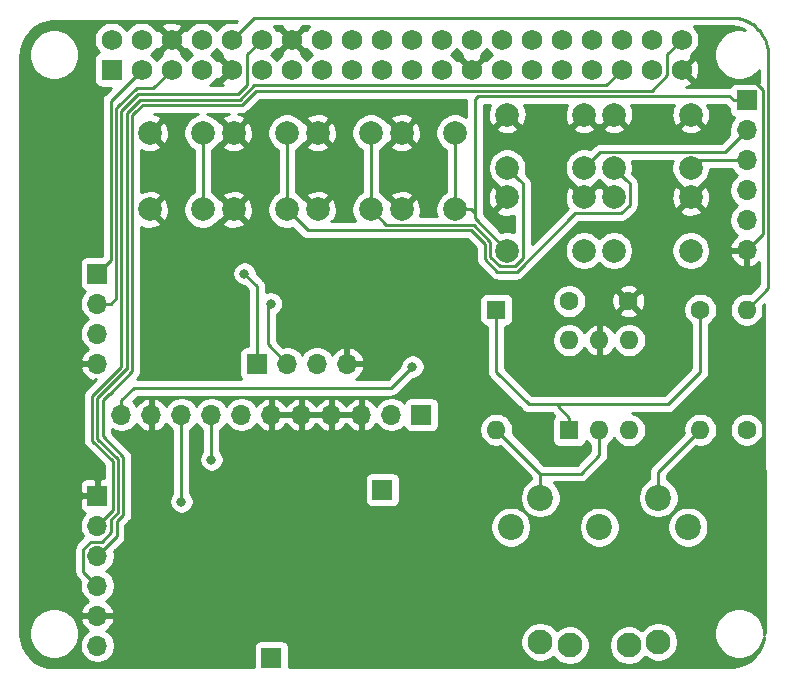
<source format=gbr>
G04 #@! TF.GenerationSoftware,KiCad,Pcbnew,(5.1.9-0-10_14)*
G04 #@! TF.CreationDate,2021-01-16T20:19:36+00:00*
G04 #@! TF.ProjectId,mt32-pi-midi-hat,6d743332-2d70-4692-9d6d-6964692d6861,rev?*
G04 #@! TF.SameCoordinates,Original*
G04 #@! TF.FileFunction,Copper,L2,Bot*
G04 #@! TF.FilePolarity,Positive*
%FSLAX46Y46*%
G04 Gerber Fmt 4.6, Leading zero omitted, Abs format (unit mm)*
G04 Created by KiCad (PCBNEW (5.1.9-0-10_14)) date 2021-01-16 20:19:36*
%MOMM*%
%LPD*%
G01*
G04 APERTURE LIST*
G04 #@! TA.AperFunction,ComponentPad*
%ADD10C,2.000000*%
G04 #@! TD*
G04 #@! TA.AperFunction,ComponentPad*
%ADD11O,1.700000X1.700000*%
G04 #@! TD*
G04 #@! TA.AperFunction,ComponentPad*
%ADD12R,1.700000X1.700000*%
G04 #@! TD*
G04 #@! TA.AperFunction,ComponentPad*
%ADD13C,1.750000*%
G04 #@! TD*
G04 #@! TA.AperFunction,ComponentPad*
%ADD14R,1.750000X1.750000*%
G04 #@! TD*
G04 #@! TA.AperFunction,ComponentPad*
%ADD15O,1.600000X1.600000*%
G04 #@! TD*
G04 #@! TA.AperFunction,ComponentPad*
%ADD16C,1.600000*%
G04 #@! TD*
G04 #@! TA.AperFunction,ComponentPad*
%ADD17R,1.600000X1.600000*%
G04 #@! TD*
G04 #@! TA.AperFunction,ComponentPad*
%ADD18C,2.200000*%
G04 #@! TD*
G04 #@! TA.AperFunction,ComponentPad*
%ADD19C,2.100000*%
G04 #@! TD*
G04 #@! TA.AperFunction,ViaPad*
%ADD20C,0.800000*%
G04 #@! TD*
G04 #@! TA.AperFunction,Conductor*
%ADD21C,0.250000*%
G04 #@! TD*
G04 #@! TA.AperFunction,Conductor*
%ADD22C,0.254000*%
G04 #@! TD*
G04 #@! TA.AperFunction,Conductor*
%ADD23C,0.100000*%
G04 #@! TD*
G04 APERTURE END LIST*
D10*
X110337600Y-85854400D03*
X114837600Y-85854400D03*
X110337600Y-92354400D03*
X114837600Y-92354400D03*
X117449600Y-85854400D03*
X121949600Y-85854400D03*
X117449600Y-92354400D03*
X121949600Y-92354400D03*
X124561600Y-85854400D03*
X129061600Y-85854400D03*
X124561600Y-92354400D03*
X129061600Y-92354400D03*
X131673600Y-85854400D03*
X136173600Y-85854400D03*
X131673600Y-92354400D03*
X136173600Y-92354400D03*
X156156800Y-91338400D03*
X156156800Y-95838400D03*
X149656800Y-91338400D03*
X149656800Y-95838400D03*
X156156800Y-84328000D03*
X156156800Y-88828000D03*
X149656800Y-84328000D03*
X149656800Y-88828000D03*
X147114400Y-84328000D03*
X147114400Y-88828000D03*
X140614400Y-84328000D03*
X140614400Y-88828000D03*
X147114400Y-91338400D03*
X147114400Y-95838400D03*
X140614400Y-91338400D03*
X140614400Y-95838400D03*
D11*
X160883600Y-95808800D03*
X160883600Y-93268800D03*
X160883600Y-90728800D03*
X160883600Y-88188800D03*
X160883600Y-85648800D03*
D12*
X160883600Y-83108800D03*
X120650000Y-130302000D03*
D11*
X127050800Y-105410000D03*
X124510800Y-105410000D03*
X121970800Y-105410000D03*
D12*
X119430800Y-105410000D03*
D11*
X107950000Y-109728000D03*
X110490000Y-109728000D03*
X113030000Y-109728000D03*
X115570000Y-109728000D03*
X118110000Y-109728000D03*
X120650000Y-109728000D03*
X123190000Y-109728000D03*
X125730000Y-109728000D03*
X128270000Y-109728000D03*
X130810000Y-109728000D03*
D12*
X133350000Y-109728000D03*
X130048000Y-116078000D03*
D13*
X155384500Y-80518000D03*
X155384500Y-77978000D03*
X152844500Y-80518000D03*
X152844500Y-77978000D03*
X150304500Y-80518000D03*
X150304500Y-77978000D03*
X147764500Y-80518000D03*
X147764500Y-77978000D03*
X145224500Y-80518000D03*
X145224500Y-77978000D03*
X137604500Y-77978000D03*
X137604500Y-80518000D03*
X132524500Y-77978000D03*
X132524500Y-80518000D03*
X129984500Y-77978000D03*
X129984500Y-80518000D03*
X127444500Y-77978000D03*
X127444500Y-80518000D03*
X124904500Y-77978000D03*
X124904500Y-80518000D03*
X122364500Y-77978000D03*
X122364500Y-80518000D03*
X119824500Y-77978000D03*
X119824500Y-80518000D03*
X117284500Y-77978000D03*
X117284500Y-80518000D03*
X114744500Y-77978000D03*
X114744500Y-80518000D03*
X112204500Y-77978000D03*
X112204500Y-80518000D03*
X109664500Y-77978000D03*
X109664500Y-80518000D03*
X107124500Y-77978000D03*
D14*
X107124500Y-80518000D03*
D13*
X135064500Y-80518000D03*
X135064500Y-77978000D03*
X142684500Y-77978000D03*
X142684500Y-80518000D03*
X140144500Y-77978000D03*
X140144500Y-80518000D03*
D15*
X160883600Y-100838000D03*
D16*
X160883600Y-110998000D03*
D15*
X156972000Y-110998000D03*
D16*
X156972000Y-100838000D03*
D15*
X139700000Y-110998000D03*
D17*
X139700000Y-100838000D03*
D18*
X153416000Y-116753000D03*
X143416000Y-116753000D03*
X155916000Y-119253000D03*
X148416000Y-119253000D03*
X140916000Y-119253000D03*
D19*
X143416000Y-128953000D03*
X153416000Y-128953000D03*
X145916000Y-129253000D03*
X150916000Y-129253000D03*
D11*
X105918000Y-129286000D03*
X105918000Y-126746000D03*
X105918000Y-124206000D03*
X105918000Y-121666000D03*
X105918000Y-119126000D03*
D12*
X105918000Y-116586000D03*
D16*
X150872200Y-100126800D03*
X145872200Y-100126800D03*
D15*
X145876000Y-103428800D03*
X150956000Y-111048800D03*
X148416000Y-103428800D03*
X148416000Y-111048800D03*
X150956000Y-103428800D03*
D17*
X145876000Y-111048800D03*
D11*
X105918000Y-105410000D03*
X105918000Y-102870000D03*
X105918000Y-100330000D03*
D12*
X105918000Y-97790000D03*
D20*
X120613000Y-100330000D03*
X118364000Y-97790000D03*
X161696400Y-108305600D03*
X132588000Y-105664000D03*
X113030000Y-117094000D03*
X115570000Y-113538000D03*
D21*
X143416000Y-114714000D02*
X143416000Y-116753000D01*
X139700000Y-110998000D02*
X143416000Y-114714000D01*
X143416000Y-114714000D02*
X146855200Y-114714000D01*
X148416000Y-113153200D02*
X146855200Y-114714000D01*
X148416000Y-111048800D02*
X148416000Y-113153200D01*
X139700000Y-106121200D02*
X139700000Y-100838000D01*
X156972000Y-106121200D02*
X154228800Y-108864400D01*
X142443200Y-108864400D02*
X139700000Y-106121200D01*
X156972000Y-100838000D02*
X156972000Y-106121200D01*
X144881600Y-109004400D02*
X144881600Y-108864400D01*
X145876000Y-109998800D02*
X144881600Y-109004400D01*
X145876000Y-111048800D02*
X145876000Y-109998800D01*
X144881600Y-108864400D02*
X142443200Y-108864400D01*
X154228800Y-108864400D02*
X144881600Y-108864400D01*
X153416000Y-114554000D02*
X153416000Y-116753000D01*
X156972000Y-110998000D02*
X153416000Y-114554000D01*
X110648045Y-82074455D02*
X109244174Y-82074455D01*
X112204500Y-80518000D02*
X110648045Y-82074455D01*
X109244174Y-82074455D02*
X107698914Y-83619714D01*
X107499990Y-83818639D02*
X107499990Y-99865610D01*
X107035600Y-100330000D02*
X105918000Y-100330000D01*
X107499990Y-99865610D02*
X107035600Y-100330000D01*
X107698914Y-83619714D02*
X107499990Y-83818639D01*
X122428000Y-105410000D02*
X122428000Y-104952800D01*
X120338010Y-100604990D02*
X120613000Y-100330000D01*
X120338010Y-103777210D02*
X120338010Y-103472410D01*
X121970800Y-105410000D02*
X120338010Y-103777210D01*
X120338010Y-103472410D02*
X120338010Y-100604990D01*
X107049980Y-96658020D02*
X107049980Y-83132520D01*
X107049980Y-83132520D02*
X109664500Y-80518000D01*
X105918000Y-97790000D02*
X107049980Y-96658020D01*
X118364000Y-97790000D02*
X119430800Y-98856800D01*
X119430800Y-98856800D02*
X119430800Y-105410000D01*
X117284500Y-77978000D02*
X119157465Y-76105035D01*
X162085186Y-77372082D02*
X162148178Y-77459621D01*
X162019294Y-77286783D02*
X162085186Y-77372082D01*
X161950488Y-77203710D02*
X162019294Y-77286783D01*
X161878943Y-77123074D02*
X161950488Y-77203710D01*
X161804663Y-77044879D02*
X161878943Y-77123074D01*
X161727816Y-76969302D02*
X161804663Y-77044879D01*
X161648392Y-76896331D02*
X161727816Y-76969302D01*
X161566570Y-76826134D02*
X161648392Y-76896331D01*
X161482387Y-76758741D02*
X161566570Y-76826134D01*
X161395979Y-76694259D02*
X161482387Y-76758741D01*
X119157465Y-76105035D02*
X159772768Y-76105035D01*
X161307406Y-76632736D02*
X161395979Y-76694259D01*
X161216824Y-76574279D02*
X161307406Y-76632736D01*
X161124280Y-76518920D02*
X161216824Y-76574279D01*
X161029953Y-76466762D02*
X161124280Y-76518920D01*
X160933850Y-76417810D02*
X161029953Y-76466762D01*
X160836156Y-76372161D02*
X160933850Y-76417810D01*
X160736986Y-76329868D02*
X160836156Y-76372161D01*
X160636419Y-76290964D02*
X160736986Y-76329868D01*
X160534578Y-76255497D02*
X160636419Y-76290964D01*
X160010665Y-76131094D02*
X160117038Y-76148822D01*
X160431610Y-76223518D02*
X160534578Y-76255497D01*
X160117038Y-76148822D02*
X160222699Y-76170146D01*
X159796443Y-76106533D02*
X159903760Y-76116992D01*
X160327646Y-76195066D02*
X160431610Y-76223518D01*
X160222699Y-76170146D02*
X160327646Y-76195066D01*
X159772768Y-76105035D02*
X159796443Y-76106533D01*
X159903760Y-76116992D02*
X160010665Y-76131094D01*
X162687226Y-78854483D02*
X162699473Y-78961637D01*
X162671349Y-78747847D02*
X162687226Y-78854483D01*
X162708067Y-79069086D02*
X162712912Y-79174778D01*
X162699473Y-78961637D02*
X162708067Y-79069086D01*
X162651856Y-78641802D02*
X162671349Y-78747847D01*
X162628763Y-78536455D02*
X162651856Y-78641802D01*
X162602111Y-78431984D02*
X162628763Y-78536455D01*
X162571918Y-78328462D02*
X162602111Y-78431984D01*
X162208149Y-77549239D02*
X162265018Y-77640807D01*
X162369309Y-77829573D02*
X162416561Y-77926458D01*
X162318753Y-77734277D02*
X162369309Y-77829573D01*
X162538235Y-78226060D02*
X162571918Y-78328462D01*
X162460501Y-78024913D02*
X162501072Y-78124810D01*
X162501072Y-78124810D02*
X162538235Y-78226060D01*
X162148178Y-77459621D02*
X162208149Y-77549239D01*
X162265018Y-77640807D02*
X162318753Y-77734277D01*
X162416561Y-77926458D02*
X162460501Y-78024913D01*
X162712912Y-99008688D02*
X160883600Y-100838000D01*
X162712912Y-79174778D02*
X162712912Y-99008688D01*
X161452801Y-81392999D02*
X156259499Y-81392999D01*
X162262902Y-82203100D02*
X161452801Y-81392999D01*
X162262902Y-94429498D02*
X162262902Y-82203100D01*
X156259499Y-81392999D02*
X155384500Y-80518000D01*
X160883600Y-95808800D02*
X162262902Y-94429498D01*
X107950000Y-108525919D02*
X109033919Y-107442000D01*
X107950000Y-109728000D02*
X107950000Y-108525919D01*
X109033919Y-107442000D02*
X130810000Y-107442000D01*
X130810000Y-107442000D02*
X132588000Y-105664000D01*
X113030000Y-117094000D02*
X113030000Y-109728000D01*
X148983700Y-81838800D02*
X150304500Y-80518000D01*
X119203610Y-81838800D02*
X148983700Y-81838800D01*
X117991600Y-83050810D02*
X119203610Y-81838800D01*
X109556110Y-83050810D02*
X117991600Y-83050810D01*
X108407200Y-84199720D02*
X109556110Y-83050810D01*
X105918000Y-108332410D02*
X108383210Y-105867200D01*
X108407200Y-105867200D02*
X108407200Y-84199720D01*
X107662000Y-113504000D02*
X105918000Y-111760000D01*
X105918000Y-111760000D02*
X105918000Y-108332410D01*
X107093001Y-118587409D02*
X107662000Y-118018410D01*
X107662000Y-118018410D02*
X107662000Y-113504000D01*
X107093001Y-119690001D02*
X107093001Y-118587409D01*
X105353999Y-120490999D02*
X106292003Y-120490999D01*
X104742999Y-121101999D02*
X105353999Y-120490999D01*
X108383210Y-105867200D02*
X108407200Y-105867200D01*
X104742999Y-123030999D02*
X104742999Y-121101999D01*
X106292003Y-120490999D02*
X107093001Y-119690001D01*
X105918000Y-124206000D02*
X104742999Y-123030999D01*
X115570000Y-113538000D02*
X115570000Y-109728000D01*
X108112010Y-118204810D02*
X107543011Y-118773809D01*
X108112010Y-113317600D02*
X108112010Y-118204810D01*
X106936820Y-107950000D02*
X106368010Y-108518810D01*
X108857210Y-84386120D02*
X108857210Y-106053600D01*
X154184499Y-80954003D02*
X152849692Y-82288810D01*
X119390010Y-82288810D02*
X118173780Y-83505040D01*
X108857210Y-106053600D02*
X106960810Y-107950000D01*
X106960810Y-107950000D02*
X106936820Y-107950000D01*
X109208690Y-84034640D02*
X108857210Y-84386120D01*
X109220000Y-84034640D02*
X109208690Y-84034640D01*
X152849692Y-82288810D02*
X119390010Y-82288810D01*
X107543011Y-118773809D02*
X107543011Y-120040989D01*
X106368010Y-111573600D02*
X108112010Y-113317600D01*
X106368010Y-108518810D02*
X106368010Y-111573600D01*
X109749600Y-83505040D02*
X109220000Y-84034640D01*
X118173780Y-83505040D02*
X109749600Y-83505040D01*
X107543011Y-120040989D02*
X105918000Y-121666000D01*
X154184499Y-79178001D02*
X154184499Y-80954003D01*
X155384500Y-77978000D02*
X154184499Y-79178001D01*
X107950000Y-84005039D02*
X107950000Y-105664000D01*
X109354239Y-82600800D02*
X107950000Y-84005039D01*
X118624499Y-81781501D02*
X117805200Y-82600800D01*
X117805200Y-82600800D02*
X109354239Y-82600800D01*
X118624499Y-79178001D02*
X118624499Y-81781501D01*
X119824500Y-77978000D02*
X118624499Y-79178001D01*
X105467991Y-111946401D02*
X107211990Y-113690400D01*
X107950000Y-105664000D02*
X105467990Y-108146010D01*
X105467990Y-108146010D02*
X105467991Y-111946401D01*
X107211990Y-117832010D02*
X105918000Y-119126000D01*
X107211990Y-113690400D02*
X107211990Y-117832010D01*
X160883600Y-93268800D02*
X160687402Y-93268800D01*
X114837600Y-87268613D02*
X114837600Y-92354400D01*
X114837600Y-85854400D02*
X114837600Y-87268613D01*
X156796000Y-88188800D02*
X156156800Y-88828000D01*
X160883600Y-88188800D02*
X156796000Y-88188800D01*
X121949600Y-85854400D02*
X121949600Y-92354400D01*
X150656799Y-89827999D02*
X149656800Y-88828000D01*
X150292801Y-92663401D02*
X150981801Y-91974401D01*
X150981801Y-90153001D02*
X150656799Y-89827999D01*
X139791999Y-97613411D02*
X141436802Y-97613410D01*
X121949600Y-92354400D02*
X123724611Y-94129411D01*
X138741990Y-95307990D02*
X138741991Y-96563403D01*
X141436802Y-97613410D02*
X146386811Y-92663401D01*
X138741991Y-96563403D02*
X139791999Y-97613411D01*
X150981801Y-91974401D02*
X150981801Y-90153001D01*
X137563411Y-94129411D02*
X138741990Y-95307990D01*
X123724611Y-94129411D02*
X137563411Y-94129411D01*
X146386811Y-92663401D02*
X150292801Y-92663401D01*
X148439401Y-87502999D02*
X147114400Y-88828000D01*
X159029401Y-87502999D02*
X148439401Y-87502999D01*
X160883600Y-85648800D02*
X159029401Y-87502999D01*
X129061600Y-85854400D02*
X129061600Y-92354400D01*
X141614399Y-89827999D02*
X140614400Y-88828000D01*
X141939401Y-96474401D02*
X141939401Y-90153001D01*
X141250401Y-97163401D02*
X141939401Y-96474401D01*
X139978399Y-97163401D02*
X141250401Y-97163401D01*
X139192000Y-96377002D02*
X139978399Y-97163401D01*
X139192000Y-95097600D02*
X139192000Y-96377002D01*
X141939401Y-90153001D02*
X141614399Y-89827999D01*
X137773801Y-93679401D02*
X139192000Y-95097600D01*
X130386601Y-93679401D02*
X137773801Y-93679401D01*
X129061600Y-92354400D02*
X130386601Y-93679401D01*
X137871200Y-93095200D02*
X140614400Y-95838400D01*
X137871200Y-83007200D02*
X137871200Y-93095200D01*
X159783600Y-83108800D02*
X159413620Y-82738820D01*
X138139580Y-82738820D02*
X137871200Y-83007200D01*
X159413620Y-82738820D02*
X138139580Y-82738820D01*
X160883600Y-83108800D02*
X159783600Y-83108800D01*
X137871200Y-92637787D02*
X137871200Y-93095200D01*
X137587813Y-92354400D02*
X137871200Y-92637787D01*
X136173600Y-92354400D02*
X137587813Y-92354400D01*
X136173600Y-87268613D02*
X136173600Y-92354400D01*
X136173600Y-85854400D02*
X136173600Y-87268613D01*
D22*
X117672169Y-76515530D02*
X117433222Y-76468000D01*
X117135778Y-76468000D01*
X116844049Y-76526029D01*
X116569247Y-76639856D01*
X116321931Y-76805107D01*
X116111607Y-77015431D01*
X116014500Y-77160762D01*
X115917393Y-77015431D01*
X115707069Y-76805107D01*
X115459753Y-76639856D01*
X115184951Y-76526029D01*
X114893222Y-76468000D01*
X114595778Y-76468000D01*
X114304049Y-76526029D01*
X114029247Y-76639856D01*
X113781931Y-76805107D01*
X113571607Y-77015431D01*
X113462212Y-77179153D01*
X113250740Y-77111365D01*
X112384105Y-77978000D01*
X113250740Y-78844635D01*
X113462212Y-78776847D01*
X113571607Y-78940569D01*
X113781931Y-79150893D01*
X113927262Y-79248000D01*
X113781931Y-79345107D01*
X113571607Y-79555431D01*
X113474500Y-79700762D01*
X113377393Y-79555431D01*
X113167069Y-79345107D01*
X113003347Y-79235712D01*
X113071135Y-79024240D01*
X112204500Y-78157605D01*
X111337865Y-79024240D01*
X111405653Y-79235712D01*
X111241931Y-79345107D01*
X111031607Y-79555431D01*
X110934500Y-79700762D01*
X110837393Y-79555431D01*
X110627069Y-79345107D01*
X110481738Y-79248000D01*
X110627069Y-79150893D01*
X110837393Y-78940569D01*
X110946788Y-78776847D01*
X111158260Y-78844635D01*
X112024895Y-77978000D01*
X111158260Y-77111365D01*
X110946788Y-77179153D01*
X110837393Y-77015431D01*
X110753722Y-76931760D01*
X111337865Y-76931760D01*
X112204500Y-77798395D01*
X113071135Y-76931760D01*
X112990475Y-76680132D01*
X112722171Y-76551733D01*
X112433974Y-76478145D01*
X112136957Y-76462196D01*
X111842537Y-76504499D01*
X111562026Y-76603428D01*
X111418525Y-76680132D01*
X111337865Y-76931760D01*
X110753722Y-76931760D01*
X110627069Y-76805107D01*
X110379753Y-76639856D01*
X110104951Y-76526029D01*
X109813222Y-76468000D01*
X109515778Y-76468000D01*
X109224049Y-76526029D01*
X108949247Y-76639856D01*
X108701931Y-76805107D01*
X108491607Y-77015431D01*
X108394500Y-77160762D01*
X108297393Y-77015431D01*
X108087069Y-76805107D01*
X107839753Y-76639856D01*
X107564951Y-76526029D01*
X107273222Y-76468000D01*
X106975778Y-76468000D01*
X106684049Y-76526029D01*
X106409247Y-76639856D01*
X106161931Y-76805107D01*
X105951607Y-77015431D01*
X105786356Y-77262747D01*
X105672529Y-77537549D01*
X105614500Y-77829278D01*
X105614500Y-78126722D01*
X105672529Y-78418451D01*
X105786356Y-78693253D01*
X105951607Y-78940569D01*
X106050754Y-79039716D01*
X106005320Y-79053498D01*
X105895006Y-79112463D01*
X105798315Y-79191815D01*
X105718963Y-79288506D01*
X105659998Y-79398820D01*
X105623688Y-79518518D01*
X105611428Y-79643000D01*
X105611428Y-81393000D01*
X105623688Y-81517482D01*
X105659998Y-81637180D01*
X105718963Y-81747494D01*
X105798315Y-81844185D01*
X105895006Y-81923537D01*
X106005320Y-81982502D01*
X106125018Y-82018812D01*
X106249500Y-82031072D01*
X107076627Y-82031072D01*
X106538978Y-82568721D01*
X106509980Y-82592519D01*
X106486182Y-82621517D01*
X106486181Y-82621518D01*
X106415006Y-82708244D01*
X106344434Y-82840274D01*
X106322020Y-82914167D01*
X106300978Y-82983534D01*
X106296296Y-83031067D01*
X106286304Y-83132520D01*
X106289981Y-83169852D01*
X106289980Y-96301928D01*
X105068000Y-96301928D01*
X104943518Y-96314188D01*
X104823820Y-96350498D01*
X104713506Y-96409463D01*
X104616815Y-96488815D01*
X104537463Y-96585506D01*
X104478498Y-96695820D01*
X104442188Y-96815518D01*
X104429928Y-96940000D01*
X104429928Y-98640000D01*
X104442188Y-98764482D01*
X104478498Y-98884180D01*
X104537463Y-98994494D01*
X104616815Y-99091185D01*
X104713506Y-99170537D01*
X104823820Y-99229502D01*
X104896380Y-99251513D01*
X104764525Y-99383368D01*
X104602010Y-99626589D01*
X104490068Y-99896842D01*
X104433000Y-100183740D01*
X104433000Y-100476260D01*
X104490068Y-100763158D01*
X104602010Y-101033411D01*
X104764525Y-101276632D01*
X104971368Y-101483475D01*
X105145760Y-101600000D01*
X104971368Y-101716525D01*
X104764525Y-101923368D01*
X104602010Y-102166589D01*
X104490068Y-102436842D01*
X104433000Y-102723740D01*
X104433000Y-103016260D01*
X104490068Y-103303158D01*
X104602010Y-103573411D01*
X104764525Y-103816632D01*
X104971368Y-104023475D01*
X105153534Y-104145195D01*
X105036645Y-104214822D01*
X104820412Y-104409731D01*
X104646359Y-104643080D01*
X104521175Y-104905901D01*
X104476524Y-105053110D01*
X104597845Y-105283000D01*
X105791000Y-105283000D01*
X105791000Y-105263000D01*
X106045000Y-105263000D01*
X106045000Y-105283000D01*
X106065000Y-105283000D01*
X106065000Y-105537000D01*
X106045000Y-105537000D01*
X106045000Y-105557000D01*
X105791000Y-105557000D01*
X105791000Y-105537000D01*
X104597845Y-105537000D01*
X104476524Y-105766890D01*
X104521175Y-105914099D01*
X104646359Y-106176920D01*
X104820412Y-106410269D01*
X105036645Y-106605178D01*
X105286748Y-106754157D01*
X105561109Y-106851481D01*
X105790998Y-106730815D01*
X105790998Y-106748201D01*
X104956987Y-107582212D01*
X104927989Y-107606010D01*
X104904191Y-107635008D01*
X104833016Y-107721734D01*
X104795239Y-107792409D01*
X104762444Y-107853764D01*
X104718987Y-107997025D01*
X104707990Y-108108678D01*
X104707990Y-108108688D01*
X104704314Y-108146010D01*
X104707990Y-108183333D01*
X104707992Y-111909069D01*
X104704315Y-111946401D01*
X104718989Y-112095386D01*
X104762445Y-112238647D01*
X104833017Y-112370677D01*
X104884165Y-112433000D01*
X104927991Y-112486402D01*
X104956989Y-112510200D01*
X106451990Y-114005202D01*
X106451990Y-115099648D01*
X106203750Y-115101000D01*
X106045000Y-115259750D01*
X106045000Y-116459000D01*
X106065000Y-116459000D01*
X106065000Y-116713000D01*
X106045000Y-116713000D01*
X106045000Y-116733000D01*
X105791000Y-116733000D01*
X105791000Y-116713000D01*
X104591750Y-116713000D01*
X104433000Y-116871750D01*
X104429928Y-117436000D01*
X104442188Y-117560482D01*
X104478498Y-117680180D01*
X104537463Y-117790494D01*
X104616815Y-117887185D01*
X104713506Y-117966537D01*
X104823820Y-118025502D01*
X104896380Y-118047513D01*
X104764525Y-118179368D01*
X104602010Y-118422589D01*
X104490068Y-118692842D01*
X104433000Y-118979740D01*
X104433000Y-119272260D01*
X104490068Y-119559158D01*
X104602010Y-119829411D01*
X104737704Y-120032491D01*
X104231996Y-120538201D01*
X104202999Y-120561998D01*
X104179201Y-120590996D01*
X104179200Y-120590997D01*
X104108025Y-120677723D01*
X104037453Y-120809753D01*
X104007179Y-120909557D01*
X104005445Y-120915275D01*
X103993997Y-120953014D01*
X103979323Y-121101999D01*
X103983000Y-121139331D01*
X103982999Y-122993676D01*
X103979323Y-123030999D01*
X103982999Y-123068321D01*
X103982999Y-123068331D01*
X103993996Y-123179984D01*
X104037453Y-123323245D01*
X104108025Y-123455275D01*
X104146855Y-123502589D01*
X104202998Y-123571000D01*
X104232002Y-123594803D01*
X104476791Y-123839592D01*
X104433000Y-124059740D01*
X104433000Y-124352260D01*
X104490068Y-124639158D01*
X104602010Y-124909411D01*
X104764525Y-125152632D01*
X104971368Y-125359475D01*
X105153534Y-125481195D01*
X105036645Y-125550822D01*
X104820412Y-125745731D01*
X104646359Y-125979080D01*
X104521175Y-126241901D01*
X104476524Y-126389110D01*
X104597845Y-126619000D01*
X105791000Y-126619000D01*
X105791000Y-126599000D01*
X106045000Y-126599000D01*
X106045000Y-126619000D01*
X107238155Y-126619000D01*
X107359476Y-126389110D01*
X107314825Y-126241901D01*
X107189641Y-125979080D01*
X107015588Y-125745731D01*
X106799355Y-125550822D01*
X106682466Y-125481195D01*
X106864632Y-125359475D01*
X107071475Y-125152632D01*
X107233990Y-124909411D01*
X107345932Y-124639158D01*
X107403000Y-124352260D01*
X107403000Y-124059740D01*
X107345932Y-123772842D01*
X107233990Y-123502589D01*
X107071475Y-123259368D01*
X106864632Y-123052525D01*
X106690240Y-122936000D01*
X106864632Y-122819475D01*
X107071475Y-122612632D01*
X107233990Y-122369411D01*
X107345932Y-122099158D01*
X107403000Y-121812260D01*
X107403000Y-121519740D01*
X107359210Y-121299592D01*
X108054014Y-120604788D01*
X108083012Y-120580990D01*
X108177985Y-120465265D01*
X108248557Y-120333236D01*
X108292014Y-120189975D01*
X108303011Y-120078322D01*
X108306688Y-120040989D01*
X108303011Y-120003656D01*
X108303011Y-119088610D01*
X108309504Y-119082117D01*
X139181000Y-119082117D01*
X139181000Y-119423883D01*
X139247675Y-119759081D01*
X139378463Y-120074831D01*
X139568337Y-120358998D01*
X139810002Y-120600663D01*
X140094169Y-120790537D01*
X140409919Y-120921325D01*
X140745117Y-120988000D01*
X141086883Y-120988000D01*
X141422081Y-120921325D01*
X141737831Y-120790537D01*
X142021998Y-120600663D01*
X142263663Y-120358998D01*
X142453537Y-120074831D01*
X142584325Y-119759081D01*
X142651000Y-119423883D01*
X142651000Y-119082117D01*
X146681000Y-119082117D01*
X146681000Y-119423883D01*
X146747675Y-119759081D01*
X146878463Y-120074831D01*
X147068337Y-120358998D01*
X147310002Y-120600663D01*
X147594169Y-120790537D01*
X147909919Y-120921325D01*
X148245117Y-120988000D01*
X148586883Y-120988000D01*
X148922081Y-120921325D01*
X149237831Y-120790537D01*
X149521998Y-120600663D01*
X149763663Y-120358998D01*
X149953537Y-120074831D01*
X150084325Y-119759081D01*
X150151000Y-119423883D01*
X150151000Y-119082117D01*
X154181000Y-119082117D01*
X154181000Y-119423883D01*
X154247675Y-119759081D01*
X154378463Y-120074831D01*
X154568337Y-120358998D01*
X154810002Y-120600663D01*
X155094169Y-120790537D01*
X155409919Y-120921325D01*
X155745117Y-120988000D01*
X156086883Y-120988000D01*
X156422081Y-120921325D01*
X156737831Y-120790537D01*
X157021998Y-120600663D01*
X157263663Y-120358998D01*
X157453537Y-120074831D01*
X157584325Y-119759081D01*
X157651000Y-119423883D01*
X157651000Y-119082117D01*
X157584325Y-118746919D01*
X157453537Y-118431169D01*
X157263663Y-118147002D01*
X157021998Y-117905337D01*
X156737831Y-117715463D01*
X156422081Y-117584675D01*
X156086883Y-117518000D01*
X155745117Y-117518000D01*
X155409919Y-117584675D01*
X155094169Y-117715463D01*
X154810002Y-117905337D01*
X154568337Y-118147002D01*
X154378463Y-118431169D01*
X154247675Y-118746919D01*
X154181000Y-119082117D01*
X150151000Y-119082117D01*
X150084325Y-118746919D01*
X149953537Y-118431169D01*
X149763663Y-118147002D01*
X149521998Y-117905337D01*
X149237831Y-117715463D01*
X148922081Y-117584675D01*
X148586883Y-117518000D01*
X148245117Y-117518000D01*
X147909919Y-117584675D01*
X147594169Y-117715463D01*
X147310002Y-117905337D01*
X147068337Y-118147002D01*
X146878463Y-118431169D01*
X146747675Y-118746919D01*
X146681000Y-119082117D01*
X142651000Y-119082117D01*
X142584325Y-118746919D01*
X142453537Y-118431169D01*
X142263663Y-118147002D01*
X142021998Y-117905337D01*
X141737831Y-117715463D01*
X141422081Y-117584675D01*
X141086883Y-117518000D01*
X140745117Y-117518000D01*
X140409919Y-117584675D01*
X140094169Y-117715463D01*
X139810002Y-117905337D01*
X139568337Y-118147002D01*
X139378463Y-118431169D01*
X139247675Y-118746919D01*
X139181000Y-119082117D01*
X108309504Y-119082117D01*
X108623012Y-118768610D01*
X108652011Y-118744811D01*
X108694661Y-118692842D01*
X108746984Y-118629087D01*
X108817556Y-118497057D01*
X108826678Y-118466984D01*
X108861013Y-118353796D01*
X108872010Y-118242143D01*
X108872010Y-118242134D01*
X108875686Y-118204811D01*
X108872010Y-118167488D01*
X108872010Y-113354922D01*
X108875686Y-113317599D01*
X108872010Y-113280276D01*
X108872010Y-113280267D01*
X108861013Y-113168614D01*
X108817556Y-113025353D01*
X108746984Y-112893324D01*
X108720419Y-112860954D01*
X108675809Y-112806596D01*
X108675805Y-112806592D01*
X108652011Y-112777599D01*
X108623019Y-112753806D01*
X107128010Y-111258799D01*
X107128010Y-110964758D01*
X107246589Y-111043990D01*
X107516842Y-111155932D01*
X107803740Y-111213000D01*
X108096260Y-111213000D01*
X108383158Y-111155932D01*
X108653411Y-111043990D01*
X108896632Y-110881475D01*
X109103475Y-110674632D01*
X109225195Y-110492466D01*
X109294822Y-110609355D01*
X109489731Y-110825588D01*
X109723080Y-110999641D01*
X109985901Y-111124825D01*
X110133110Y-111169476D01*
X110363000Y-111048155D01*
X110363000Y-109855000D01*
X110343000Y-109855000D01*
X110343000Y-109601000D01*
X110363000Y-109601000D01*
X110363000Y-108407845D01*
X110617000Y-108407845D01*
X110617000Y-109601000D01*
X110637000Y-109601000D01*
X110637000Y-109855000D01*
X110617000Y-109855000D01*
X110617000Y-111048155D01*
X110846890Y-111169476D01*
X110994099Y-111124825D01*
X111256920Y-110999641D01*
X111490269Y-110825588D01*
X111685178Y-110609355D01*
X111754805Y-110492466D01*
X111876525Y-110674632D01*
X112083368Y-110881475D01*
X112270001Y-111006179D01*
X112270000Y-116390289D01*
X112226063Y-116434226D01*
X112112795Y-116603744D01*
X112034774Y-116792102D01*
X111995000Y-116992061D01*
X111995000Y-117195939D01*
X112034774Y-117395898D01*
X112112795Y-117584256D01*
X112226063Y-117753774D01*
X112370226Y-117897937D01*
X112539744Y-118011205D01*
X112728102Y-118089226D01*
X112928061Y-118129000D01*
X113131939Y-118129000D01*
X113331898Y-118089226D01*
X113520256Y-118011205D01*
X113689774Y-117897937D01*
X113833937Y-117753774D01*
X113947205Y-117584256D01*
X114025226Y-117395898D01*
X114065000Y-117195939D01*
X114065000Y-116992061D01*
X114025226Y-116792102D01*
X113947205Y-116603744D01*
X113833937Y-116434226D01*
X113790000Y-116390289D01*
X113790000Y-115228000D01*
X128559928Y-115228000D01*
X128559928Y-116928000D01*
X128572188Y-117052482D01*
X128608498Y-117172180D01*
X128667463Y-117282494D01*
X128746815Y-117379185D01*
X128843506Y-117458537D01*
X128953820Y-117517502D01*
X129073518Y-117553812D01*
X129198000Y-117566072D01*
X130898000Y-117566072D01*
X131022482Y-117553812D01*
X131142180Y-117517502D01*
X131252494Y-117458537D01*
X131349185Y-117379185D01*
X131428537Y-117282494D01*
X131487502Y-117172180D01*
X131523812Y-117052482D01*
X131536072Y-116928000D01*
X131536072Y-115228000D01*
X131523812Y-115103518D01*
X131487502Y-114983820D01*
X131428537Y-114873506D01*
X131349185Y-114776815D01*
X131252494Y-114697463D01*
X131142180Y-114638498D01*
X131022482Y-114602188D01*
X130898000Y-114589928D01*
X129198000Y-114589928D01*
X129073518Y-114602188D01*
X128953820Y-114638498D01*
X128843506Y-114697463D01*
X128746815Y-114776815D01*
X128667463Y-114873506D01*
X128608498Y-114983820D01*
X128572188Y-115103518D01*
X128559928Y-115228000D01*
X113790000Y-115228000D01*
X113790000Y-111006178D01*
X113976632Y-110881475D01*
X114183475Y-110674632D01*
X114300000Y-110500240D01*
X114416525Y-110674632D01*
X114623368Y-110881475D01*
X114810001Y-111006179D01*
X114810000Y-112834289D01*
X114766063Y-112878226D01*
X114652795Y-113047744D01*
X114574774Y-113236102D01*
X114535000Y-113436061D01*
X114535000Y-113639939D01*
X114574774Y-113839898D01*
X114652795Y-114028256D01*
X114766063Y-114197774D01*
X114910226Y-114341937D01*
X115079744Y-114455205D01*
X115268102Y-114533226D01*
X115468061Y-114573000D01*
X115671939Y-114573000D01*
X115871898Y-114533226D01*
X116060256Y-114455205D01*
X116229774Y-114341937D01*
X116373937Y-114197774D01*
X116487205Y-114028256D01*
X116565226Y-113839898D01*
X116605000Y-113639939D01*
X116605000Y-113436061D01*
X116565226Y-113236102D01*
X116487205Y-113047744D01*
X116373937Y-112878226D01*
X116330000Y-112834289D01*
X116330000Y-111006178D01*
X116516632Y-110881475D01*
X116723475Y-110674632D01*
X116840000Y-110500240D01*
X116956525Y-110674632D01*
X117163368Y-110881475D01*
X117406589Y-111043990D01*
X117676842Y-111155932D01*
X117963740Y-111213000D01*
X118256260Y-111213000D01*
X118543158Y-111155932D01*
X118813411Y-111043990D01*
X119056632Y-110881475D01*
X119263475Y-110674632D01*
X119385195Y-110492466D01*
X119454822Y-110609355D01*
X119649731Y-110825588D01*
X119883080Y-110999641D01*
X120145901Y-111124825D01*
X120293110Y-111169476D01*
X120523000Y-111048155D01*
X120523000Y-109855000D01*
X120777000Y-109855000D01*
X120777000Y-111048155D01*
X121006890Y-111169476D01*
X121154099Y-111124825D01*
X121416920Y-110999641D01*
X121650269Y-110825588D01*
X121845178Y-110609355D01*
X121920000Y-110483745D01*
X121994822Y-110609355D01*
X122189731Y-110825588D01*
X122423080Y-110999641D01*
X122685901Y-111124825D01*
X122833110Y-111169476D01*
X123063000Y-111048155D01*
X123063000Y-109855000D01*
X123317000Y-109855000D01*
X123317000Y-111048155D01*
X123546890Y-111169476D01*
X123694099Y-111124825D01*
X123956920Y-110999641D01*
X124190269Y-110825588D01*
X124385178Y-110609355D01*
X124460000Y-110483745D01*
X124534822Y-110609355D01*
X124729731Y-110825588D01*
X124963080Y-110999641D01*
X125225901Y-111124825D01*
X125373110Y-111169476D01*
X125603000Y-111048155D01*
X125603000Y-109855000D01*
X125857000Y-109855000D01*
X125857000Y-111048155D01*
X126086890Y-111169476D01*
X126234099Y-111124825D01*
X126496920Y-110999641D01*
X126730269Y-110825588D01*
X126925178Y-110609355D01*
X127000000Y-110483745D01*
X127074822Y-110609355D01*
X127269731Y-110825588D01*
X127503080Y-110999641D01*
X127765901Y-111124825D01*
X127913110Y-111169476D01*
X128143000Y-111048155D01*
X128143000Y-109855000D01*
X125857000Y-109855000D01*
X125603000Y-109855000D01*
X123317000Y-109855000D01*
X123063000Y-109855000D01*
X120777000Y-109855000D01*
X120523000Y-109855000D01*
X120503000Y-109855000D01*
X120503000Y-109601000D01*
X120523000Y-109601000D01*
X120523000Y-108407845D01*
X120777000Y-108407845D01*
X120777000Y-109601000D01*
X123063000Y-109601000D01*
X123063000Y-108407845D01*
X123317000Y-108407845D01*
X123317000Y-109601000D01*
X125603000Y-109601000D01*
X125603000Y-108407845D01*
X125857000Y-108407845D01*
X125857000Y-109601000D01*
X128143000Y-109601000D01*
X128143000Y-108407845D01*
X128397000Y-108407845D01*
X128397000Y-109601000D01*
X128417000Y-109601000D01*
X128417000Y-109855000D01*
X128397000Y-109855000D01*
X128397000Y-111048155D01*
X128626890Y-111169476D01*
X128774099Y-111124825D01*
X129036920Y-110999641D01*
X129270269Y-110825588D01*
X129465178Y-110609355D01*
X129534805Y-110492466D01*
X129656525Y-110674632D01*
X129863368Y-110881475D01*
X130106589Y-111043990D01*
X130376842Y-111155932D01*
X130663740Y-111213000D01*
X130956260Y-111213000D01*
X131243158Y-111155932D01*
X131513411Y-111043990D01*
X131756632Y-110881475D01*
X131888487Y-110749620D01*
X131910498Y-110822180D01*
X131969463Y-110932494D01*
X132048815Y-111029185D01*
X132145506Y-111108537D01*
X132255820Y-111167502D01*
X132375518Y-111203812D01*
X132500000Y-111216072D01*
X134200000Y-111216072D01*
X134324482Y-111203812D01*
X134444180Y-111167502D01*
X134554494Y-111108537D01*
X134651185Y-111029185D01*
X134730537Y-110932494D01*
X134789502Y-110822180D01*
X134825812Y-110702482D01*
X134838072Y-110578000D01*
X134838072Y-108878000D01*
X134825812Y-108753518D01*
X134789502Y-108633820D01*
X134730537Y-108523506D01*
X134651185Y-108426815D01*
X134554494Y-108347463D01*
X134444180Y-108288498D01*
X134324482Y-108252188D01*
X134200000Y-108239928D01*
X132500000Y-108239928D01*
X132375518Y-108252188D01*
X132255820Y-108288498D01*
X132145506Y-108347463D01*
X132048815Y-108426815D01*
X131969463Y-108523506D01*
X131910498Y-108633820D01*
X131888487Y-108706380D01*
X131756632Y-108574525D01*
X131513411Y-108412010D01*
X131243158Y-108300068D01*
X130956260Y-108243000D01*
X130663740Y-108243000D01*
X130376842Y-108300068D01*
X130106589Y-108412010D01*
X129863368Y-108574525D01*
X129656525Y-108781368D01*
X129534805Y-108963534D01*
X129465178Y-108846645D01*
X129270269Y-108630412D01*
X129036920Y-108456359D01*
X128774099Y-108331175D01*
X128626890Y-108286524D01*
X128397000Y-108407845D01*
X128143000Y-108407845D01*
X127913110Y-108286524D01*
X127765901Y-108331175D01*
X127503080Y-108456359D01*
X127269731Y-108630412D01*
X127074822Y-108846645D01*
X127000000Y-108972255D01*
X126925178Y-108846645D01*
X126730269Y-108630412D01*
X126496920Y-108456359D01*
X126234099Y-108331175D01*
X126086890Y-108286524D01*
X125857000Y-108407845D01*
X125603000Y-108407845D01*
X125373110Y-108286524D01*
X125225901Y-108331175D01*
X124963080Y-108456359D01*
X124729731Y-108630412D01*
X124534822Y-108846645D01*
X124460000Y-108972255D01*
X124385178Y-108846645D01*
X124190269Y-108630412D01*
X123956920Y-108456359D01*
X123694099Y-108331175D01*
X123546890Y-108286524D01*
X123317000Y-108407845D01*
X123063000Y-108407845D01*
X122833110Y-108286524D01*
X122685901Y-108331175D01*
X122423080Y-108456359D01*
X122189731Y-108630412D01*
X121994822Y-108846645D01*
X121920000Y-108972255D01*
X121845178Y-108846645D01*
X121650269Y-108630412D01*
X121416920Y-108456359D01*
X121154099Y-108331175D01*
X121006890Y-108286524D01*
X120777000Y-108407845D01*
X120523000Y-108407845D01*
X120293110Y-108286524D01*
X120145901Y-108331175D01*
X119883080Y-108456359D01*
X119649731Y-108630412D01*
X119454822Y-108846645D01*
X119385195Y-108963534D01*
X119263475Y-108781368D01*
X119056632Y-108574525D01*
X118813411Y-108412010D01*
X118543158Y-108300068D01*
X118256260Y-108243000D01*
X117963740Y-108243000D01*
X117676842Y-108300068D01*
X117406589Y-108412010D01*
X117163368Y-108574525D01*
X116956525Y-108781368D01*
X116840000Y-108955760D01*
X116723475Y-108781368D01*
X116516632Y-108574525D01*
X116273411Y-108412010D01*
X116003158Y-108300068D01*
X115716260Y-108243000D01*
X115423740Y-108243000D01*
X115136842Y-108300068D01*
X114866589Y-108412010D01*
X114623368Y-108574525D01*
X114416525Y-108781368D01*
X114300000Y-108955760D01*
X114183475Y-108781368D01*
X113976632Y-108574525D01*
X113733411Y-108412010D01*
X113463158Y-108300068D01*
X113176260Y-108243000D01*
X112883740Y-108243000D01*
X112596842Y-108300068D01*
X112326589Y-108412010D01*
X112083368Y-108574525D01*
X111876525Y-108781368D01*
X111754805Y-108963534D01*
X111685178Y-108846645D01*
X111490269Y-108630412D01*
X111256920Y-108456359D01*
X110994099Y-108331175D01*
X110846890Y-108286524D01*
X110617000Y-108407845D01*
X110363000Y-108407845D01*
X110133110Y-108286524D01*
X109985901Y-108331175D01*
X109723080Y-108456359D01*
X109489731Y-108630412D01*
X109294822Y-108846645D01*
X109225195Y-108963534D01*
X109103475Y-108781368D01*
X108936414Y-108614307D01*
X109348721Y-108202000D01*
X130772678Y-108202000D01*
X130810000Y-108205676D01*
X130847322Y-108202000D01*
X130847333Y-108202000D01*
X130958986Y-108191003D01*
X131102247Y-108147546D01*
X131234276Y-108076974D01*
X131350001Y-107982001D01*
X131373804Y-107952997D01*
X132627802Y-106699000D01*
X132689939Y-106699000D01*
X132889898Y-106659226D01*
X133078256Y-106581205D01*
X133247774Y-106467937D01*
X133391937Y-106323774D01*
X133505205Y-106154256D01*
X133583226Y-105965898D01*
X133623000Y-105765939D01*
X133623000Y-105562061D01*
X133583226Y-105362102D01*
X133505205Y-105173744D01*
X133391937Y-105004226D01*
X133247774Y-104860063D01*
X133078256Y-104746795D01*
X132889898Y-104668774D01*
X132689939Y-104629000D01*
X132486061Y-104629000D01*
X132286102Y-104668774D01*
X132097744Y-104746795D01*
X131928226Y-104860063D01*
X131784063Y-105004226D01*
X131670795Y-105173744D01*
X131592774Y-105362102D01*
X131553000Y-105562061D01*
X131553000Y-105624198D01*
X130495199Y-106682000D01*
X127816966Y-106682000D01*
X127817720Y-106681641D01*
X128051069Y-106507588D01*
X128245978Y-106291355D01*
X128394957Y-106041252D01*
X128492281Y-105766891D01*
X128371614Y-105537000D01*
X127177800Y-105537000D01*
X127177800Y-105557000D01*
X126923800Y-105557000D01*
X126923800Y-105537000D01*
X126903800Y-105537000D01*
X126903800Y-105283000D01*
X126923800Y-105283000D01*
X126923800Y-104089845D01*
X127177800Y-104089845D01*
X127177800Y-105283000D01*
X128371614Y-105283000D01*
X128492281Y-105053109D01*
X128394957Y-104778748D01*
X128245978Y-104528645D01*
X128051069Y-104312412D01*
X127817720Y-104138359D01*
X127554899Y-104013175D01*
X127407690Y-103968524D01*
X127177800Y-104089845D01*
X126923800Y-104089845D01*
X126693910Y-103968524D01*
X126546701Y-104013175D01*
X126283880Y-104138359D01*
X126050531Y-104312412D01*
X125855622Y-104528645D01*
X125785995Y-104645534D01*
X125664275Y-104463368D01*
X125457432Y-104256525D01*
X125214211Y-104094010D01*
X124943958Y-103982068D01*
X124657060Y-103925000D01*
X124364540Y-103925000D01*
X124077642Y-103982068D01*
X123807389Y-104094010D01*
X123564168Y-104256525D01*
X123357325Y-104463368D01*
X123240800Y-104637760D01*
X123124275Y-104463368D01*
X122917432Y-104256525D01*
X122674211Y-104094010D01*
X122403958Y-103982068D01*
X122117060Y-103925000D01*
X121824540Y-103925000D01*
X121604392Y-103968791D01*
X121098010Y-103462409D01*
X121098010Y-101249378D01*
X121103256Y-101247205D01*
X121272774Y-101133937D01*
X121416937Y-100989774D01*
X121530205Y-100820256D01*
X121608226Y-100631898D01*
X121648000Y-100431939D01*
X121648000Y-100228061D01*
X121610195Y-100038000D01*
X138261928Y-100038000D01*
X138261928Y-101638000D01*
X138274188Y-101762482D01*
X138310498Y-101882180D01*
X138369463Y-101992494D01*
X138448815Y-102089185D01*
X138545506Y-102168537D01*
X138655820Y-102227502D01*
X138775518Y-102263812D01*
X138900000Y-102276072D01*
X138940001Y-102276072D01*
X138940000Y-106083877D01*
X138936324Y-106121200D01*
X138940000Y-106158522D01*
X138940000Y-106158532D01*
X138950997Y-106270185D01*
X138983764Y-106378204D01*
X138994454Y-106413446D01*
X139065026Y-106545476D01*
X139104522Y-106593601D01*
X139159999Y-106661201D01*
X139189003Y-106685004D01*
X141879401Y-109375403D01*
X141903199Y-109404401D01*
X142018924Y-109499374D01*
X142150953Y-109569946D01*
X142294214Y-109613403D01*
X142405867Y-109624400D01*
X142405875Y-109624400D01*
X142443200Y-109628076D01*
X142480525Y-109624400D01*
X144426799Y-109624400D01*
X144613636Y-109811237D01*
X144545463Y-109894306D01*
X144486498Y-110004620D01*
X144450188Y-110124318D01*
X144437928Y-110248800D01*
X144437928Y-111848800D01*
X144450188Y-111973282D01*
X144486498Y-112092980D01*
X144545463Y-112203294D01*
X144624815Y-112299985D01*
X144721506Y-112379337D01*
X144831820Y-112438302D01*
X144951518Y-112474612D01*
X145076000Y-112486872D01*
X146676000Y-112486872D01*
X146800482Y-112474612D01*
X146920180Y-112438302D01*
X147030494Y-112379337D01*
X147127185Y-112299985D01*
X147206537Y-112203294D01*
X147265502Y-112092980D01*
X147301812Y-111973282D01*
X147302643Y-111964839D01*
X147501241Y-112163437D01*
X147656001Y-112266844D01*
X147656001Y-112838397D01*
X146540399Y-113954000D01*
X143730802Y-113954000D01*
X141098688Y-111321887D01*
X141135000Y-111139335D01*
X141135000Y-110856665D01*
X141079853Y-110579426D01*
X140971680Y-110318273D01*
X140814637Y-110083241D01*
X140614759Y-109883363D01*
X140379727Y-109726320D01*
X140118574Y-109618147D01*
X139841335Y-109563000D01*
X139558665Y-109563000D01*
X139281426Y-109618147D01*
X139020273Y-109726320D01*
X138785241Y-109883363D01*
X138585363Y-110083241D01*
X138428320Y-110318273D01*
X138320147Y-110579426D01*
X138265000Y-110856665D01*
X138265000Y-111139335D01*
X138320147Y-111416574D01*
X138428320Y-111677727D01*
X138585363Y-111912759D01*
X138785241Y-112112637D01*
X139020273Y-112269680D01*
X139281426Y-112377853D01*
X139558665Y-112433000D01*
X139841335Y-112433000D01*
X140023887Y-112396688D01*
X142656000Y-115028802D01*
X142656000Y-115189852D01*
X142594169Y-115215463D01*
X142310002Y-115405337D01*
X142068337Y-115647002D01*
X141878463Y-115931169D01*
X141747675Y-116246919D01*
X141681000Y-116582117D01*
X141681000Y-116923883D01*
X141747675Y-117259081D01*
X141878463Y-117574831D01*
X142068337Y-117858998D01*
X142310002Y-118100663D01*
X142594169Y-118290537D01*
X142909919Y-118421325D01*
X143245117Y-118488000D01*
X143586883Y-118488000D01*
X143922081Y-118421325D01*
X144237831Y-118290537D01*
X144521998Y-118100663D01*
X144763663Y-117858998D01*
X144953537Y-117574831D01*
X145084325Y-117259081D01*
X145151000Y-116923883D01*
X145151000Y-116582117D01*
X151681000Y-116582117D01*
X151681000Y-116923883D01*
X151747675Y-117259081D01*
X151878463Y-117574831D01*
X152068337Y-117858998D01*
X152310002Y-118100663D01*
X152594169Y-118290537D01*
X152909919Y-118421325D01*
X153245117Y-118488000D01*
X153586883Y-118488000D01*
X153922081Y-118421325D01*
X154237831Y-118290537D01*
X154521998Y-118100663D01*
X154763663Y-117858998D01*
X154953537Y-117574831D01*
X155084325Y-117259081D01*
X155151000Y-116923883D01*
X155151000Y-116582117D01*
X155084325Y-116246919D01*
X154953537Y-115931169D01*
X154763663Y-115647002D01*
X154521998Y-115405337D01*
X154237831Y-115215463D01*
X154176000Y-115189852D01*
X154176000Y-114868801D01*
X156648115Y-112396688D01*
X156830665Y-112433000D01*
X157113335Y-112433000D01*
X157390574Y-112377853D01*
X157651727Y-112269680D01*
X157886759Y-112112637D01*
X158086637Y-111912759D01*
X158243680Y-111677727D01*
X158351853Y-111416574D01*
X158407000Y-111139335D01*
X158407000Y-110856665D01*
X159448600Y-110856665D01*
X159448600Y-111139335D01*
X159503747Y-111416574D01*
X159611920Y-111677727D01*
X159768963Y-111912759D01*
X159968841Y-112112637D01*
X160203873Y-112269680D01*
X160465026Y-112377853D01*
X160742265Y-112433000D01*
X161024935Y-112433000D01*
X161302174Y-112377853D01*
X161563327Y-112269680D01*
X161798359Y-112112637D01*
X161998237Y-111912759D01*
X162155280Y-111677727D01*
X162263453Y-111416574D01*
X162318600Y-111139335D01*
X162318600Y-110856665D01*
X162263453Y-110579426D01*
X162155280Y-110318273D01*
X161998237Y-110083241D01*
X161798359Y-109883363D01*
X161563327Y-109726320D01*
X161302174Y-109618147D01*
X161024935Y-109563000D01*
X160742265Y-109563000D01*
X160465026Y-109618147D01*
X160203873Y-109726320D01*
X159968841Y-109883363D01*
X159768963Y-110083241D01*
X159611920Y-110318273D01*
X159503747Y-110579426D01*
X159448600Y-110856665D01*
X158407000Y-110856665D01*
X158351853Y-110579426D01*
X158243680Y-110318273D01*
X158086637Y-110083241D01*
X157886759Y-109883363D01*
X157651727Y-109726320D01*
X157390574Y-109618147D01*
X157113335Y-109563000D01*
X156830665Y-109563000D01*
X156553426Y-109618147D01*
X156292273Y-109726320D01*
X156057241Y-109883363D01*
X155857363Y-110083241D01*
X155700320Y-110318273D01*
X155592147Y-110579426D01*
X155537000Y-110856665D01*
X155537000Y-111139335D01*
X155573312Y-111321885D01*
X152905003Y-113990196D01*
X152875999Y-114013999D01*
X152832829Y-114066602D01*
X152781026Y-114129724D01*
X152715132Y-114253002D01*
X152710454Y-114261754D01*
X152666997Y-114405015D01*
X152656000Y-114516668D01*
X152656000Y-114516678D01*
X152652324Y-114554000D01*
X152656000Y-114591323D01*
X152656000Y-115189852D01*
X152594169Y-115215463D01*
X152310002Y-115405337D01*
X152068337Y-115647002D01*
X151878463Y-115931169D01*
X151747675Y-116246919D01*
X151681000Y-116582117D01*
X145151000Y-116582117D01*
X145084325Y-116246919D01*
X144953537Y-115931169D01*
X144763663Y-115647002D01*
X144590661Y-115474000D01*
X146817878Y-115474000D01*
X146855200Y-115477676D01*
X146892522Y-115474000D01*
X146892533Y-115474000D01*
X147004186Y-115463003D01*
X147147447Y-115419546D01*
X147279476Y-115348974D01*
X147395201Y-115254001D01*
X147419004Y-115224997D01*
X148927003Y-113716999D01*
X148956001Y-113693201D01*
X149050974Y-113577476D01*
X149121546Y-113445447D01*
X149165003Y-113302186D01*
X149176000Y-113190533D01*
X149179677Y-113153200D01*
X149176000Y-113115867D01*
X149176000Y-112266843D01*
X149330759Y-112163437D01*
X149530637Y-111963559D01*
X149686000Y-111731041D01*
X149841363Y-111963559D01*
X150041241Y-112163437D01*
X150276273Y-112320480D01*
X150537426Y-112428653D01*
X150814665Y-112483800D01*
X151097335Y-112483800D01*
X151374574Y-112428653D01*
X151635727Y-112320480D01*
X151870759Y-112163437D01*
X152070637Y-111963559D01*
X152227680Y-111728527D01*
X152335853Y-111467374D01*
X152391000Y-111190135D01*
X152391000Y-110907465D01*
X152335853Y-110630226D01*
X152227680Y-110369073D01*
X152070637Y-110134041D01*
X151870759Y-109934163D01*
X151635727Y-109777120D01*
X151374574Y-109668947D01*
X151150624Y-109624400D01*
X154191478Y-109624400D01*
X154228800Y-109628076D01*
X154266122Y-109624400D01*
X154266133Y-109624400D01*
X154377786Y-109613403D01*
X154521047Y-109569946D01*
X154653076Y-109499374D01*
X154768801Y-109404401D01*
X154792604Y-109375397D01*
X157483003Y-106684999D01*
X157512001Y-106661201D01*
X157606974Y-106545476D01*
X157677546Y-106413447D01*
X157721003Y-106270186D01*
X157732000Y-106158533D01*
X157732000Y-106158525D01*
X157735676Y-106121200D01*
X157732000Y-106083875D01*
X157732000Y-102056043D01*
X157886759Y-101952637D01*
X158086637Y-101752759D01*
X158243680Y-101517727D01*
X158351853Y-101256574D01*
X158407000Y-100979335D01*
X158407000Y-100696665D01*
X158351853Y-100419426D01*
X158243680Y-100158273D01*
X158086637Y-99923241D01*
X157886759Y-99723363D01*
X157651727Y-99566320D01*
X157390574Y-99458147D01*
X157113335Y-99403000D01*
X156830665Y-99403000D01*
X156553426Y-99458147D01*
X156292273Y-99566320D01*
X156057241Y-99723363D01*
X155857363Y-99923241D01*
X155700320Y-100158273D01*
X155592147Y-100419426D01*
X155537000Y-100696665D01*
X155537000Y-100979335D01*
X155592147Y-101256574D01*
X155700320Y-101517727D01*
X155857363Y-101752759D01*
X156057241Y-101952637D01*
X156212000Y-102056044D01*
X156212001Y-105806397D01*
X153913999Y-108104400D01*
X144918933Y-108104400D01*
X144881600Y-108100723D01*
X144844267Y-108104400D01*
X142758002Y-108104400D01*
X140460000Y-105806399D01*
X140460000Y-103287465D01*
X144441000Y-103287465D01*
X144441000Y-103570135D01*
X144496147Y-103847374D01*
X144604320Y-104108527D01*
X144761363Y-104343559D01*
X144961241Y-104543437D01*
X145196273Y-104700480D01*
X145457426Y-104808653D01*
X145734665Y-104863800D01*
X146017335Y-104863800D01*
X146294574Y-104808653D01*
X146555727Y-104700480D01*
X146790759Y-104543437D01*
X146990637Y-104343559D01*
X147147680Y-104108527D01*
X147152067Y-104097935D01*
X147263615Y-104283931D01*
X147452586Y-104492319D01*
X147678580Y-104659837D01*
X147932913Y-104780046D01*
X148066961Y-104820704D01*
X148289000Y-104698715D01*
X148289000Y-103555800D01*
X148269000Y-103555800D01*
X148269000Y-103301800D01*
X148289000Y-103301800D01*
X148289000Y-102158885D01*
X148543000Y-102158885D01*
X148543000Y-103301800D01*
X148563000Y-103301800D01*
X148563000Y-103555800D01*
X148543000Y-103555800D01*
X148543000Y-104698715D01*
X148765039Y-104820704D01*
X148899087Y-104780046D01*
X149153420Y-104659837D01*
X149379414Y-104492319D01*
X149568385Y-104283931D01*
X149679933Y-104097935D01*
X149684320Y-104108527D01*
X149841363Y-104343559D01*
X150041241Y-104543437D01*
X150276273Y-104700480D01*
X150537426Y-104808653D01*
X150814665Y-104863800D01*
X151097335Y-104863800D01*
X151374574Y-104808653D01*
X151635727Y-104700480D01*
X151870759Y-104543437D01*
X152070637Y-104343559D01*
X152227680Y-104108527D01*
X152335853Y-103847374D01*
X152391000Y-103570135D01*
X152391000Y-103287465D01*
X152335853Y-103010226D01*
X152227680Y-102749073D01*
X152070637Y-102514041D01*
X151870759Y-102314163D01*
X151635727Y-102157120D01*
X151374574Y-102048947D01*
X151097335Y-101993800D01*
X150814665Y-101993800D01*
X150537426Y-102048947D01*
X150276273Y-102157120D01*
X150041241Y-102314163D01*
X149841363Y-102514041D01*
X149684320Y-102749073D01*
X149679933Y-102759665D01*
X149568385Y-102573669D01*
X149379414Y-102365281D01*
X149153420Y-102197763D01*
X148899087Y-102077554D01*
X148765039Y-102036896D01*
X148543000Y-102158885D01*
X148289000Y-102158885D01*
X148066961Y-102036896D01*
X147932913Y-102077554D01*
X147678580Y-102197763D01*
X147452586Y-102365281D01*
X147263615Y-102573669D01*
X147152067Y-102759665D01*
X147147680Y-102749073D01*
X146990637Y-102514041D01*
X146790759Y-102314163D01*
X146555727Y-102157120D01*
X146294574Y-102048947D01*
X146017335Y-101993800D01*
X145734665Y-101993800D01*
X145457426Y-102048947D01*
X145196273Y-102157120D01*
X144961241Y-102314163D01*
X144761363Y-102514041D01*
X144604320Y-102749073D01*
X144496147Y-103010226D01*
X144441000Y-103287465D01*
X140460000Y-103287465D01*
X140460000Y-102276072D01*
X140500000Y-102276072D01*
X140624482Y-102263812D01*
X140744180Y-102227502D01*
X140854494Y-102168537D01*
X140951185Y-102089185D01*
X141030537Y-101992494D01*
X141089502Y-101882180D01*
X141125812Y-101762482D01*
X141138072Y-101638000D01*
X141138072Y-100038000D01*
X141132898Y-99985465D01*
X144437200Y-99985465D01*
X144437200Y-100268135D01*
X144492347Y-100545374D01*
X144600520Y-100806527D01*
X144757563Y-101041559D01*
X144957441Y-101241437D01*
X145192473Y-101398480D01*
X145453626Y-101506653D01*
X145730865Y-101561800D01*
X146013535Y-101561800D01*
X146290774Y-101506653D01*
X146551927Y-101398480D01*
X146786959Y-101241437D01*
X146908894Y-101119502D01*
X150059103Y-101119502D01*
X150130686Y-101363471D01*
X150386196Y-101484371D01*
X150660384Y-101553100D01*
X150942712Y-101567017D01*
X151222330Y-101525587D01*
X151488492Y-101430403D01*
X151613714Y-101363471D01*
X151685297Y-101119502D01*
X150872200Y-100306405D01*
X150059103Y-101119502D01*
X146908894Y-101119502D01*
X146986837Y-101041559D01*
X147143880Y-100806527D01*
X147252053Y-100545374D01*
X147307200Y-100268135D01*
X147307200Y-100197312D01*
X149431983Y-100197312D01*
X149473413Y-100476930D01*
X149568597Y-100743092D01*
X149635529Y-100868314D01*
X149879498Y-100939897D01*
X150692595Y-100126800D01*
X151051805Y-100126800D01*
X151864902Y-100939897D01*
X152108871Y-100868314D01*
X152229771Y-100612804D01*
X152298500Y-100338616D01*
X152312417Y-100056288D01*
X152270987Y-99776670D01*
X152175803Y-99510508D01*
X152108871Y-99385286D01*
X151864902Y-99313703D01*
X151051805Y-100126800D01*
X150692595Y-100126800D01*
X149879498Y-99313703D01*
X149635529Y-99385286D01*
X149514629Y-99640796D01*
X149445900Y-99914984D01*
X149431983Y-100197312D01*
X147307200Y-100197312D01*
X147307200Y-99985465D01*
X147252053Y-99708226D01*
X147143880Y-99447073D01*
X146986837Y-99212041D01*
X146908894Y-99134098D01*
X150059103Y-99134098D01*
X150872200Y-99947195D01*
X151685297Y-99134098D01*
X151613714Y-98890129D01*
X151358204Y-98769229D01*
X151084016Y-98700500D01*
X150801688Y-98686583D01*
X150522070Y-98728013D01*
X150255908Y-98823197D01*
X150130686Y-98890129D01*
X150059103Y-99134098D01*
X146908894Y-99134098D01*
X146786959Y-99012163D01*
X146551927Y-98855120D01*
X146290774Y-98746947D01*
X146013535Y-98691800D01*
X145730865Y-98691800D01*
X145453626Y-98746947D01*
X145192473Y-98855120D01*
X144957441Y-99012163D01*
X144757563Y-99212041D01*
X144600520Y-99447073D01*
X144492347Y-99708226D01*
X144437200Y-99985465D01*
X141132898Y-99985465D01*
X141125812Y-99913518D01*
X141089502Y-99793820D01*
X141030537Y-99683506D01*
X140951185Y-99586815D01*
X140854494Y-99507463D01*
X140744180Y-99448498D01*
X140624482Y-99412188D01*
X140500000Y-99399928D01*
X138900000Y-99399928D01*
X138775518Y-99412188D01*
X138655820Y-99448498D01*
X138545506Y-99507463D01*
X138448815Y-99586815D01*
X138369463Y-99683506D01*
X138310498Y-99793820D01*
X138274188Y-99913518D01*
X138261928Y-100038000D01*
X121610195Y-100038000D01*
X121608226Y-100028102D01*
X121530205Y-99839744D01*
X121416937Y-99670226D01*
X121272774Y-99526063D01*
X121103256Y-99412795D01*
X120914898Y-99334774D01*
X120714939Y-99295000D01*
X120511061Y-99295000D01*
X120311102Y-99334774D01*
X120190800Y-99384605D01*
X120190800Y-98894122D01*
X120194476Y-98856799D01*
X120190800Y-98819476D01*
X120190800Y-98819467D01*
X120179803Y-98707814D01*
X120136346Y-98564553D01*
X120122689Y-98539002D01*
X120065774Y-98432523D01*
X119994599Y-98345797D01*
X119970801Y-98316799D01*
X119941804Y-98293002D01*
X119399000Y-97750199D01*
X119399000Y-97688061D01*
X119359226Y-97488102D01*
X119281205Y-97299744D01*
X119167937Y-97130226D01*
X119023774Y-96986063D01*
X118854256Y-96872795D01*
X118665898Y-96794774D01*
X118465939Y-96755000D01*
X118262061Y-96755000D01*
X118062102Y-96794774D01*
X117873744Y-96872795D01*
X117704226Y-96986063D01*
X117560063Y-97130226D01*
X117446795Y-97299744D01*
X117368774Y-97488102D01*
X117329000Y-97688061D01*
X117329000Y-97891939D01*
X117368774Y-98091898D01*
X117446795Y-98280256D01*
X117560063Y-98449774D01*
X117704226Y-98593937D01*
X117873744Y-98707205D01*
X118062102Y-98785226D01*
X118262061Y-98825000D01*
X118324199Y-98825000D01*
X118670800Y-99171602D01*
X118670801Y-103921928D01*
X118580800Y-103921928D01*
X118456318Y-103934188D01*
X118336620Y-103970498D01*
X118226306Y-104029463D01*
X118129615Y-104108815D01*
X118050263Y-104205506D01*
X117991298Y-104315820D01*
X117954988Y-104435518D01*
X117942728Y-104560000D01*
X117942728Y-106260000D01*
X117954988Y-106384482D01*
X117991298Y-106504180D01*
X118050263Y-106614494D01*
X118105664Y-106682000D01*
X109303612Y-106682000D01*
X109368213Y-106617399D01*
X109397211Y-106593601D01*
X109492184Y-106477876D01*
X109562756Y-106345847D01*
X109606213Y-106202586D01*
X109617210Y-106090933D01*
X109620887Y-106053600D01*
X109617210Y-106016267D01*
X109617210Y-93822152D01*
X109767171Y-93895104D01*
X110078708Y-93976784D01*
X110400195Y-93996118D01*
X110719275Y-93952361D01*
X111023688Y-93847195D01*
X111197644Y-93754214D01*
X111293408Y-93489813D01*
X110337600Y-92534005D01*
X110323458Y-92548148D01*
X110143853Y-92368543D01*
X110157995Y-92354400D01*
X110517205Y-92354400D01*
X111473013Y-93310208D01*
X111737414Y-93214444D01*
X111878304Y-92924829D01*
X111959984Y-92613292D01*
X111979318Y-92291805D01*
X111935561Y-91972725D01*
X111830395Y-91668312D01*
X111737414Y-91494356D01*
X111473013Y-91398592D01*
X110517205Y-92354400D01*
X110157995Y-92354400D01*
X110143853Y-92340258D01*
X110323458Y-92160653D01*
X110337600Y-92174795D01*
X111293408Y-91218987D01*
X111197644Y-90954586D01*
X110908029Y-90813696D01*
X110596492Y-90732016D01*
X110275005Y-90712682D01*
X109955925Y-90756439D01*
X109651512Y-90861605D01*
X109617210Y-90879940D01*
X109617210Y-87322152D01*
X109767171Y-87395104D01*
X110078708Y-87476784D01*
X110400195Y-87496118D01*
X110719275Y-87452361D01*
X111023688Y-87347195D01*
X111197644Y-87254214D01*
X111293408Y-86989813D01*
X110337600Y-86034005D01*
X110323458Y-86048148D01*
X110143853Y-85868543D01*
X110157995Y-85854400D01*
X110517205Y-85854400D01*
X111473013Y-86810208D01*
X111737414Y-86714444D01*
X111878304Y-86424829D01*
X111959984Y-86113292D01*
X111979318Y-85791805D01*
X111935561Y-85472725D01*
X111830395Y-85168312D01*
X111737414Y-84994356D01*
X111473013Y-84898592D01*
X110517205Y-85854400D01*
X110157995Y-85854400D01*
X110143853Y-85840258D01*
X110323458Y-85660653D01*
X110337600Y-85674795D01*
X111293408Y-84718987D01*
X111197644Y-84454586D01*
X110908029Y-84313696D01*
X110722449Y-84265040D01*
X114447118Y-84265040D01*
X114360688Y-84282232D01*
X114063137Y-84405482D01*
X113795348Y-84584413D01*
X113567613Y-84812148D01*
X113388682Y-85079937D01*
X113265432Y-85377488D01*
X113202600Y-85693367D01*
X113202600Y-86015433D01*
X113265432Y-86331312D01*
X113388682Y-86628863D01*
X113567613Y-86896652D01*
X113795348Y-87124387D01*
X114063137Y-87303318D01*
X114077600Y-87309309D01*
X114077601Y-90899491D01*
X114063137Y-90905482D01*
X113795348Y-91084413D01*
X113567613Y-91312148D01*
X113388682Y-91579937D01*
X113265432Y-91877488D01*
X113202600Y-92193367D01*
X113202600Y-92515433D01*
X113265432Y-92831312D01*
X113388682Y-93128863D01*
X113567613Y-93396652D01*
X113795348Y-93624387D01*
X114063137Y-93803318D01*
X114360688Y-93926568D01*
X114676567Y-93989400D01*
X114998633Y-93989400D01*
X115314512Y-93926568D01*
X115612063Y-93803318D01*
X115879852Y-93624387D01*
X116014426Y-93489813D01*
X116493792Y-93489813D01*
X116589556Y-93754214D01*
X116879171Y-93895104D01*
X117190708Y-93976784D01*
X117512195Y-93996118D01*
X117831275Y-93952361D01*
X118135688Y-93847195D01*
X118309644Y-93754214D01*
X118405408Y-93489813D01*
X117449600Y-92534005D01*
X116493792Y-93489813D01*
X116014426Y-93489813D01*
X116107587Y-93396652D01*
X116194349Y-93266804D01*
X116314187Y-93310208D01*
X117269995Y-92354400D01*
X117629205Y-92354400D01*
X118585013Y-93310208D01*
X118849414Y-93214444D01*
X118990304Y-92924829D01*
X119071984Y-92613292D01*
X119091318Y-92291805D01*
X119047561Y-91972725D01*
X118942395Y-91668312D01*
X118849414Y-91494356D01*
X118585013Y-91398592D01*
X117629205Y-92354400D01*
X117269995Y-92354400D01*
X116314187Y-91398592D01*
X116194349Y-91441996D01*
X116107587Y-91312148D01*
X116014426Y-91218987D01*
X116493792Y-91218987D01*
X117449600Y-92174795D01*
X118405408Y-91218987D01*
X118309644Y-90954586D01*
X118020029Y-90813696D01*
X117708492Y-90732016D01*
X117387005Y-90712682D01*
X117067925Y-90756439D01*
X116763512Y-90861605D01*
X116589556Y-90954586D01*
X116493792Y-91218987D01*
X116014426Y-91218987D01*
X115879852Y-91084413D01*
X115612063Y-90905482D01*
X115597600Y-90899491D01*
X115597600Y-87309309D01*
X115612063Y-87303318D01*
X115879852Y-87124387D01*
X116014426Y-86989813D01*
X116493792Y-86989813D01*
X116589556Y-87254214D01*
X116879171Y-87395104D01*
X117190708Y-87476784D01*
X117512195Y-87496118D01*
X117831275Y-87452361D01*
X118135688Y-87347195D01*
X118309644Y-87254214D01*
X118405408Y-86989813D01*
X117449600Y-86034005D01*
X116493792Y-86989813D01*
X116014426Y-86989813D01*
X116107587Y-86896652D01*
X116194349Y-86766804D01*
X116314187Y-86810208D01*
X117269995Y-85854400D01*
X117629205Y-85854400D01*
X118585013Y-86810208D01*
X118849414Y-86714444D01*
X118990304Y-86424829D01*
X119071984Y-86113292D01*
X119091318Y-85791805D01*
X119047561Y-85472725D01*
X118942395Y-85168312D01*
X118849414Y-84994356D01*
X118585013Y-84898592D01*
X117629205Y-85854400D01*
X117269995Y-85854400D01*
X116314187Y-84898592D01*
X116194349Y-84941996D01*
X116107587Y-84812148D01*
X115879852Y-84584413D01*
X115612063Y-84405482D01*
X115314512Y-84282232D01*
X115228082Y-84265040D01*
X117043029Y-84265040D01*
X116763512Y-84361605D01*
X116589556Y-84454586D01*
X116493792Y-84718987D01*
X117449600Y-85674795D01*
X118405408Y-84718987D01*
X118309644Y-84454586D01*
X118020029Y-84313696D01*
X117834449Y-84265040D01*
X118136458Y-84265040D01*
X118173780Y-84268716D01*
X118211102Y-84265040D01*
X118211113Y-84265040D01*
X118322766Y-84254043D01*
X118466027Y-84210586D01*
X118598056Y-84140014D01*
X118713781Y-84045041D01*
X118737584Y-84016037D01*
X119704812Y-83048810D01*
X137111200Y-83048810D01*
X137111200Y-84514487D01*
X136948063Y-84405482D01*
X136650512Y-84282232D01*
X136334633Y-84219400D01*
X136012567Y-84219400D01*
X135696688Y-84282232D01*
X135399137Y-84405482D01*
X135131348Y-84584413D01*
X134903613Y-84812148D01*
X134724682Y-85079937D01*
X134601432Y-85377488D01*
X134538600Y-85693367D01*
X134538600Y-86015433D01*
X134601432Y-86331312D01*
X134724682Y-86628863D01*
X134903613Y-86896652D01*
X135131348Y-87124387D01*
X135399137Y-87303318D01*
X135413600Y-87309309D01*
X135413601Y-90899491D01*
X135399137Y-90905482D01*
X135131348Y-91084413D01*
X134903613Y-91312148D01*
X134724682Y-91579937D01*
X134601432Y-91877488D01*
X134538600Y-92193367D01*
X134538600Y-92515433D01*
X134601432Y-92831312D01*
X134637920Y-92919401D01*
X133215727Y-92919401D01*
X133295984Y-92613292D01*
X133315318Y-92291805D01*
X133271561Y-91972725D01*
X133166395Y-91668312D01*
X133073414Y-91494356D01*
X132809013Y-91398592D01*
X131853205Y-92354400D01*
X131867348Y-92368543D01*
X131687743Y-92548148D01*
X131673600Y-92534005D01*
X131659458Y-92548148D01*
X131479853Y-92368543D01*
X131493995Y-92354400D01*
X130538187Y-91398592D01*
X130418349Y-91441996D01*
X130331587Y-91312148D01*
X130238426Y-91218987D01*
X130717792Y-91218987D01*
X131673600Y-92174795D01*
X132629408Y-91218987D01*
X132533644Y-90954586D01*
X132244029Y-90813696D01*
X131932492Y-90732016D01*
X131611005Y-90712682D01*
X131291925Y-90756439D01*
X130987512Y-90861605D01*
X130813556Y-90954586D01*
X130717792Y-91218987D01*
X130238426Y-91218987D01*
X130103852Y-91084413D01*
X129836063Y-90905482D01*
X129821600Y-90899491D01*
X129821600Y-87309309D01*
X129836063Y-87303318D01*
X130103852Y-87124387D01*
X130238426Y-86989813D01*
X130717792Y-86989813D01*
X130813556Y-87254214D01*
X131103171Y-87395104D01*
X131414708Y-87476784D01*
X131736195Y-87496118D01*
X132055275Y-87452361D01*
X132359688Y-87347195D01*
X132533644Y-87254214D01*
X132629408Y-86989813D01*
X131673600Y-86034005D01*
X130717792Y-86989813D01*
X130238426Y-86989813D01*
X130331587Y-86896652D01*
X130418349Y-86766804D01*
X130538187Y-86810208D01*
X131493995Y-85854400D01*
X131853205Y-85854400D01*
X132809013Y-86810208D01*
X133073414Y-86714444D01*
X133214304Y-86424829D01*
X133295984Y-86113292D01*
X133315318Y-85791805D01*
X133271561Y-85472725D01*
X133166395Y-85168312D01*
X133073414Y-84994356D01*
X132809013Y-84898592D01*
X131853205Y-85854400D01*
X131493995Y-85854400D01*
X130538187Y-84898592D01*
X130418349Y-84941996D01*
X130331587Y-84812148D01*
X130238426Y-84718987D01*
X130717792Y-84718987D01*
X131673600Y-85674795D01*
X132629408Y-84718987D01*
X132533644Y-84454586D01*
X132244029Y-84313696D01*
X131932492Y-84232016D01*
X131611005Y-84212682D01*
X131291925Y-84256439D01*
X130987512Y-84361605D01*
X130813556Y-84454586D01*
X130717792Y-84718987D01*
X130238426Y-84718987D01*
X130103852Y-84584413D01*
X129836063Y-84405482D01*
X129538512Y-84282232D01*
X129222633Y-84219400D01*
X128900567Y-84219400D01*
X128584688Y-84282232D01*
X128287137Y-84405482D01*
X128019348Y-84584413D01*
X127791613Y-84812148D01*
X127612682Y-85079937D01*
X127489432Y-85377488D01*
X127426600Y-85693367D01*
X127426600Y-86015433D01*
X127489432Y-86331312D01*
X127612682Y-86628863D01*
X127791613Y-86896652D01*
X128019348Y-87124387D01*
X128287137Y-87303318D01*
X128301600Y-87309309D01*
X128301601Y-90899491D01*
X128287137Y-90905482D01*
X128019348Y-91084413D01*
X127791613Y-91312148D01*
X127612682Y-91579937D01*
X127489432Y-91877488D01*
X127426600Y-92193367D01*
X127426600Y-92515433D01*
X127489432Y-92831312D01*
X127612682Y-93128863D01*
X127773411Y-93369411D01*
X125756219Y-93369411D01*
X125697015Y-93310207D01*
X125961414Y-93214444D01*
X126102304Y-92924829D01*
X126183984Y-92613292D01*
X126203318Y-92291805D01*
X126159561Y-91972725D01*
X126054395Y-91668312D01*
X125961414Y-91494356D01*
X125697013Y-91398592D01*
X124741205Y-92354400D01*
X124755348Y-92368543D01*
X124575743Y-92548148D01*
X124561600Y-92534005D01*
X124547458Y-92548148D01*
X124367853Y-92368543D01*
X124381995Y-92354400D01*
X123426187Y-91398592D01*
X123306349Y-91441996D01*
X123219587Y-91312148D01*
X123126426Y-91218987D01*
X123605792Y-91218987D01*
X124561600Y-92174795D01*
X125517408Y-91218987D01*
X125421644Y-90954586D01*
X125132029Y-90813696D01*
X124820492Y-90732016D01*
X124499005Y-90712682D01*
X124179925Y-90756439D01*
X123875512Y-90861605D01*
X123701556Y-90954586D01*
X123605792Y-91218987D01*
X123126426Y-91218987D01*
X122991852Y-91084413D01*
X122724063Y-90905482D01*
X122709600Y-90899491D01*
X122709600Y-87309309D01*
X122724063Y-87303318D01*
X122991852Y-87124387D01*
X123126426Y-86989813D01*
X123605792Y-86989813D01*
X123701556Y-87254214D01*
X123991171Y-87395104D01*
X124302708Y-87476784D01*
X124624195Y-87496118D01*
X124943275Y-87452361D01*
X125247688Y-87347195D01*
X125421644Y-87254214D01*
X125517408Y-86989813D01*
X124561600Y-86034005D01*
X123605792Y-86989813D01*
X123126426Y-86989813D01*
X123219587Y-86896652D01*
X123306349Y-86766804D01*
X123426187Y-86810208D01*
X124381995Y-85854400D01*
X124741205Y-85854400D01*
X125697013Y-86810208D01*
X125961414Y-86714444D01*
X126102304Y-86424829D01*
X126183984Y-86113292D01*
X126203318Y-85791805D01*
X126159561Y-85472725D01*
X126054395Y-85168312D01*
X125961414Y-84994356D01*
X125697013Y-84898592D01*
X124741205Y-85854400D01*
X124381995Y-85854400D01*
X123426187Y-84898592D01*
X123306349Y-84941996D01*
X123219587Y-84812148D01*
X123126426Y-84718987D01*
X123605792Y-84718987D01*
X124561600Y-85674795D01*
X125517408Y-84718987D01*
X125421644Y-84454586D01*
X125132029Y-84313696D01*
X124820492Y-84232016D01*
X124499005Y-84212682D01*
X124179925Y-84256439D01*
X123875512Y-84361605D01*
X123701556Y-84454586D01*
X123605792Y-84718987D01*
X123126426Y-84718987D01*
X122991852Y-84584413D01*
X122724063Y-84405482D01*
X122426512Y-84282232D01*
X122110633Y-84219400D01*
X121788567Y-84219400D01*
X121472688Y-84282232D01*
X121175137Y-84405482D01*
X120907348Y-84584413D01*
X120679613Y-84812148D01*
X120500682Y-85079937D01*
X120377432Y-85377488D01*
X120314600Y-85693367D01*
X120314600Y-86015433D01*
X120377432Y-86331312D01*
X120500682Y-86628863D01*
X120679613Y-86896652D01*
X120907348Y-87124387D01*
X121175137Y-87303318D01*
X121189600Y-87309309D01*
X121189601Y-90899491D01*
X121175137Y-90905482D01*
X120907348Y-91084413D01*
X120679613Y-91312148D01*
X120500682Y-91579937D01*
X120377432Y-91877488D01*
X120314600Y-92193367D01*
X120314600Y-92515433D01*
X120377432Y-92831312D01*
X120500682Y-93128863D01*
X120679613Y-93396652D01*
X120907348Y-93624387D01*
X121175137Y-93803318D01*
X121472688Y-93926568D01*
X121788567Y-93989400D01*
X122110633Y-93989400D01*
X122426512Y-93926568D01*
X122440975Y-93920577D01*
X123160811Y-94640413D01*
X123184610Y-94669412D01*
X123300335Y-94764385D01*
X123432364Y-94834957D01*
X123575625Y-94878414D01*
X123687278Y-94889411D01*
X123687286Y-94889411D01*
X123724611Y-94893087D01*
X123761936Y-94889411D01*
X137248610Y-94889411D01*
X137981991Y-95622793D01*
X137981992Y-96526072D01*
X137978315Y-96563403D01*
X137992989Y-96712388D01*
X138036445Y-96855649D01*
X138107017Y-96987679D01*
X138177375Y-97073409D01*
X138201991Y-97103404D01*
X138230989Y-97127202D01*
X139228205Y-98124419D01*
X139251999Y-98153412D01*
X139280992Y-98177206D01*
X139280996Y-98177210D01*
X139367723Y-98248385D01*
X139499752Y-98318957D01*
X139643013Y-98362414D01*
X139791999Y-98377088D01*
X139829333Y-98373411D01*
X141399470Y-98373409D01*
X141436802Y-98377086D01*
X141474135Y-98373409D01*
X141585788Y-98362412D01*
X141629244Y-98349230D01*
X141729048Y-98318956D01*
X141861078Y-98248384D01*
X141947804Y-98177209D01*
X141947805Y-98177208D01*
X141976803Y-98153410D01*
X142000601Y-98124412D01*
X144447646Y-95677367D01*
X145479400Y-95677367D01*
X145479400Y-95999433D01*
X145542232Y-96315312D01*
X145665482Y-96612863D01*
X145844413Y-96880652D01*
X146072148Y-97108387D01*
X146339937Y-97287318D01*
X146637488Y-97410568D01*
X146953367Y-97473400D01*
X147275433Y-97473400D01*
X147591312Y-97410568D01*
X147888863Y-97287318D01*
X148156652Y-97108387D01*
X148384387Y-96880652D01*
X148385600Y-96878837D01*
X148386813Y-96880652D01*
X148614548Y-97108387D01*
X148882337Y-97287318D01*
X149179888Y-97410568D01*
X149495767Y-97473400D01*
X149817833Y-97473400D01*
X150133712Y-97410568D01*
X150431263Y-97287318D01*
X150699052Y-97108387D01*
X150926787Y-96880652D01*
X151105718Y-96612863D01*
X151228968Y-96315312D01*
X151291800Y-95999433D01*
X151291800Y-95677367D01*
X154521800Y-95677367D01*
X154521800Y-95999433D01*
X154584632Y-96315312D01*
X154707882Y-96612863D01*
X154886813Y-96880652D01*
X155114548Y-97108387D01*
X155382337Y-97287318D01*
X155679888Y-97410568D01*
X155995767Y-97473400D01*
X156317833Y-97473400D01*
X156633712Y-97410568D01*
X156931263Y-97287318D01*
X157199052Y-97108387D01*
X157426787Y-96880652D01*
X157605718Y-96612863D01*
X157728968Y-96315312D01*
X157758729Y-96165690D01*
X159442124Y-96165690D01*
X159486775Y-96312899D01*
X159611959Y-96575720D01*
X159786012Y-96809069D01*
X160002245Y-97003978D01*
X160252348Y-97152957D01*
X160526709Y-97250281D01*
X160756600Y-97129614D01*
X160756600Y-95935800D01*
X159563445Y-95935800D01*
X159442124Y-96165690D01*
X157758729Y-96165690D01*
X157791800Y-95999433D01*
X157791800Y-95677367D01*
X157728968Y-95361488D01*
X157605718Y-95063937D01*
X157426787Y-94796148D01*
X157199052Y-94568413D01*
X156931263Y-94389482D01*
X156633712Y-94266232D01*
X156317833Y-94203400D01*
X155995767Y-94203400D01*
X155679888Y-94266232D01*
X155382337Y-94389482D01*
X155114548Y-94568413D01*
X154886813Y-94796148D01*
X154707882Y-95063937D01*
X154584632Y-95361488D01*
X154521800Y-95677367D01*
X151291800Y-95677367D01*
X151228968Y-95361488D01*
X151105718Y-95063937D01*
X150926787Y-94796148D01*
X150699052Y-94568413D01*
X150431263Y-94389482D01*
X150133712Y-94266232D01*
X149817833Y-94203400D01*
X149495767Y-94203400D01*
X149179888Y-94266232D01*
X148882337Y-94389482D01*
X148614548Y-94568413D01*
X148386813Y-94796148D01*
X148385600Y-94797963D01*
X148384387Y-94796148D01*
X148156652Y-94568413D01*
X147888863Y-94389482D01*
X147591312Y-94266232D01*
X147275433Y-94203400D01*
X146953367Y-94203400D01*
X146637488Y-94266232D01*
X146339937Y-94389482D01*
X146072148Y-94568413D01*
X145844413Y-94796148D01*
X145665482Y-95063937D01*
X145542232Y-95361488D01*
X145479400Y-95677367D01*
X144447646Y-95677367D01*
X146701613Y-93423401D01*
X150255479Y-93423401D01*
X150292801Y-93427077D01*
X150330123Y-93423401D01*
X150330134Y-93423401D01*
X150441787Y-93412404D01*
X150585048Y-93368947D01*
X150717077Y-93298375D01*
X150832802Y-93203402D01*
X150856604Y-93174399D01*
X151492805Y-92538199D01*
X151521802Y-92514402D01*
X151555112Y-92473813D01*
X155200992Y-92473813D01*
X155296756Y-92738214D01*
X155586371Y-92879104D01*
X155897908Y-92960784D01*
X156219395Y-92980118D01*
X156538475Y-92936361D01*
X156842888Y-92831195D01*
X157016844Y-92738214D01*
X157112608Y-92473813D01*
X156156800Y-91518005D01*
X155200992Y-92473813D01*
X151555112Y-92473813D01*
X151601742Y-92416995D01*
X151616775Y-92398678D01*
X151687347Y-92266648D01*
X151703465Y-92213512D01*
X151730804Y-92123387D01*
X151741801Y-92011734D01*
X151741801Y-92011725D01*
X151745477Y-91974402D01*
X151741801Y-91937079D01*
X151741801Y-91400995D01*
X154515082Y-91400995D01*
X154558839Y-91720075D01*
X154664005Y-92024488D01*
X154756986Y-92198444D01*
X155021387Y-92294208D01*
X155977195Y-91338400D01*
X156336405Y-91338400D01*
X157292213Y-92294208D01*
X157556614Y-92198444D01*
X157697504Y-91908829D01*
X157779184Y-91597292D01*
X157798518Y-91275805D01*
X157754761Y-90956725D01*
X157649595Y-90652312D01*
X157556614Y-90478356D01*
X157292213Y-90382592D01*
X156336405Y-91338400D01*
X155977195Y-91338400D01*
X155021387Y-90382592D01*
X154756986Y-90478356D01*
X154616096Y-90767971D01*
X154534416Y-91079508D01*
X154515082Y-91400995D01*
X151741801Y-91400995D01*
X151741801Y-90190323D01*
X151745477Y-90153000D01*
X151741801Y-90115677D01*
X151741801Y-90115668D01*
X151730804Y-90004015D01*
X151687347Y-89860754D01*
X151616775Y-89728725D01*
X151521802Y-89613000D01*
X151492798Y-89589197D01*
X151222977Y-89319376D01*
X151228968Y-89304912D01*
X151291800Y-88989033D01*
X151291800Y-88666967D01*
X151228968Y-88351088D01*
X151192480Y-88262999D01*
X154621120Y-88262999D01*
X154584632Y-88351088D01*
X154521800Y-88666967D01*
X154521800Y-88989033D01*
X154584632Y-89304912D01*
X154707882Y-89602463D01*
X154886813Y-89870252D01*
X155114548Y-90097987D01*
X155214768Y-90164952D01*
X155200992Y-90202987D01*
X156156800Y-91158795D01*
X157112608Y-90202987D01*
X157098832Y-90164952D01*
X157199052Y-90097987D01*
X157426787Y-89870252D01*
X157605718Y-89602463D01*
X157728968Y-89304912D01*
X157791800Y-88989033D01*
X157791800Y-88948800D01*
X159605422Y-88948800D01*
X159730125Y-89135432D01*
X159936968Y-89342275D01*
X160111360Y-89458800D01*
X159936968Y-89575325D01*
X159730125Y-89782168D01*
X159567610Y-90025389D01*
X159455668Y-90295642D01*
X159398600Y-90582540D01*
X159398600Y-90875060D01*
X159455668Y-91161958D01*
X159567610Y-91432211D01*
X159730125Y-91675432D01*
X159936968Y-91882275D01*
X160111360Y-91998800D01*
X159936968Y-92115325D01*
X159730125Y-92322168D01*
X159567610Y-92565389D01*
X159455668Y-92835642D01*
X159398600Y-93122540D01*
X159398600Y-93415060D01*
X159455668Y-93701958D01*
X159567610Y-93972211D01*
X159730125Y-94215432D01*
X159936968Y-94422275D01*
X160119134Y-94543995D01*
X160002245Y-94613622D01*
X159786012Y-94808531D01*
X159611959Y-95041880D01*
X159486775Y-95304701D01*
X159442124Y-95451910D01*
X159563445Y-95681800D01*
X160756600Y-95681800D01*
X160756600Y-95661800D01*
X161010600Y-95661800D01*
X161010600Y-95681800D01*
X161030600Y-95681800D01*
X161030600Y-95935800D01*
X161010600Y-95935800D01*
X161010600Y-97129614D01*
X161240491Y-97250281D01*
X161514852Y-97152957D01*
X161764955Y-97003978D01*
X161952913Y-96834556D01*
X161952913Y-98693885D01*
X161207486Y-99439312D01*
X161024935Y-99403000D01*
X160742265Y-99403000D01*
X160465026Y-99458147D01*
X160203873Y-99566320D01*
X159968841Y-99723363D01*
X159768963Y-99923241D01*
X159611920Y-100158273D01*
X159503747Y-100419426D01*
X159448600Y-100696665D01*
X159448600Y-100979335D01*
X159503747Y-101256574D01*
X159611920Y-101517727D01*
X159768963Y-101752759D01*
X159968841Y-101952637D01*
X160203873Y-102109680D01*
X160465026Y-102217853D01*
X160742265Y-102273000D01*
X161024935Y-102273000D01*
X161302174Y-102217853D01*
X161563327Y-102109680D01*
X161798359Y-101952637D01*
X161998237Y-101752759D01*
X162155280Y-101517727D01*
X162263453Y-101256574D01*
X162318600Y-100979335D01*
X162318600Y-100696665D01*
X162282288Y-100514114D01*
X162405122Y-100391280D01*
X162407998Y-128117960D01*
X162389500Y-128361195D01*
X162389500Y-128037721D01*
X162307453Y-127625244D01*
X162146512Y-127236698D01*
X161912863Y-126887017D01*
X161615483Y-126589637D01*
X161265802Y-126355988D01*
X160877256Y-126195047D01*
X160464779Y-126113000D01*
X160044221Y-126113000D01*
X159631744Y-126195047D01*
X159243198Y-126355988D01*
X158893517Y-126589637D01*
X158596137Y-126887017D01*
X158362488Y-127236698D01*
X158201547Y-127625244D01*
X158119500Y-128037721D01*
X158119500Y-128458279D01*
X158201547Y-128870756D01*
X158362488Y-129259302D01*
X158596137Y-129608983D01*
X158893517Y-129906363D01*
X159243198Y-130140012D01*
X159631744Y-130300953D01*
X160044221Y-130383000D01*
X160464779Y-130383000D01*
X160877256Y-130300953D01*
X161265802Y-130140012D01*
X161615483Y-129906363D01*
X161912863Y-129608983D01*
X162146512Y-129259302D01*
X162307453Y-128870756D01*
X162377547Y-128518373D01*
X162362684Y-128713800D01*
X162213123Y-129251311D01*
X161962010Y-129749532D01*
X161618909Y-130189487D01*
X161196884Y-130554424D01*
X160712013Y-130830440D01*
X160182766Y-131007020D01*
X159611850Y-131079659D01*
X122138072Y-131099552D01*
X122138072Y-129452000D01*
X122125812Y-129327518D01*
X122089502Y-129207820D01*
X122030537Y-129097506D01*
X121951185Y-129000815D01*
X121854494Y-128921463D01*
X121744180Y-128862498D01*
X121624482Y-128826188D01*
X121500000Y-128813928D01*
X119800000Y-128813928D01*
X119675518Y-128826188D01*
X119555820Y-128862498D01*
X119445506Y-128921463D01*
X119348815Y-129000815D01*
X119269463Y-129097506D01*
X119210498Y-129207820D01*
X119174188Y-129327518D01*
X119161928Y-129452000D01*
X119161928Y-131101132D01*
X102261384Y-131110104D01*
X101680191Y-131053183D01*
X101151081Y-130893499D01*
X100663068Y-130634088D01*
X100234730Y-130284824D01*
X99882393Y-129859020D01*
X99619471Y-129372885D01*
X99455980Y-128844941D01*
X99395006Y-128265426D01*
X99395049Y-128037721D01*
X100119500Y-128037721D01*
X100119500Y-128458279D01*
X100201547Y-128870756D01*
X100362488Y-129259302D01*
X100596137Y-129608983D01*
X100893517Y-129906363D01*
X101243198Y-130140012D01*
X101631744Y-130300953D01*
X102044221Y-130383000D01*
X102464779Y-130383000D01*
X102877256Y-130300953D01*
X103265802Y-130140012D01*
X103615483Y-129906363D01*
X103912863Y-129608983D01*
X104146512Y-129259302D01*
X104196036Y-129139740D01*
X104433000Y-129139740D01*
X104433000Y-129432260D01*
X104490068Y-129719158D01*
X104602010Y-129989411D01*
X104764525Y-130232632D01*
X104971368Y-130439475D01*
X105214589Y-130601990D01*
X105484842Y-130713932D01*
X105771740Y-130771000D01*
X106064260Y-130771000D01*
X106351158Y-130713932D01*
X106621411Y-130601990D01*
X106864632Y-130439475D01*
X107071475Y-130232632D01*
X107233990Y-129989411D01*
X107345932Y-129719158D01*
X107403000Y-129432260D01*
X107403000Y-129139740D01*
X107345932Y-128852842D01*
X107318677Y-128787042D01*
X141731000Y-128787042D01*
X141731000Y-129118958D01*
X141795754Y-129444496D01*
X141922772Y-129751147D01*
X142107175Y-130027125D01*
X142341875Y-130261825D01*
X142617853Y-130446228D01*
X142924504Y-130573246D01*
X143250042Y-130638000D01*
X143581958Y-130638000D01*
X143907496Y-130573246D01*
X144214147Y-130446228D01*
X144490125Y-130261825D01*
X144534136Y-130217814D01*
X144607175Y-130327125D01*
X144841875Y-130561825D01*
X145117853Y-130746228D01*
X145424504Y-130873246D01*
X145750042Y-130938000D01*
X146081958Y-130938000D01*
X146407496Y-130873246D01*
X146714147Y-130746228D01*
X146990125Y-130561825D01*
X147224825Y-130327125D01*
X147409228Y-130051147D01*
X147536246Y-129744496D01*
X147601000Y-129418958D01*
X147601000Y-129087042D01*
X149231000Y-129087042D01*
X149231000Y-129418958D01*
X149295754Y-129744496D01*
X149422772Y-130051147D01*
X149607175Y-130327125D01*
X149841875Y-130561825D01*
X150117853Y-130746228D01*
X150424504Y-130873246D01*
X150750042Y-130938000D01*
X151081958Y-130938000D01*
X151407496Y-130873246D01*
X151714147Y-130746228D01*
X151990125Y-130561825D01*
X152224825Y-130327125D01*
X152297864Y-130217814D01*
X152341875Y-130261825D01*
X152617853Y-130446228D01*
X152924504Y-130573246D01*
X153250042Y-130638000D01*
X153581958Y-130638000D01*
X153907496Y-130573246D01*
X154214147Y-130446228D01*
X154490125Y-130261825D01*
X154724825Y-130027125D01*
X154909228Y-129751147D01*
X155036246Y-129444496D01*
X155101000Y-129118958D01*
X155101000Y-128787042D01*
X155036246Y-128461504D01*
X154909228Y-128154853D01*
X154724825Y-127878875D01*
X154490125Y-127644175D01*
X154214147Y-127459772D01*
X153907496Y-127332754D01*
X153581958Y-127268000D01*
X153250042Y-127268000D01*
X152924504Y-127332754D01*
X152617853Y-127459772D01*
X152341875Y-127644175D01*
X152107175Y-127878875D01*
X152034136Y-127988186D01*
X151990125Y-127944175D01*
X151714147Y-127759772D01*
X151407496Y-127632754D01*
X151081958Y-127568000D01*
X150750042Y-127568000D01*
X150424504Y-127632754D01*
X150117853Y-127759772D01*
X149841875Y-127944175D01*
X149607175Y-128178875D01*
X149422772Y-128454853D01*
X149295754Y-128761504D01*
X149231000Y-129087042D01*
X147601000Y-129087042D01*
X147536246Y-128761504D01*
X147409228Y-128454853D01*
X147224825Y-128178875D01*
X146990125Y-127944175D01*
X146714147Y-127759772D01*
X146407496Y-127632754D01*
X146081958Y-127568000D01*
X145750042Y-127568000D01*
X145424504Y-127632754D01*
X145117853Y-127759772D01*
X144841875Y-127944175D01*
X144797864Y-127988186D01*
X144724825Y-127878875D01*
X144490125Y-127644175D01*
X144214147Y-127459772D01*
X143907496Y-127332754D01*
X143581958Y-127268000D01*
X143250042Y-127268000D01*
X142924504Y-127332754D01*
X142617853Y-127459772D01*
X142341875Y-127644175D01*
X142107175Y-127878875D01*
X141922772Y-128154853D01*
X141795754Y-128461504D01*
X141731000Y-128787042D01*
X107318677Y-128787042D01*
X107233990Y-128582589D01*
X107071475Y-128339368D01*
X106864632Y-128132525D01*
X106682466Y-128010805D01*
X106799355Y-127941178D01*
X107015588Y-127746269D01*
X107189641Y-127512920D01*
X107314825Y-127250099D01*
X107359476Y-127102890D01*
X107238155Y-126873000D01*
X106045000Y-126873000D01*
X106045000Y-126893000D01*
X105791000Y-126893000D01*
X105791000Y-126873000D01*
X104597845Y-126873000D01*
X104476524Y-127102890D01*
X104521175Y-127250099D01*
X104646359Y-127512920D01*
X104820412Y-127746269D01*
X105036645Y-127941178D01*
X105153534Y-128010805D01*
X104971368Y-128132525D01*
X104764525Y-128339368D01*
X104602010Y-128582589D01*
X104490068Y-128852842D01*
X104433000Y-129139740D01*
X104196036Y-129139740D01*
X104307453Y-128870756D01*
X104389500Y-128458279D01*
X104389500Y-128037721D01*
X104307453Y-127625244D01*
X104146512Y-127236698D01*
X103912863Y-126887017D01*
X103615483Y-126589637D01*
X103265802Y-126355988D01*
X102877256Y-126195047D01*
X102464779Y-126113000D01*
X102044221Y-126113000D01*
X101631744Y-126195047D01*
X101243198Y-126355988D01*
X100893517Y-126589637D01*
X100596137Y-126887017D01*
X100362488Y-127236698D01*
X100201547Y-127625244D01*
X100119500Y-128037721D01*
X99395049Y-128037721D01*
X99397383Y-115736000D01*
X104429928Y-115736000D01*
X104433000Y-116300250D01*
X104591750Y-116459000D01*
X105791000Y-116459000D01*
X105791000Y-115259750D01*
X105632250Y-115101000D01*
X105068000Y-115097928D01*
X104943518Y-115110188D01*
X104823820Y-115146498D01*
X104713506Y-115205463D01*
X104616815Y-115284815D01*
X104537463Y-115381506D01*
X104478498Y-115491820D01*
X104442188Y-115611518D01*
X104429928Y-115736000D01*
X99397383Y-115736000D01*
X99404283Y-79380630D01*
X99430361Y-79037721D01*
X100119500Y-79037721D01*
X100119500Y-79458279D01*
X100201547Y-79870756D01*
X100362488Y-80259302D01*
X100596137Y-80608983D01*
X100893517Y-80906363D01*
X101243198Y-81140012D01*
X101631744Y-81300953D01*
X102044221Y-81383000D01*
X102464779Y-81383000D01*
X102877256Y-81300953D01*
X103265802Y-81140012D01*
X103615483Y-80906363D01*
X103912863Y-80608983D01*
X104146512Y-80259302D01*
X104307453Y-79870756D01*
X104389500Y-79458279D01*
X104389500Y-79037721D01*
X104307453Y-78625244D01*
X104146512Y-78236698D01*
X103912863Y-77887017D01*
X103615483Y-77589637D01*
X103265802Y-77355988D01*
X102877256Y-77195047D01*
X102464779Y-77113000D01*
X102044221Y-77113000D01*
X101631744Y-77195047D01*
X101243198Y-77355988D01*
X100893517Y-77589637D01*
X100596137Y-77887017D01*
X100362488Y-78236698D01*
X100201547Y-78625244D01*
X100119500Y-79037721D01*
X99430361Y-79037721D01*
X99449604Y-78784700D01*
X99599164Y-78247192D01*
X99850278Y-77748968D01*
X100193379Y-77309013D01*
X100615403Y-76944077D01*
X101100272Y-76668061D01*
X101629519Y-76491481D01*
X102206795Y-76418032D01*
X117772427Y-76415272D01*
X117672169Y-76515530D01*
G04 #@! TA.AperFunction,Conductor*
D23*
G36*
X117672169Y-76515530D02*
G01*
X117433222Y-76468000D01*
X117135778Y-76468000D01*
X116844049Y-76526029D01*
X116569247Y-76639856D01*
X116321931Y-76805107D01*
X116111607Y-77015431D01*
X116014500Y-77160762D01*
X115917393Y-77015431D01*
X115707069Y-76805107D01*
X115459753Y-76639856D01*
X115184951Y-76526029D01*
X114893222Y-76468000D01*
X114595778Y-76468000D01*
X114304049Y-76526029D01*
X114029247Y-76639856D01*
X113781931Y-76805107D01*
X113571607Y-77015431D01*
X113462212Y-77179153D01*
X113250740Y-77111365D01*
X112384105Y-77978000D01*
X113250740Y-78844635D01*
X113462212Y-78776847D01*
X113571607Y-78940569D01*
X113781931Y-79150893D01*
X113927262Y-79248000D01*
X113781931Y-79345107D01*
X113571607Y-79555431D01*
X113474500Y-79700762D01*
X113377393Y-79555431D01*
X113167069Y-79345107D01*
X113003347Y-79235712D01*
X113071135Y-79024240D01*
X112204500Y-78157605D01*
X111337865Y-79024240D01*
X111405653Y-79235712D01*
X111241931Y-79345107D01*
X111031607Y-79555431D01*
X110934500Y-79700762D01*
X110837393Y-79555431D01*
X110627069Y-79345107D01*
X110481738Y-79248000D01*
X110627069Y-79150893D01*
X110837393Y-78940569D01*
X110946788Y-78776847D01*
X111158260Y-78844635D01*
X112024895Y-77978000D01*
X111158260Y-77111365D01*
X110946788Y-77179153D01*
X110837393Y-77015431D01*
X110753722Y-76931760D01*
X111337865Y-76931760D01*
X112204500Y-77798395D01*
X113071135Y-76931760D01*
X112990475Y-76680132D01*
X112722171Y-76551733D01*
X112433974Y-76478145D01*
X112136957Y-76462196D01*
X111842537Y-76504499D01*
X111562026Y-76603428D01*
X111418525Y-76680132D01*
X111337865Y-76931760D01*
X110753722Y-76931760D01*
X110627069Y-76805107D01*
X110379753Y-76639856D01*
X110104951Y-76526029D01*
X109813222Y-76468000D01*
X109515778Y-76468000D01*
X109224049Y-76526029D01*
X108949247Y-76639856D01*
X108701931Y-76805107D01*
X108491607Y-77015431D01*
X108394500Y-77160762D01*
X108297393Y-77015431D01*
X108087069Y-76805107D01*
X107839753Y-76639856D01*
X107564951Y-76526029D01*
X107273222Y-76468000D01*
X106975778Y-76468000D01*
X106684049Y-76526029D01*
X106409247Y-76639856D01*
X106161931Y-76805107D01*
X105951607Y-77015431D01*
X105786356Y-77262747D01*
X105672529Y-77537549D01*
X105614500Y-77829278D01*
X105614500Y-78126722D01*
X105672529Y-78418451D01*
X105786356Y-78693253D01*
X105951607Y-78940569D01*
X106050754Y-79039716D01*
X106005320Y-79053498D01*
X105895006Y-79112463D01*
X105798315Y-79191815D01*
X105718963Y-79288506D01*
X105659998Y-79398820D01*
X105623688Y-79518518D01*
X105611428Y-79643000D01*
X105611428Y-81393000D01*
X105623688Y-81517482D01*
X105659998Y-81637180D01*
X105718963Y-81747494D01*
X105798315Y-81844185D01*
X105895006Y-81923537D01*
X106005320Y-81982502D01*
X106125018Y-82018812D01*
X106249500Y-82031072D01*
X107076627Y-82031072D01*
X106538978Y-82568721D01*
X106509980Y-82592519D01*
X106486182Y-82621517D01*
X106486181Y-82621518D01*
X106415006Y-82708244D01*
X106344434Y-82840274D01*
X106322020Y-82914167D01*
X106300978Y-82983534D01*
X106296296Y-83031067D01*
X106286304Y-83132520D01*
X106289981Y-83169852D01*
X106289980Y-96301928D01*
X105068000Y-96301928D01*
X104943518Y-96314188D01*
X104823820Y-96350498D01*
X104713506Y-96409463D01*
X104616815Y-96488815D01*
X104537463Y-96585506D01*
X104478498Y-96695820D01*
X104442188Y-96815518D01*
X104429928Y-96940000D01*
X104429928Y-98640000D01*
X104442188Y-98764482D01*
X104478498Y-98884180D01*
X104537463Y-98994494D01*
X104616815Y-99091185D01*
X104713506Y-99170537D01*
X104823820Y-99229502D01*
X104896380Y-99251513D01*
X104764525Y-99383368D01*
X104602010Y-99626589D01*
X104490068Y-99896842D01*
X104433000Y-100183740D01*
X104433000Y-100476260D01*
X104490068Y-100763158D01*
X104602010Y-101033411D01*
X104764525Y-101276632D01*
X104971368Y-101483475D01*
X105145760Y-101600000D01*
X104971368Y-101716525D01*
X104764525Y-101923368D01*
X104602010Y-102166589D01*
X104490068Y-102436842D01*
X104433000Y-102723740D01*
X104433000Y-103016260D01*
X104490068Y-103303158D01*
X104602010Y-103573411D01*
X104764525Y-103816632D01*
X104971368Y-104023475D01*
X105153534Y-104145195D01*
X105036645Y-104214822D01*
X104820412Y-104409731D01*
X104646359Y-104643080D01*
X104521175Y-104905901D01*
X104476524Y-105053110D01*
X104597845Y-105283000D01*
X105791000Y-105283000D01*
X105791000Y-105263000D01*
X106045000Y-105263000D01*
X106045000Y-105283000D01*
X106065000Y-105283000D01*
X106065000Y-105537000D01*
X106045000Y-105537000D01*
X106045000Y-105557000D01*
X105791000Y-105557000D01*
X105791000Y-105537000D01*
X104597845Y-105537000D01*
X104476524Y-105766890D01*
X104521175Y-105914099D01*
X104646359Y-106176920D01*
X104820412Y-106410269D01*
X105036645Y-106605178D01*
X105286748Y-106754157D01*
X105561109Y-106851481D01*
X105790998Y-106730815D01*
X105790998Y-106748201D01*
X104956987Y-107582212D01*
X104927989Y-107606010D01*
X104904191Y-107635008D01*
X104833016Y-107721734D01*
X104795239Y-107792409D01*
X104762444Y-107853764D01*
X104718987Y-107997025D01*
X104707990Y-108108678D01*
X104707990Y-108108688D01*
X104704314Y-108146010D01*
X104707990Y-108183333D01*
X104707992Y-111909069D01*
X104704315Y-111946401D01*
X104718989Y-112095386D01*
X104762445Y-112238647D01*
X104833017Y-112370677D01*
X104884165Y-112433000D01*
X104927991Y-112486402D01*
X104956989Y-112510200D01*
X106451990Y-114005202D01*
X106451990Y-115099648D01*
X106203750Y-115101000D01*
X106045000Y-115259750D01*
X106045000Y-116459000D01*
X106065000Y-116459000D01*
X106065000Y-116713000D01*
X106045000Y-116713000D01*
X106045000Y-116733000D01*
X105791000Y-116733000D01*
X105791000Y-116713000D01*
X104591750Y-116713000D01*
X104433000Y-116871750D01*
X104429928Y-117436000D01*
X104442188Y-117560482D01*
X104478498Y-117680180D01*
X104537463Y-117790494D01*
X104616815Y-117887185D01*
X104713506Y-117966537D01*
X104823820Y-118025502D01*
X104896380Y-118047513D01*
X104764525Y-118179368D01*
X104602010Y-118422589D01*
X104490068Y-118692842D01*
X104433000Y-118979740D01*
X104433000Y-119272260D01*
X104490068Y-119559158D01*
X104602010Y-119829411D01*
X104737704Y-120032491D01*
X104231996Y-120538201D01*
X104202999Y-120561998D01*
X104179201Y-120590996D01*
X104179200Y-120590997D01*
X104108025Y-120677723D01*
X104037453Y-120809753D01*
X104007179Y-120909557D01*
X104005445Y-120915275D01*
X103993997Y-120953014D01*
X103979323Y-121101999D01*
X103983000Y-121139331D01*
X103982999Y-122993676D01*
X103979323Y-123030999D01*
X103982999Y-123068321D01*
X103982999Y-123068331D01*
X103993996Y-123179984D01*
X104037453Y-123323245D01*
X104108025Y-123455275D01*
X104146855Y-123502589D01*
X104202998Y-123571000D01*
X104232002Y-123594803D01*
X104476791Y-123839592D01*
X104433000Y-124059740D01*
X104433000Y-124352260D01*
X104490068Y-124639158D01*
X104602010Y-124909411D01*
X104764525Y-125152632D01*
X104971368Y-125359475D01*
X105153534Y-125481195D01*
X105036645Y-125550822D01*
X104820412Y-125745731D01*
X104646359Y-125979080D01*
X104521175Y-126241901D01*
X104476524Y-126389110D01*
X104597845Y-126619000D01*
X105791000Y-126619000D01*
X105791000Y-126599000D01*
X106045000Y-126599000D01*
X106045000Y-126619000D01*
X107238155Y-126619000D01*
X107359476Y-126389110D01*
X107314825Y-126241901D01*
X107189641Y-125979080D01*
X107015588Y-125745731D01*
X106799355Y-125550822D01*
X106682466Y-125481195D01*
X106864632Y-125359475D01*
X107071475Y-125152632D01*
X107233990Y-124909411D01*
X107345932Y-124639158D01*
X107403000Y-124352260D01*
X107403000Y-124059740D01*
X107345932Y-123772842D01*
X107233990Y-123502589D01*
X107071475Y-123259368D01*
X106864632Y-123052525D01*
X106690240Y-122936000D01*
X106864632Y-122819475D01*
X107071475Y-122612632D01*
X107233990Y-122369411D01*
X107345932Y-122099158D01*
X107403000Y-121812260D01*
X107403000Y-121519740D01*
X107359210Y-121299592D01*
X108054014Y-120604788D01*
X108083012Y-120580990D01*
X108177985Y-120465265D01*
X108248557Y-120333236D01*
X108292014Y-120189975D01*
X108303011Y-120078322D01*
X108306688Y-120040989D01*
X108303011Y-120003656D01*
X108303011Y-119088610D01*
X108309504Y-119082117D01*
X139181000Y-119082117D01*
X139181000Y-119423883D01*
X139247675Y-119759081D01*
X139378463Y-120074831D01*
X139568337Y-120358998D01*
X139810002Y-120600663D01*
X140094169Y-120790537D01*
X140409919Y-120921325D01*
X140745117Y-120988000D01*
X141086883Y-120988000D01*
X141422081Y-120921325D01*
X141737831Y-120790537D01*
X142021998Y-120600663D01*
X142263663Y-120358998D01*
X142453537Y-120074831D01*
X142584325Y-119759081D01*
X142651000Y-119423883D01*
X142651000Y-119082117D01*
X146681000Y-119082117D01*
X146681000Y-119423883D01*
X146747675Y-119759081D01*
X146878463Y-120074831D01*
X147068337Y-120358998D01*
X147310002Y-120600663D01*
X147594169Y-120790537D01*
X147909919Y-120921325D01*
X148245117Y-120988000D01*
X148586883Y-120988000D01*
X148922081Y-120921325D01*
X149237831Y-120790537D01*
X149521998Y-120600663D01*
X149763663Y-120358998D01*
X149953537Y-120074831D01*
X150084325Y-119759081D01*
X150151000Y-119423883D01*
X150151000Y-119082117D01*
X154181000Y-119082117D01*
X154181000Y-119423883D01*
X154247675Y-119759081D01*
X154378463Y-120074831D01*
X154568337Y-120358998D01*
X154810002Y-120600663D01*
X155094169Y-120790537D01*
X155409919Y-120921325D01*
X155745117Y-120988000D01*
X156086883Y-120988000D01*
X156422081Y-120921325D01*
X156737831Y-120790537D01*
X157021998Y-120600663D01*
X157263663Y-120358998D01*
X157453537Y-120074831D01*
X157584325Y-119759081D01*
X157651000Y-119423883D01*
X157651000Y-119082117D01*
X157584325Y-118746919D01*
X157453537Y-118431169D01*
X157263663Y-118147002D01*
X157021998Y-117905337D01*
X156737831Y-117715463D01*
X156422081Y-117584675D01*
X156086883Y-117518000D01*
X155745117Y-117518000D01*
X155409919Y-117584675D01*
X155094169Y-117715463D01*
X154810002Y-117905337D01*
X154568337Y-118147002D01*
X154378463Y-118431169D01*
X154247675Y-118746919D01*
X154181000Y-119082117D01*
X150151000Y-119082117D01*
X150084325Y-118746919D01*
X149953537Y-118431169D01*
X149763663Y-118147002D01*
X149521998Y-117905337D01*
X149237831Y-117715463D01*
X148922081Y-117584675D01*
X148586883Y-117518000D01*
X148245117Y-117518000D01*
X147909919Y-117584675D01*
X147594169Y-117715463D01*
X147310002Y-117905337D01*
X147068337Y-118147002D01*
X146878463Y-118431169D01*
X146747675Y-118746919D01*
X146681000Y-119082117D01*
X142651000Y-119082117D01*
X142584325Y-118746919D01*
X142453537Y-118431169D01*
X142263663Y-118147002D01*
X142021998Y-117905337D01*
X141737831Y-117715463D01*
X141422081Y-117584675D01*
X141086883Y-117518000D01*
X140745117Y-117518000D01*
X140409919Y-117584675D01*
X140094169Y-117715463D01*
X139810002Y-117905337D01*
X139568337Y-118147002D01*
X139378463Y-118431169D01*
X139247675Y-118746919D01*
X139181000Y-119082117D01*
X108309504Y-119082117D01*
X108623012Y-118768610D01*
X108652011Y-118744811D01*
X108694661Y-118692842D01*
X108746984Y-118629087D01*
X108817556Y-118497057D01*
X108826678Y-118466984D01*
X108861013Y-118353796D01*
X108872010Y-118242143D01*
X108872010Y-118242134D01*
X108875686Y-118204811D01*
X108872010Y-118167488D01*
X108872010Y-113354922D01*
X108875686Y-113317599D01*
X108872010Y-113280276D01*
X108872010Y-113280267D01*
X108861013Y-113168614D01*
X108817556Y-113025353D01*
X108746984Y-112893324D01*
X108720419Y-112860954D01*
X108675809Y-112806596D01*
X108675805Y-112806592D01*
X108652011Y-112777599D01*
X108623019Y-112753806D01*
X107128010Y-111258799D01*
X107128010Y-110964758D01*
X107246589Y-111043990D01*
X107516842Y-111155932D01*
X107803740Y-111213000D01*
X108096260Y-111213000D01*
X108383158Y-111155932D01*
X108653411Y-111043990D01*
X108896632Y-110881475D01*
X109103475Y-110674632D01*
X109225195Y-110492466D01*
X109294822Y-110609355D01*
X109489731Y-110825588D01*
X109723080Y-110999641D01*
X109985901Y-111124825D01*
X110133110Y-111169476D01*
X110363000Y-111048155D01*
X110363000Y-109855000D01*
X110343000Y-109855000D01*
X110343000Y-109601000D01*
X110363000Y-109601000D01*
X110363000Y-108407845D01*
X110617000Y-108407845D01*
X110617000Y-109601000D01*
X110637000Y-109601000D01*
X110637000Y-109855000D01*
X110617000Y-109855000D01*
X110617000Y-111048155D01*
X110846890Y-111169476D01*
X110994099Y-111124825D01*
X111256920Y-110999641D01*
X111490269Y-110825588D01*
X111685178Y-110609355D01*
X111754805Y-110492466D01*
X111876525Y-110674632D01*
X112083368Y-110881475D01*
X112270001Y-111006179D01*
X112270000Y-116390289D01*
X112226063Y-116434226D01*
X112112795Y-116603744D01*
X112034774Y-116792102D01*
X111995000Y-116992061D01*
X111995000Y-117195939D01*
X112034774Y-117395898D01*
X112112795Y-117584256D01*
X112226063Y-117753774D01*
X112370226Y-117897937D01*
X112539744Y-118011205D01*
X112728102Y-118089226D01*
X112928061Y-118129000D01*
X113131939Y-118129000D01*
X113331898Y-118089226D01*
X113520256Y-118011205D01*
X113689774Y-117897937D01*
X113833937Y-117753774D01*
X113947205Y-117584256D01*
X114025226Y-117395898D01*
X114065000Y-117195939D01*
X114065000Y-116992061D01*
X114025226Y-116792102D01*
X113947205Y-116603744D01*
X113833937Y-116434226D01*
X113790000Y-116390289D01*
X113790000Y-115228000D01*
X128559928Y-115228000D01*
X128559928Y-116928000D01*
X128572188Y-117052482D01*
X128608498Y-117172180D01*
X128667463Y-117282494D01*
X128746815Y-117379185D01*
X128843506Y-117458537D01*
X128953820Y-117517502D01*
X129073518Y-117553812D01*
X129198000Y-117566072D01*
X130898000Y-117566072D01*
X131022482Y-117553812D01*
X131142180Y-117517502D01*
X131252494Y-117458537D01*
X131349185Y-117379185D01*
X131428537Y-117282494D01*
X131487502Y-117172180D01*
X131523812Y-117052482D01*
X131536072Y-116928000D01*
X131536072Y-115228000D01*
X131523812Y-115103518D01*
X131487502Y-114983820D01*
X131428537Y-114873506D01*
X131349185Y-114776815D01*
X131252494Y-114697463D01*
X131142180Y-114638498D01*
X131022482Y-114602188D01*
X130898000Y-114589928D01*
X129198000Y-114589928D01*
X129073518Y-114602188D01*
X128953820Y-114638498D01*
X128843506Y-114697463D01*
X128746815Y-114776815D01*
X128667463Y-114873506D01*
X128608498Y-114983820D01*
X128572188Y-115103518D01*
X128559928Y-115228000D01*
X113790000Y-115228000D01*
X113790000Y-111006178D01*
X113976632Y-110881475D01*
X114183475Y-110674632D01*
X114300000Y-110500240D01*
X114416525Y-110674632D01*
X114623368Y-110881475D01*
X114810001Y-111006179D01*
X114810000Y-112834289D01*
X114766063Y-112878226D01*
X114652795Y-113047744D01*
X114574774Y-113236102D01*
X114535000Y-113436061D01*
X114535000Y-113639939D01*
X114574774Y-113839898D01*
X114652795Y-114028256D01*
X114766063Y-114197774D01*
X114910226Y-114341937D01*
X115079744Y-114455205D01*
X115268102Y-114533226D01*
X115468061Y-114573000D01*
X115671939Y-114573000D01*
X115871898Y-114533226D01*
X116060256Y-114455205D01*
X116229774Y-114341937D01*
X116373937Y-114197774D01*
X116487205Y-114028256D01*
X116565226Y-113839898D01*
X116605000Y-113639939D01*
X116605000Y-113436061D01*
X116565226Y-113236102D01*
X116487205Y-113047744D01*
X116373937Y-112878226D01*
X116330000Y-112834289D01*
X116330000Y-111006178D01*
X116516632Y-110881475D01*
X116723475Y-110674632D01*
X116840000Y-110500240D01*
X116956525Y-110674632D01*
X117163368Y-110881475D01*
X117406589Y-111043990D01*
X117676842Y-111155932D01*
X117963740Y-111213000D01*
X118256260Y-111213000D01*
X118543158Y-111155932D01*
X118813411Y-111043990D01*
X119056632Y-110881475D01*
X119263475Y-110674632D01*
X119385195Y-110492466D01*
X119454822Y-110609355D01*
X119649731Y-110825588D01*
X119883080Y-110999641D01*
X120145901Y-111124825D01*
X120293110Y-111169476D01*
X120523000Y-111048155D01*
X120523000Y-109855000D01*
X120777000Y-109855000D01*
X120777000Y-111048155D01*
X121006890Y-111169476D01*
X121154099Y-111124825D01*
X121416920Y-110999641D01*
X121650269Y-110825588D01*
X121845178Y-110609355D01*
X121920000Y-110483745D01*
X121994822Y-110609355D01*
X122189731Y-110825588D01*
X122423080Y-110999641D01*
X122685901Y-111124825D01*
X122833110Y-111169476D01*
X123063000Y-111048155D01*
X123063000Y-109855000D01*
X123317000Y-109855000D01*
X123317000Y-111048155D01*
X123546890Y-111169476D01*
X123694099Y-111124825D01*
X123956920Y-110999641D01*
X124190269Y-110825588D01*
X124385178Y-110609355D01*
X124460000Y-110483745D01*
X124534822Y-110609355D01*
X124729731Y-110825588D01*
X124963080Y-110999641D01*
X125225901Y-111124825D01*
X125373110Y-111169476D01*
X125603000Y-111048155D01*
X125603000Y-109855000D01*
X125857000Y-109855000D01*
X125857000Y-111048155D01*
X126086890Y-111169476D01*
X126234099Y-111124825D01*
X126496920Y-110999641D01*
X126730269Y-110825588D01*
X126925178Y-110609355D01*
X127000000Y-110483745D01*
X127074822Y-110609355D01*
X127269731Y-110825588D01*
X127503080Y-110999641D01*
X127765901Y-111124825D01*
X127913110Y-111169476D01*
X128143000Y-111048155D01*
X128143000Y-109855000D01*
X125857000Y-109855000D01*
X125603000Y-109855000D01*
X123317000Y-109855000D01*
X123063000Y-109855000D01*
X120777000Y-109855000D01*
X120523000Y-109855000D01*
X120503000Y-109855000D01*
X120503000Y-109601000D01*
X120523000Y-109601000D01*
X120523000Y-108407845D01*
X120777000Y-108407845D01*
X120777000Y-109601000D01*
X123063000Y-109601000D01*
X123063000Y-108407845D01*
X123317000Y-108407845D01*
X123317000Y-109601000D01*
X125603000Y-109601000D01*
X125603000Y-108407845D01*
X125857000Y-108407845D01*
X125857000Y-109601000D01*
X128143000Y-109601000D01*
X128143000Y-108407845D01*
X128397000Y-108407845D01*
X128397000Y-109601000D01*
X128417000Y-109601000D01*
X128417000Y-109855000D01*
X128397000Y-109855000D01*
X128397000Y-111048155D01*
X128626890Y-111169476D01*
X128774099Y-111124825D01*
X129036920Y-110999641D01*
X129270269Y-110825588D01*
X129465178Y-110609355D01*
X129534805Y-110492466D01*
X129656525Y-110674632D01*
X129863368Y-110881475D01*
X130106589Y-111043990D01*
X130376842Y-111155932D01*
X130663740Y-111213000D01*
X130956260Y-111213000D01*
X131243158Y-111155932D01*
X131513411Y-111043990D01*
X131756632Y-110881475D01*
X131888487Y-110749620D01*
X131910498Y-110822180D01*
X131969463Y-110932494D01*
X132048815Y-111029185D01*
X132145506Y-111108537D01*
X132255820Y-111167502D01*
X132375518Y-111203812D01*
X132500000Y-111216072D01*
X134200000Y-111216072D01*
X134324482Y-111203812D01*
X134444180Y-111167502D01*
X134554494Y-111108537D01*
X134651185Y-111029185D01*
X134730537Y-110932494D01*
X134789502Y-110822180D01*
X134825812Y-110702482D01*
X134838072Y-110578000D01*
X134838072Y-108878000D01*
X134825812Y-108753518D01*
X134789502Y-108633820D01*
X134730537Y-108523506D01*
X134651185Y-108426815D01*
X134554494Y-108347463D01*
X134444180Y-108288498D01*
X134324482Y-108252188D01*
X134200000Y-108239928D01*
X132500000Y-108239928D01*
X132375518Y-108252188D01*
X132255820Y-108288498D01*
X132145506Y-108347463D01*
X132048815Y-108426815D01*
X131969463Y-108523506D01*
X131910498Y-108633820D01*
X131888487Y-108706380D01*
X131756632Y-108574525D01*
X131513411Y-108412010D01*
X131243158Y-108300068D01*
X130956260Y-108243000D01*
X130663740Y-108243000D01*
X130376842Y-108300068D01*
X130106589Y-108412010D01*
X129863368Y-108574525D01*
X129656525Y-108781368D01*
X129534805Y-108963534D01*
X129465178Y-108846645D01*
X129270269Y-108630412D01*
X129036920Y-108456359D01*
X128774099Y-108331175D01*
X128626890Y-108286524D01*
X128397000Y-108407845D01*
X128143000Y-108407845D01*
X127913110Y-108286524D01*
X127765901Y-108331175D01*
X127503080Y-108456359D01*
X127269731Y-108630412D01*
X127074822Y-108846645D01*
X127000000Y-108972255D01*
X126925178Y-108846645D01*
X126730269Y-108630412D01*
X126496920Y-108456359D01*
X126234099Y-108331175D01*
X126086890Y-108286524D01*
X125857000Y-108407845D01*
X125603000Y-108407845D01*
X125373110Y-108286524D01*
X125225901Y-108331175D01*
X124963080Y-108456359D01*
X124729731Y-108630412D01*
X124534822Y-108846645D01*
X124460000Y-108972255D01*
X124385178Y-108846645D01*
X124190269Y-108630412D01*
X123956920Y-108456359D01*
X123694099Y-108331175D01*
X123546890Y-108286524D01*
X123317000Y-108407845D01*
X123063000Y-108407845D01*
X122833110Y-108286524D01*
X122685901Y-108331175D01*
X122423080Y-108456359D01*
X122189731Y-108630412D01*
X121994822Y-108846645D01*
X121920000Y-108972255D01*
X121845178Y-108846645D01*
X121650269Y-108630412D01*
X121416920Y-108456359D01*
X121154099Y-108331175D01*
X121006890Y-108286524D01*
X120777000Y-108407845D01*
X120523000Y-108407845D01*
X120293110Y-108286524D01*
X120145901Y-108331175D01*
X119883080Y-108456359D01*
X119649731Y-108630412D01*
X119454822Y-108846645D01*
X119385195Y-108963534D01*
X119263475Y-108781368D01*
X119056632Y-108574525D01*
X118813411Y-108412010D01*
X118543158Y-108300068D01*
X118256260Y-108243000D01*
X117963740Y-108243000D01*
X117676842Y-108300068D01*
X117406589Y-108412010D01*
X117163368Y-108574525D01*
X116956525Y-108781368D01*
X116840000Y-108955760D01*
X116723475Y-108781368D01*
X116516632Y-108574525D01*
X116273411Y-108412010D01*
X116003158Y-108300068D01*
X115716260Y-108243000D01*
X115423740Y-108243000D01*
X115136842Y-108300068D01*
X114866589Y-108412010D01*
X114623368Y-108574525D01*
X114416525Y-108781368D01*
X114300000Y-108955760D01*
X114183475Y-108781368D01*
X113976632Y-108574525D01*
X113733411Y-108412010D01*
X113463158Y-108300068D01*
X113176260Y-108243000D01*
X112883740Y-108243000D01*
X112596842Y-108300068D01*
X112326589Y-108412010D01*
X112083368Y-108574525D01*
X111876525Y-108781368D01*
X111754805Y-108963534D01*
X111685178Y-108846645D01*
X111490269Y-108630412D01*
X111256920Y-108456359D01*
X110994099Y-108331175D01*
X110846890Y-108286524D01*
X110617000Y-108407845D01*
X110363000Y-108407845D01*
X110133110Y-108286524D01*
X109985901Y-108331175D01*
X109723080Y-108456359D01*
X109489731Y-108630412D01*
X109294822Y-108846645D01*
X109225195Y-108963534D01*
X109103475Y-108781368D01*
X108936414Y-108614307D01*
X109348721Y-108202000D01*
X130772678Y-108202000D01*
X130810000Y-108205676D01*
X130847322Y-108202000D01*
X130847333Y-108202000D01*
X130958986Y-108191003D01*
X131102247Y-108147546D01*
X131234276Y-108076974D01*
X131350001Y-107982001D01*
X131373804Y-107952997D01*
X132627802Y-106699000D01*
X132689939Y-106699000D01*
X132889898Y-106659226D01*
X133078256Y-106581205D01*
X133247774Y-106467937D01*
X133391937Y-106323774D01*
X133505205Y-106154256D01*
X133583226Y-105965898D01*
X133623000Y-105765939D01*
X133623000Y-105562061D01*
X133583226Y-105362102D01*
X133505205Y-105173744D01*
X133391937Y-105004226D01*
X133247774Y-104860063D01*
X133078256Y-104746795D01*
X132889898Y-104668774D01*
X132689939Y-104629000D01*
X132486061Y-104629000D01*
X132286102Y-104668774D01*
X132097744Y-104746795D01*
X131928226Y-104860063D01*
X131784063Y-105004226D01*
X131670795Y-105173744D01*
X131592774Y-105362102D01*
X131553000Y-105562061D01*
X131553000Y-105624198D01*
X130495199Y-106682000D01*
X127816966Y-106682000D01*
X127817720Y-106681641D01*
X128051069Y-106507588D01*
X128245978Y-106291355D01*
X128394957Y-106041252D01*
X128492281Y-105766891D01*
X128371614Y-105537000D01*
X127177800Y-105537000D01*
X127177800Y-105557000D01*
X126923800Y-105557000D01*
X126923800Y-105537000D01*
X126903800Y-105537000D01*
X126903800Y-105283000D01*
X126923800Y-105283000D01*
X126923800Y-104089845D01*
X127177800Y-104089845D01*
X127177800Y-105283000D01*
X128371614Y-105283000D01*
X128492281Y-105053109D01*
X128394957Y-104778748D01*
X128245978Y-104528645D01*
X128051069Y-104312412D01*
X127817720Y-104138359D01*
X127554899Y-104013175D01*
X127407690Y-103968524D01*
X127177800Y-104089845D01*
X126923800Y-104089845D01*
X126693910Y-103968524D01*
X126546701Y-104013175D01*
X126283880Y-104138359D01*
X126050531Y-104312412D01*
X125855622Y-104528645D01*
X125785995Y-104645534D01*
X125664275Y-104463368D01*
X125457432Y-104256525D01*
X125214211Y-104094010D01*
X124943958Y-103982068D01*
X124657060Y-103925000D01*
X124364540Y-103925000D01*
X124077642Y-103982068D01*
X123807389Y-104094010D01*
X123564168Y-104256525D01*
X123357325Y-104463368D01*
X123240800Y-104637760D01*
X123124275Y-104463368D01*
X122917432Y-104256525D01*
X122674211Y-104094010D01*
X122403958Y-103982068D01*
X122117060Y-103925000D01*
X121824540Y-103925000D01*
X121604392Y-103968791D01*
X121098010Y-103462409D01*
X121098010Y-101249378D01*
X121103256Y-101247205D01*
X121272774Y-101133937D01*
X121416937Y-100989774D01*
X121530205Y-100820256D01*
X121608226Y-100631898D01*
X121648000Y-100431939D01*
X121648000Y-100228061D01*
X121610195Y-100038000D01*
X138261928Y-100038000D01*
X138261928Y-101638000D01*
X138274188Y-101762482D01*
X138310498Y-101882180D01*
X138369463Y-101992494D01*
X138448815Y-102089185D01*
X138545506Y-102168537D01*
X138655820Y-102227502D01*
X138775518Y-102263812D01*
X138900000Y-102276072D01*
X138940001Y-102276072D01*
X138940000Y-106083877D01*
X138936324Y-106121200D01*
X138940000Y-106158522D01*
X138940000Y-106158532D01*
X138950997Y-106270185D01*
X138983764Y-106378204D01*
X138994454Y-106413446D01*
X139065026Y-106545476D01*
X139104522Y-106593601D01*
X139159999Y-106661201D01*
X139189003Y-106685004D01*
X141879401Y-109375403D01*
X141903199Y-109404401D01*
X142018924Y-109499374D01*
X142150953Y-109569946D01*
X142294214Y-109613403D01*
X142405867Y-109624400D01*
X142405875Y-109624400D01*
X142443200Y-109628076D01*
X142480525Y-109624400D01*
X144426799Y-109624400D01*
X144613636Y-109811237D01*
X144545463Y-109894306D01*
X144486498Y-110004620D01*
X144450188Y-110124318D01*
X144437928Y-110248800D01*
X144437928Y-111848800D01*
X144450188Y-111973282D01*
X144486498Y-112092980D01*
X144545463Y-112203294D01*
X144624815Y-112299985D01*
X144721506Y-112379337D01*
X144831820Y-112438302D01*
X144951518Y-112474612D01*
X145076000Y-112486872D01*
X146676000Y-112486872D01*
X146800482Y-112474612D01*
X146920180Y-112438302D01*
X147030494Y-112379337D01*
X147127185Y-112299985D01*
X147206537Y-112203294D01*
X147265502Y-112092980D01*
X147301812Y-111973282D01*
X147302643Y-111964839D01*
X147501241Y-112163437D01*
X147656001Y-112266844D01*
X147656001Y-112838397D01*
X146540399Y-113954000D01*
X143730802Y-113954000D01*
X141098688Y-111321887D01*
X141135000Y-111139335D01*
X141135000Y-110856665D01*
X141079853Y-110579426D01*
X140971680Y-110318273D01*
X140814637Y-110083241D01*
X140614759Y-109883363D01*
X140379727Y-109726320D01*
X140118574Y-109618147D01*
X139841335Y-109563000D01*
X139558665Y-109563000D01*
X139281426Y-109618147D01*
X139020273Y-109726320D01*
X138785241Y-109883363D01*
X138585363Y-110083241D01*
X138428320Y-110318273D01*
X138320147Y-110579426D01*
X138265000Y-110856665D01*
X138265000Y-111139335D01*
X138320147Y-111416574D01*
X138428320Y-111677727D01*
X138585363Y-111912759D01*
X138785241Y-112112637D01*
X139020273Y-112269680D01*
X139281426Y-112377853D01*
X139558665Y-112433000D01*
X139841335Y-112433000D01*
X140023887Y-112396688D01*
X142656000Y-115028802D01*
X142656000Y-115189852D01*
X142594169Y-115215463D01*
X142310002Y-115405337D01*
X142068337Y-115647002D01*
X141878463Y-115931169D01*
X141747675Y-116246919D01*
X141681000Y-116582117D01*
X141681000Y-116923883D01*
X141747675Y-117259081D01*
X141878463Y-117574831D01*
X142068337Y-117858998D01*
X142310002Y-118100663D01*
X142594169Y-118290537D01*
X142909919Y-118421325D01*
X143245117Y-118488000D01*
X143586883Y-118488000D01*
X143922081Y-118421325D01*
X144237831Y-118290537D01*
X144521998Y-118100663D01*
X144763663Y-117858998D01*
X144953537Y-117574831D01*
X145084325Y-117259081D01*
X145151000Y-116923883D01*
X145151000Y-116582117D01*
X151681000Y-116582117D01*
X151681000Y-116923883D01*
X151747675Y-117259081D01*
X151878463Y-117574831D01*
X152068337Y-117858998D01*
X152310002Y-118100663D01*
X152594169Y-118290537D01*
X152909919Y-118421325D01*
X153245117Y-118488000D01*
X153586883Y-118488000D01*
X153922081Y-118421325D01*
X154237831Y-118290537D01*
X154521998Y-118100663D01*
X154763663Y-117858998D01*
X154953537Y-117574831D01*
X155084325Y-117259081D01*
X155151000Y-116923883D01*
X155151000Y-116582117D01*
X155084325Y-116246919D01*
X154953537Y-115931169D01*
X154763663Y-115647002D01*
X154521998Y-115405337D01*
X154237831Y-115215463D01*
X154176000Y-115189852D01*
X154176000Y-114868801D01*
X156648115Y-112396688D01*
X156830665Y-112433000D01*
X157113335Y-112433000D01*
X157390574Y-112377853D01*
X157651727Y-112269680D01*
X157886759Y-112112637D01*
X158086637Y-111912759D01*
X158243680Y-111677727D01*
X158351853Y-111416574D01*
X158407000Y-111139335D01*
X158407000Y-110856665D01*
X159448600Y-110856665D01*
X159448600Y-111139335D01*
X159503747Y-111416574D01*
X159611920Y-111677727D01*
X159768963Y-111912759D01*
X159968841Y-112112637D01*
X160203873Y-112269680D01*
X160465026Y-112377853D01*
X160742265Y-112433000D01*
X161024935Y-112433000D01*
X161302174Y-112377853D01*
X161563327Y-112269680D01*
X161798359Y-112112637D01*
X161998237Y-111912759D01*
X162155280Y-111677727D01*
X162263453Y-111416574D01*
X162318600Y-111139335D01*
X162318600Y-110856665D01*
X162263453Y-110579426D01*
X162155280Y-110318273D01*
X161998237Y-110083241D01*
X161798359Y-109883363D01*
X161563327Y-109726320D01*
X161302174Y-109618147D01*
X161024935Y-109563000D01*
X160742265Y-109563000D01*
X160465026Y-109618147D01*
X160203873Y-109726320D01*
X159968841Y-109883363D01*
X159768963Y-110083241D01*
X159611920Y-110318273D01*
X159503747Y-110579426D01*
X159448600Y-110856665D01*
X158407000Y-110856665D01*
X158351853Y-110579426D01*
X158243680Y-110318273D01*
X158086637Y-110083241D01*
X157886759Y-109883363D01*
X157651727Y-109726320D01*
X157390574Y-109618147D01*
X157113335Y-109563000D01*
X156830665Y-109563000D01*
X156553426Y-109618147D01*
X156292273Y-109726320D01*
X156057241Y-109883363D01*
X155857363Y-110083241D01*
X155700320Y-110318273D01*
X155592147Y-110579426D01*
X155537000Y-110856665D01*
X155537000Y-111139335D01*
X155573312Y-111321885D01*
X152905003Y-113990196D01*
X152875999Y-114013999D01*
X152832829Y-114066602D01*
X152781026Y-114129724D01*
X152715132Y-114253002D01*
X152710454Y-114261754D01*
X152666997Y-114405015D01*
X152656000Y-114516668D01*
X152656000Y-114516678D01*
X152652324Y-114554000D01*
X152656000Y-114591323D01*
X152656000Y-115189852D01*
X152594169Y-115215463D01*
X152310002Y-115405337D01*
X152068337Y-115647002D01*
X151878463Y-115931169D01*
X151747675Y-116246919D01*
X151681000Y-116582117D01*
X145151000Y-116582117D01*
X145084325Y-116246919D01*
X144953537Y-115931169D01*
X144763663Y-115647002D01*
X144590661Y-115474000D01*
X146817878Y-115474000D01*
X146855200Y-115477676D01*
X146892522Y-115474000D01*
X146892533Y-115474000D01*
X147004186Y-115463003D01*
X147147447Y-115419546D01*
X147279476Y-115348974D01*
X147395201Y-115254001D01*
X147419004Y-115224997D01*
X148927003Y-113716999D01*
X148956001Y-113693201D01*
X149050974Y-113577476D01*
X149121546Y-113445447D01*
X149165003Y-113302186D01*
X149176000Y-113190533D01*
X149179677Y-113153200D01*
X149176000Y-113115867D01*
X149176000Y-112266843D01*
X149330759Y-112163437D01*
X149530637Y-111963559D01*
X149686000Y-111731041D01*
X149841363Y-111963559D01*
X150041241Y-112163437D01*
X150276273Y-112320480D01*
X150537426Y-112428653D01*
X150814665Y-112483800D01*
X151097335Y-112483800D01*
X151374574Y-112428653D01*
X151635727Y-112320480D01*
X151870759Y-112163437D01*
X152070637Y-111963559D01*
X152227680Y-111728527D01*
X152335853Y-111467374D01*
X152391000Y-111190135D01*
X152391000Y-110907465D01*
X152335853Y-110630226D01*
X152227680Y-110369073D01*
X152070637Y-110134041D01*
X151870759Y-109934163D01*
X151635727Y-109777120D01*
X151374574Y-109668947D01*
X151150624Y-109624400D01*
X154191478Y-109624400D01*
X154228800Y-109628076D01*
X154266122Y-109624400D01*
X154266133Y-109624400D01*
X154377786Y-109613403D01*
X154521047Y-109569946D01*
X154653076Y-109499374D01*
X154768801Y-109404401D01*
X154792604Y-109375397D01*
X157483003Y-106684999D01*
X157512001Y-106661201D01*
X157606974Y-106545476D01*
X157677546Y-106413447D01*
X157721003Y-106270186D01*
X157732000Y-106158533D01*
X157732000Y-106158525D01*
X157735676Y-106121200D01*
X157732000Y-106083875D01*
X157732000Y-102056043D01*
X157886759Y-101952637D01*
X158086637Y-101752759D01*
X158243680Y-101517727D01*
X158351853Y-101256574D01*
X158407000Y-100979335D01*
X158407000Y-100696665D01*
X158351853Y-100419426D01*
X158243680Y-100158273D01*
X158086637Y-99923241D01*
X157886759Y-99723363D01*
X157651727Y-99566320D01*
X157390574Y-99458147D01*
X157113335Y-99403000D01*
X156830665Y-99403000D01*
X156553426Y-99458147D01*
X156292273Y-99566320D01*
X156057241Y-99723363D01*
X155857363Y-99923241D01*
X155700320Y-100158273D01*
X155592147Y-100419426D01*
X155537000Y-100696665D01*
X155537000Y-100979335D01*
X155592147Y-101256574D01*
X155700320Y-101517727D01*
X155857363Y-101752759D01*
X156057241Y-101952637D01*
X156212000Y-102056044D01*
X156212001Y-105806397D01*
X153913999Y-108104400D01*
X144918933Y-108104400D01*
X144881600Y-108100723D01*
X144844267Y-108104400D01*
X142758002Y-108104400D01*
X140460000Y-105806399D01*
X140460000Y-103287465D01*
X144441000Y-103287465D01*
X144441000Y-103570135D01*
X144496147Y-103847374D01*
X144604320Y-104108527D01*
X144761363Y-104343559D01*
X144961241Y-104543437D01*
X145196273Y-104700480D01*
X145457426Y-104808653D01*
X145734665Y-104863800D01*
X146017335Y-104863800D01*
X146294574Y-104808653D01*
X146555727Y-104700480D01*
X146790759Y-104543437D01*
X146990637Y-104343559D01*
X147147680Y-104108527D01*
X147152067Y-104097935D01*
X147263615Y-104283931D01*
X147452586Y-104492319D01*
X147678580Y-104659837D01*
X147932913Y-104780046D01*
X148066961Y-104820704D01*
X148289000Y-104698715D01*
X148289000Y-103555800D01*
X148269000Y-103555800D01*
X148269000Y-103301800D01*
X148289000Y-103301800D01*
X148289000Y-102158885D01*
X148543000Y-102158885D01*
X148543000Y-103301800D01*
X148563000Y-103301800D01*
X148563000Y-103555800D01*
X148543000Y-103555800D01*
X148543000Y-104698715D01*
X148765039Y-104820704D01*
X148899087Y-104780046D01*
X149153420Y-104659837D01*
X149379414Y-104492319D01*
X149568385Y-104283931D01*
X149679933Y-104097935D01*
X149684320Y-104108527D01*
X149841363Y-104343559D01*
X150041241Y-104543437D01*
X150276273Y-104700480D01*
X150537426Y-104808653D01*
X150814665Y-104863800D01*
X151097335Y-104863800D01*
X151374574Y-104808653D01*
X151635727Y-104700480D01*
X151870759Y-104543437D01*
X152070637Y-104343559D01*
X152227680Y-104108527D01*
X152335853Y-103847374D01*
X152391000Y-103570135D01*
X152391000Y-103287465D01*
X152335853Y-103010226D01*
X152227680Y-102749073D01*
X152070637Y-102514041D01*
X151870759Y-102314163D01*
X151635727Y-102157120D01*
X151374574Y-102048947D01*
X151097335Y-101993800D01*
X150814665Y-101993800D01*
X150537426Y-102048947D01*
X150276273Y-102157120D01*
X150041241Y-102314163D01*
X149841363Y-102514041D01*
X149684320Y-102749073D01*
X149679933Y-102759665D01*
X149568385Y-102573669D01*
X149379414Y-102365281D01*
X149153420Y-102197763D01*
X148899087Y-102077554D01*
X148765039Y-102036896D01*
X148543000Y-102158885D01*
X148289000Y-102158885D01*
X148066961Y-102036896D01*
X147932913Y-102077554D01*
X147678580Y-102197763D01*
X147452586Y-102365281D01*
X147263615Y-102573669D01*
X147152067Y-102759665D01*
X147147680Y-102749073D01*
X146990637Y-102514041D01*
X146790759Y-102314163D01*
X146555727Y-102157120D01*
X146294574Y-102048947D01*
X146017335Y-101993800D01*
X145734665Y-101993800D01*
X145457426Y-102048947D01*
X145196273Y-102157120D01*
X144961241Y-102314163D01*
X144761363Y-102514041D01*
X144604320Y-102749073D01*
X144496147Y-103010226D01*
X144441000Y-103287465D01*
X140460000Y-103287465D01*
X140460000Y-102276072D01*
X140500000Y-102276072D01*
X140624482Y-102263812D01*
X140744180Y-102227502D01*
X140854494Y-102168537D01*
X140951185Y-102089185D01*
X141030537Y-101992494D01*
X141089502Y-101882180D01*
X141125812Y-101762482D01*
X141138072Y-101638000D01*
X141138072Y-100038000D01*
X141132898Y-99985465D01*
X144437200Y-99985465D01*
X144437200Y-100268135D01*
X144492347Y-100545374D01*
X144600520Y-100806527D01*
X144757563Y-101041559D01*
X144957441Y-101241437D01*
X145192473Y-101398480D01*
X145453626Y-101506653D01*
X145730865Y-101561800D01*
X146013535Y-101561800D01*
X146290774Y-101506653D01*
X146551927Y-101398480D01*
X146786959Y-101241437D01*
X146908894Y-101119502D01*
X150059103Y-101119502D01*
X150130686Y-101363471D01*
X150386196Y-101484371D01*
X150660384Y-101553100D01*
X150942712Y-101567017D01*
X151222330Y-101525587D01*
X151488492Y-101430403D01*
X151613714Y-101363471D01*
X151685297Y-101119502D01*
X150872200Y-100306405D01*
X150059103Y-101119502D01*
X146908894Y-101119502D01*
X146986837Y-101041559D01*
X147143880Y-100806527D01*
X147252053Y-100545374D01*
X147307200Y-100268135D01*
X147307200Y-100197312D01*
X149431983Y-100197312D01*
X149473413Y-100476930D01*
X149568597Y-100743092D01*
X149635529Y-100868314D01*
X149879498Y-100939897D01*
X150692595Y-100126800D01*
X151051805Y-100126800D01*
X151864902Y-100939897D01*
X152108871Y-100868314D01*
X152229771Y-100612804D01*
X152298500Y-100338616D01*
X152312417Y-100056288D01*
X152270987Y-99776670D01*
X152175803Y-99510508D01*
X152108871Y-99385286D01*
X151864902Y-99313703D01*
X151051805Y-100126800D01*
X150692595Y-100126800D01*
X149879498Y-99313703D01*
X149635529Y-99385286D01*
X149514629Y-99640796D01*
X149445900Y-99914984D01*
X149431983Y-100197312D01*
X147307200Y-100197312D01*
X147307200Y-99985465D01*
X147252053Y-99708226D01*
X147143880Y-99447073D01*
X146986837Y-99212041D01*
X146908894Y-99134098D01*
X150059103Y-99134098D01*
X150872200Y-99947195D01*
X151685297Y-99134098D01*
X151613714Y-98890129D01*
X151358204Y-98769229D01*
X151084016Y-98700500D01*
X150801688Y-98686583D01*
X150522070Y-98728013D01*
X150255908Y-98823197D01*
X150130686Y-98890129D01*
X150059103Y-99134098D01*
X146908894Y-99134098D01*
X146786959Y-99012163D01*
X146551927Y-98855120D01*
X146290774Y-98746947D01*
X146013535Y-98691800D01*
X145730865Y-98691800D01*
X145453626Y-98746947D01*
X145192473Y-98855120D01*
X144957441Y-99012163D01*
X144757563Y-99212041D01*
X144600520Y-99447073D01*
X144492347Y-99708226D01*
X144437200Y-99985465D01*
X141132898Y-99985465D01*
X141125812Y-99913518D01*
X141089502Y-99793820D01*
X141030537Y-99683506D01*
X140951185Y-99586815D01*
X140854494Y-99507463D01*
X140744180Y-99448498D01*
X140624482Y-99412188D01*
X140500000Y-99399928D01*
X138900000Y-99399928D01*
X138775518Y-99412188D01*
X138655820Y-99448498D01*
X138545506Y-99507463D01*
X138448815Y-99586815D01*
X138369463Y-99683506D01*
X138310498Y-99793820D01*
X138274188Y-99913518D01*
X138261928Y-100038000D01*
X121610195Y-100038000D01*
X121608226Y-100028102D01*
X121530205Y-99839744D01*
X121416937Y-99670226D01*
X121272774Y-99526063D01*
X121103256Y-99412795D01*
X120914898Y-99334774D01*
X120714939Y-99295000D01*
X120511061Y-99295000D01*
X120311102Y-99334774D01*
X120190800Y-99384605D01*
X120190800Y-98894122D01*
X120194476Y-98856799D01*
X120190800Y-98819476D01*
X120190800Y-98819467D01*
X120179803Y-98707814D01*
X120136346Y-98564553D01*
X120122689Y-98539002D01*
X120065774Y-98432523D01*
X119994599Y-98345797D01*
X119970801Y-98316799D01*
X119941804Y-98293002D01*
X119399000Y-97750199D01*
X119399000Y-97688061D01*
X119359226Y-97488102D01*
X119281205Y-97299744D01*
X119167937Y-97130226D01*
X119023774Y-96986063D01*
X118854256Y-96872795D01*
X118665898Y-96794774D01*
X118465939Y-96755000D01*
X118262061Y-96755000D01*
X118062102Y-96794774D01*
X117873744Y-96872795D01*
X117704226Y-96986063D01*
X117560063Y-97130226D01*
X117446795Y-97299744D01*
X117368774Y-97488102D01*
X117329000Y-97688061D01*
X117329000Y-97891939D01*
X117368774Y-98091898D01*
X117446795Y-98280256D01*
X117560063Y-98449774D01*
X117704226Y-98593937D01*
X117873744Y-98707205D01*
X118062102Y-98785226D01*
X118262061Y-98825000D01*
X118324199Y-98825000D01*
X118670800Y-99171602D01*
X118670801Y-103921928D01*
X118580800Y-103921928D01*
X118456318Y-103934188D01*
X118336620Y-103970498D01*
X118226306Y-104029463D01*
X118129615Y-104108815D01*
X118050263Y-104205506D01*
X117991298Y-104315820D01*
X117954988Y-104435518D01*
X117942728Y-104560000D01*
X117942728Y-106260000D01*
X117954988Y-106384482D01*
X117991298Y-106504180D01*
X118050263Y-106614494D01*
X118105664Y-106682000D01*
X109303612Y-106682000D01*
X109368213Y-106617399D01*
X109397211Y-106593601D01*
X109492184Y-106477876D01*
X109562756Y-106345847D01*
X109606213Y-106202586D01*
X109617210Y-106090933D01*
X109620887Y-106053600D01*
X109617210Y-106016267D01*
X109617210Y-93822152D01*
X109767171Y-93895104D01*
X110078708Y-93976784D01*
X110400195Y-93996118D01*
X110719275Y-93952361D01*
X111023688Y-93847195D01*
X111197644Y-93754214D01*
X111293408Y-93489813D01*
X110337600Y-92534005D01*
X110323458Y-92548148D01*
X110143853Y-92368543D01*
X110157995Y-92354400D01*
X110517205Y-92354400D01*
X111473013Y-93310208D01*
X111737414Y-93214444D01*
X111878304Y-92924829D01*
X111959984Y-92613292D01*
X111979318Y-92291805D01*
X111935561Y-91972725D01*
X111830395Y-91668312D01*
X111737414Y-91494356D01*
X111473013Y-91398592D01*
X110517205Y-92354400D01*
X110157995Y-92354400D01*
X110143853Y-92340258D01*
X110323458Y-92160653D01*
X110337600Y-92174795D01*
X111293408Y-91218987D01*
X111197644Y-90954586D01*
X110908029Y-90813696D01*
X110596492Y-90732016D01*
X110275005Y-90712682D01*
X109955925Y-90756439D01*
X109651512Y-90861605D01*
X109617210Y-90879940D01*
X109617210Y-87322152D01*
X109767171Y-87395104D01*
X110078708Y-87476784D01*
X110400195Y-87496118D01*
X110719275Y-87452361D01*
X111023688Y-87347195D01*
X111197644Y-87254214D01*
X111293408Y-86989813D01*
X110337600Y-86034005D01*
X110323458Y-86048148D01*
X110143853Y-85868543D01*
X110157995Y-85854400D01*
X110517205Y-85854400D01*
X111473013Y-86810208D01*
X111737414Y-86714444D01*
X111878304Y-86424829D01*
X111959984Y-86113292D01*
X111979318Y-85791805D01*
X111935561Y-85472725D01*
X111830395Y-85168312D01*
X111737414Y-84994356D01*
X111473013Y-84898592D01*
X110517205Y-85854400D01*
X110157995Y-85854400D01*
X110143853Y-85840258D01*
X110323458Y-85660653D01*
X110337600Y-85674795D01*
X111293408Y-84718987D01*
X111197644Y-84454586D01*
X110908029Y-84313696D01*
X110722449Y-84265040D01*
X114447118Y-84265040D01*
X114360688Y-84282232D01*
X114063137Y-84405482D01*
X113795348Y-84584413D01*
X113567613Y-84812148D01*
X113388682Y-85079937D01*
X113265432Y-85377488D01*
X113202600Y-85693367D01*
X113202600Y-86015433D01*
X113265432Y-86331312D01*
X113388682Y-86628863D01*
X113567613Y-86896652D01*
X113795348Y-87124387D01*
X114063137Y-87303318D01*
X114077600Y-87309309D01*
X114077601Y-90899491D01*
X114063137Y-90905482D01*
X113795348Y-91084413D01*
X113567613Y-91312148D01*
X113388682Y-91579937D01*
X113265432Y-91877488D01*
X113202600Y-92193367D01*
X113202600Y-92515433D01*
X113265432Y-92831312D01*
X113388682Y-93128863D01*
X113567613Y-93396652D01*
X113795348Y-93624387D01*
X114063137Y-93803318D01*
X114360688Y-93926568D01*
X114676567Y-93989400D01*
X114998633Y-93989400D01*
X115314512Y-93926568D01*
X115612063Y-93803318D01*
X115879852Y-93624387D01*
X116014426Y-93489813D01*
X116493792Y-93489813D01*
X116589556Y-93754214D01*
X116879171Y-93895104D01*
X117190708Y-93976784D01*
X117512195Y-93996118D01*
X117831275Y-93952361D01*
X118135688Y-93847195D01*
X118309644Y-93754214D01*
X118405408Y-93489813D01*
X117449600Y-92534005D01*
X116493792Y-93489813D01*
X116014426Y-93489813D01*
X116107587Y-93396652D01*
X116194349Y-93266804D01*
X116314187Y-93310208D01*
X117269995Y-92354400D01*
X117629205Y-92354400D01*
X118585013Y-93310208D01*
X118849414Y-93214444D01*
X118990304Y-92924829D01*
X119071984Y-92613292D01*
X119091318Y-92291805D01*
X119047561Y-91972725D01*
X118942395Y-91668312D01*
X118849414Y-91494356D01*
X118585013Y-91398592D01*
X117629205Y-92354400D01*
X117269995Y-92354400D01*
X116314187Y-91398592D01*
X116194349Y-91441996D01*
X116107587Y-91312148D01*
X116014426Y-91218987D01*
X116493792Y-91218987D01*
X117449600Y-92174795D01*
X118405408Y-91218987D01*
X118309644Y-90954586D01*
X118020029Y-90813696D01*
X117708492Y-90732016D01*
X117387005Y-90712682D01*
X117067925Y-90756439D01*
X116763512Y-90861605D01*
X116589556Y-90954586D01*
X116493792Y-91218987D01*
X116014426Y-91218987D01*
X115879852Y-91084413D01*
X115612063Y-90905482D01*
X115597600Y-90899491D01*
X115597600Y-87309309D01*
X115612063Y-87303318D01*
X115879852Y-87124387D01*
X116014426Y-86989813D01*
X116493792Y-86989813D01*
X116589556Y-87254214D01*
X116879171Y-87395104D01*
X117190708Y-87476784D01*
X117512195Y-87496118D01*
X117831275Y-87452361D01*
X118135688Y-87347195D01*
X118309644Y-87254214D01*
X118405408Y-86989813D01*
X117449600Y-86034005D01*
X116493792Y-86989813D01*
X116014426Y-86989813D01*
X116107587Y-86896652D01*
X116194349Y-86766804D01*
X116314187Y-86810208D01*
X117269995Y-85854400D01*
X117629205Y-85854400D01*
X118585013Y-86810208D01*
X118849414Y-86714444D01*
X118990304Y-86424829D01*
X119071984Y-86113292D01*
X119091318Y-85791805D01*
X119047561Y-85472725D01*
X118942395Y-85168312D01*
X118849414Y-84994356D01*
X118585013Y-84898592D01*
X117629205Y-85854400D01*
X117269995Y-85854400D01*
X116314187Y-84898592D01*
X116194349Y-84941996D01*
X116107587Y-84812148D01*
X115879852Y-84584413D01*
X115612063Y-84405482D01*
X115314512Y-84282232D01*
X115228082Y-84265040D01*
X117043029Y-84265040D01*
X116763512Y-84361605D01*
X116589556Y-84454586D01*
X116493792Y-84718987D01*
X117449600Y-85674795D01*
X118405408Y-84718987D01*
X118309644Y-84454586D01*
X118020029Y-84313696D01*
X117834449Y-84265040D01*
X118136458Y-84265040D01*
X118173780Y-84268716D01*
X118211102Y-84265040D01*
X118211113Y-84265040D01*
X118322766Y-84254043D01*
X118466027Y-84210586D01*
X118598056Y-84140014D01*
X118713781Y-84045041D01*
X118737584Y-84016037D01*
X119704812Y-83048810D01*
X137111200Y-83048810D01*
X137111200Y-84514487D01*
X136948063Y-84405482D01*
X136650512Y-84282232D01*
X136334633Y-84219400D01*
X136012567Y-84219400D01*
X135696688Y-84282232D01*
X135399137Y-84405482D01*
X135131348Y-84584413D01*
X134903613Y-84812148D01*
X134724682Y-85079937D01*
X134601432Y-85377488D01*
X134538600Y-85693367D01*
X134538600Y-86015433D01*
X134601432Y-86331312D01*
X134724682Y-86628863D01*
X134903613Y-86896652D01*
X135131348Y-87124387D01*
X135399137Y-87303318D01*
X135413600Y-87309309D01*
X135413601Y-90899491D01*
X135399137Y-90905482D01*
X135131348Y-91084413D01*
X134903613Y-91312148D01*
X134724682Y-91579937D01*
X134601432Y-91877488D01*
X134538600Y-92193367D01*
X134538600Y-92515433D01*
X134601432Y-92831312D01*
X134637920Y-92919401D01*
X133215727Y-92919401D01*
X133295984Y-92613292D01*
X133315318Y-92291805D01*
X133271561Y-91972725D01*
X133166395Y-91668312D01*
X133073414Y-91494356D01*
X132809013Y-91398592D01*
X131853205Y-92354400D01*
X131867348Y-92368543D01*
X131687743Y-92548148D01*
X131673600Y-92534005D01*
X131659458Y-92548148D01*
X131479853Y-92368543D01*
X131493995Y-92354400D01*
X130538187Y-91398592D01*
X130418349Y-91441996D01*
X130331587Y-91312148D01*
X130238426Y-91218987D01*
X130717792Y-91218987D01*
X131673600Y-92174795D01*
X132629408Y-91218987D01*
X132533644Y-90954586D01*
X132244029Y-90813696D01*
X131932492Y-90732016D01*
X131611005Y-90712682D01*
X131291925Y-90756439D01*
X130987512Y-90861605D01*
X130813556Y-90954586D01*
X130717792Y-91218987D01*
X130238426Y-91218987D01*
X130103852Y-91084413D01*
X129836063Y-90905482D01*
X129821600Y-90899491D01*
X129821600Y-87309309D01*
X129836063Y-87303318D01*
X130103852Y-87124387D01*
X130238426Y-86989813D01*
X130717792Y-86989813D01*
X130813556Y-87254214D01*
X131103171Y-87395104D01*
X131414708Y-87476784D01*
X131736195Y-87496118D01*
X132055275Y-87452361D01*
X132359688Y-87347195D01*
X132533644Y-87254214D01*
X132629408Y-86989813D01*
X131673600Y-86034005D01*
X130717792Y-86989813D01*
X130238426Y-86989813D01*
X130331587Y-86896652D01*
X130418349Y-86766804D01*
X130538187Y-86810208D01*
X131493995Y-85854400D01*
X131853205Y-85854400D01*
X132809013Y-86810208D01*
X133073414Y-86714444D01*
X133214304Y-86424829D01*
X133295984Y-86113292D01*
X133315318Y-85791805D01*
X133271561Y-85472725D01*
X133166395Y-85168312D01*
X133073414Y-84994356D01*
X132809013Y-84898592D01*
X131853205Y-85854400D01*
X131493995Y-85854400D01*
X130538187Y-84898592D01*
X130418349Y-84941996D01*
X130331587Y-84812148D01*
X130238426Y-84718987D01*
X130717792Y-84718987D01*
X131673600Y-85674795D01*
X132629408Y-84718987D01*
X132533644Y-84454586D01*
X132244029Y-84313696D01*
X131932492Y-84232016D01*
X131611005Y-84212682D01*
X131291925Y-84256439D01*
X130987512Y-84361605D01*
X130813556Y-84454586D01*
X130717792Y-84718987D01*
X130238426Y-84718987D01*
X130103852Y-84584413D01*
X129836063Y-84405482D01*
X129538512Y-84282232D01*
X129222633Y-84219400D01*
X128900567Y-84219400D01*
X128584688Y-84282232D01*
X128287137Y-84405482D01*
X128019348Y-84584413D01*
X127791613Y-84812148D01*
X127612682Y-85079937D01*
X127489432Y-85377488D01*
X127426600Y-85693367D01*
X127426600Y-86015433D01*
X127489432Y-86331312D01*
X127612682Y-86628863D01*
X127791613Y-86896652D01*
X128019348Y-87124387D01*
X128287137Y-87303318D01*
X128301600Y-87309309D01*
X128301601Y-90899491D01*
X128287137Y-90905482D01*
X128019348Y-91084413D01*
X127791613Y-91312148D01*
X127612682Y-91579937D01*
X127489432Y-91877488D01*
X127426600Y-92193367D01*
X127426600Y-92515433D01*
X127489432Y-92831312D01*
X127612682Y-93128863D01*
X127773411Y-93369411D01*
X125756219Y-93369411D01*
X125697015Y-93310207D01*
X125961414Y-93214444D01*
X126102304Y-92924829D01*
X126183984Y-92613292D01*
X126203318Y-92291805D01*
X126159561Y-91972725D01*
X126054395Y-91668312D01*
X125961414Y-91494356D01*
X125697013Y-91398592D01*
X124741205Y-92354400D01*
X124755348Y-92368543D01*
X124575743Y-92548148D01*
X124561600Y-92534005D01*
X124547458Y-92548148D01*
X124367853Y-92368543D01*
X124381995Y-92354400D01*
X123426187Y-91398592D01*
X123306349Y-91441996D01*
X123219587Y-91312148D01*
X123126426Y-91218987D01*
X123605792Y-91218987D01*
X124561600Y-92174795D01*
X125517408Y-91218987D01*
X125421644Y-90954586D01*
X125132029Y-90813696D01*
X124820492Y-90732016D01*
X124499005Y-90712682D01*
X124179925Y-90756439D01*
X123875512Y-90861605D01*
X123701556Y-90954586D01*
X123605792Y-91218987D01*
X123126426Y-91218987D01*
X122991852Y-91084413D01*
X122724063Y-90905482D01*
X122709600Y-90899491D01*
X122709600Y-87309309D01*
X122724063Y-87303318D01*
X122991852Y-87124387D01*
X123126426Y-86989813D01*
X123605792Y-86989813D01*
X123701556Y-87254214D01*
X123991171Y-87395104D01*
X124302708Y-87476784D01*
X124624195Y-87496118D01*
X124943275Y-87452361D01*
X125247688Y-87347195D01*
X125421644Y-87254214D01*
X125517408Y-86989813D01*
X124561600Y-86034005D01*
X123605792Y-86989813D01*
X123126426Y-86989813D01*
X123219587Y-86896652D01*
X123306349Y-86766804D01*
X123426187Y-86810208D01*
X124381995Y-85854400D01*
X124741205Y-85854400D01*
X125697013Y-86810208D01*
X125961414Y-86714444D01*
X126102304Y-86424829D01*
X126183984Y-86113292D01*
X126203318Y-85791805D01*
X126159561Y-85472725D01*
X126054395Y-85168312D01*
X125961414Y-84994356D01*
X125697013Y-84898592D01*
X124741205Y-85854400D01*
X124381995Y-85854400D01*
X123426187Y-84898592D01*
X123306349Y-84941996D01*
X123219587Y-84812148D01*
X123126426Y-84718987D01*
X123605792Y-84718987D01*
X124561600Y-85674795D01*
X125517408Y-84718987D01*
X125421644Y-84454586D01*
X125132029Y-84313696D01*
X124820492Y-84232016D01*
X124499005Y-84212682D01*
X124179925Y-84256439D01*
X123875512Y-84361605D01*
X123701556Y-84454586D01*
X123605792Y-84718987D01*
X123126426Y-84718987D01*
X122991852Y-84584413D01*
X122724063Y-84405482D01*
X122426512Y-84282232D01*
X122110633Y-84219400D01*
X121788567Y-84219400D01*
X121472688Y-84282232D01*
X121175137Y-84405482D01*
X120907348Y-84584413D01*
X120679613Y-84812148D01*
X120500682Y-85079937D01*
X120377432Y-85377488D01*
X120314600Y-85693367D01*
X120314600Y-86015433D01*
X120377432Y-86331312D01*
X120500682Y-86628863D01*
X120679613Y-86896652D01*
X120907348Y-87124387D01*
X121175137Y-87303318D01*
X121189600Y-87309309D01*
X121189601Y-90899491D01*
X121175137Y-90905482D01*
X120907348Y-91084413D01*
X120679613Y-91312148D01*
X120500682Y-91579937D01*
X120377432Y-91877488D01*
X120314600Y-92193367D01*
X120314600Y-92515433D01*
X120377432Y-92831312D01*
X120500682Y-93128863D01*
X120679613Y-93396652D01*
X120907348Y-93624387D01*
X121175137Y-93803318D01*
X121472688Y-93926568D01*
X121788567Y-93989400D01*
X122110633Y-93989400D01*
X122426512Y-93926568D01*
X122440975Y-93920577D01*
X123160811Y-94640413D01*
X123184610Y-94669412D01*
X123300335Y-94764385D01*
X123432364Y-94834957D01*
X123575625Y-94878414D01*
X123687278Y-94889411D01*
X123687286Y-94889411D01*
X123724611Y-94893087D01*
X123761936Y-94889411D01*
X137248610Y-94889411D01*
X137981991Y-95622793D01*
X137981992Y-96526072D01*
X137978315Y-96563403D01*
X137992989Y-96712388D01*
X138036445Y-96855649D01*
X138107017Y-96987679D01*
X138177375Y-97073409D01*
X138201991Y-97103404D01*
X138230989Y-97127202D01*
X139228205Y-98124419D01*
X139251999Y-98153412D01*
X139280992Y-98177206D01*
X139280996Y-98177210D01*
X139367723Y-98248385D01*
X139499752Y-98318957D01*
X139643013Y-98362414D01*
X139791999Y-98377088D01*
X139829333Y-98373411D01*
X141399470Y-98373409D01*
X141436802Y-98377086D01*
X141474135Y-98373409D01*
X141585788Y-98362412D01*
X141629244Y-98349230D01*
X141729048Y-98318956D01*
X141861078Y-98248384D01*
X141947804Y-98177209D01*
X141947805Y-98177208D01*
X141976803Y-98153410D01*
X142000601Y-98124412D01*
X144447646Y-95677367D01*
X145479400Y-95677367D01*
X145479400Y-95999433D01*
X145542232Y-96315312D01*
X145665482Y-96612863D01*
X145844413Y-96880652D01*
X146072148Y-97108387D01*
X146339937Y-97287318D01*
X146637488Y-97410568D01*
X146953367Y-97473400D01*
X147275433Y-97473400D01*
X147591312Y-97410568D01*
X147888863Y-97287318D01*
X148156652Y-97108387D01*
X148384387Y-96880652D01*
X148385600Y-96878837D01*
X148386813Y-96880652D01*
X148614548Y-97108387D01*
X148882337Y-97287318D01*
X149179888Y-97410568D01*
X149495767Y-97473400D01*
X149817833Y-97473400D01*
X150133712Y-97410568D01*
X150431263Y-97287318D01*
X150699052Y-97108387D01*
X150926787Y-96880652D01*
X151105718Y-96612863D01*
X151228968Y-96315312D01*
X151291800Y-95999433D01*
X151291800Y-95677367D01*
X154521800Y-95677367D01*
X154521800Y-95999433D01*
X154584632Y-96315312D01*
X154707882Y-96612863D01*
X154886813Y-96880652D01*
X155114548Y-97108387D01*
X155382337Y-97287318D01*
X155679888Y-97410568D01*
X155995767Y-97473400D01*
X156317833Y-97473400D01*
X156633712Y-97410568D01*
X156931263Y-97287318D01*
X157199052Y-97108387D01*
X157426787Y-96880652D01*
X157605718Y-96612863D01*
X157728968Y-96315312D01*
X157758729Y-96165690D01*
X159442124Y-96165690D01*
X159486775Y-96312899D01*
X159611959Y-96575720D01*
X159786012Y-96809069D01*
X160002245Y-97003978D01*
X160252348Y-97152957D01*
X160526709Y-97250281D01*
X160756600Y-97129614D01*
X160756600Y-95935800D01*
X159563445Y-95935800D01*
X159442124Y-96165690D01*
X157758729Y-96165690D01*
X157791800Y-95999433D01*
X157791800Y-95677367D01*
X157728968Y-95361488D01*
X157605718Y-95063937D01*
X157426787Y-94796148D01*
X157199052Y-94568413D01*
X156931263Y-94389482D01*
X156633712Y-94266232D01*
X156317833Y-94203400D01*
X155995767Y-94203400D01*
X155679888Y-94266232D01*
X155382337Y-94389482D01*
X155114548Y-94568413D01*
X154886813Y-94796148D01*
X154707882Y-95063937D01*
X154584632Y-95361488D01*
X154521800Y-95677367D01*
X151291800Y-95677367D01*
X151228968Y-95361488D01*
X151105718Y-95063937D01*
X150926787Y-94796148D01*
X150699052Y-94568413D01*
X150431263Y-94389482D01*
X150133712Y-94266232D01*
X149817833Y-94203400D01*
X149495767Y-94203400D01*
X149179888Y-94266232D01*
X148882337Y-94389482D01*
X148614548Y-94568413D01*
X148386813Y-94796148D01*
X148385600Y-94797963D01*
X148384387Y-94796148D01*
X148156652Y-94568413D01*
X147888863Y-94389482D01*
X147591312Y-94266232D01*
X147275433Y-94203400D01*
X146953367Y-94203400D01*
X146637488Y-94266232D01*
X146339937Y-94389482D01*
X146072148Y-94568413D01*
X145844413Y-94796148D01*
X145665482Y-95063937D01*
X145542232Y-95361488D01*
X145479400Y-95677367D01*
X144447646Y-95677367D01*
X146701613Y-93423401D01*
X150255479Y-93423401D01*
X150292801Y-93427077D01*
X150330123Y-93423401D01*
X150330134Y-93423401D01*
X150441787Y-93412404D01*
X150585048Y-93368947D01*
X150717077Y-93298375D01*
X150832802Y-93203402D01*
X150856604Y-93174399D01*
X151492805Y-92538199D01*
X151521802Y-92514402D01*
X151555112Y-92473813D01*
X155200992Y-92473813D01*
X155296756Y-92738214D01*
X155586371Y-92879104D01*
X155897908Y-92960784D01*
X156219395Y-92980118D01*
X156538475Y-92936361D01*
X156842888Y-92831195D01*
X157016844Y-92738214D01*
X157112608Y-92473813D01*
X156156800Y-91518005D01*
X155200992Y-92473813D01*
X151555112Y-92473813D01*
X151601742Y-92416995D01*
X151616775Y-92398678D01*
X151687347Y-92266648D01*
X151703465Y-92213512D01*
X151730804Y-92123387D01*
X151741801Y-92011734D01*
X151741801Y-92011725D01*
X151745477Y-91974402D01*
X151741801Y-91937079D01*
X151741801Y-91400995D01*
X154515082Y-91400995D01*
X154558839Y-91720075D01*
X154664005Y-92024488D01*
X154756986Y-92198444D01*
X155021387Y-92294208D01*
X155977195Y-91338400D01*
X156336405Y-91338400D01*
X157292213Y-92294208D01*
X157556614Y-92198444D01*
X157697504Y-91908829D01*
X157779184Y-91597292D01*
X157798518Y-91275805D01*
X157754761Y-90956725D01*
X157649595Y-90652312D01*
X157556614Y-90478356D01*
X157292213Y-90382592D01*
X156336405Y-91338400D01*
X155977195Y-91338400D01*
X155021387Y-90382592D01*
X154756986Y-90478356D01*
X154616096Y-90767971D01*
X154534416Y-91079508D01*
X154515082Y-91400995D01*
X151741801Y-91400995D01*
X151741801Y-90190323D01*
X151745477Y-90153000D01*
X151741801Y-90115677D01*
X151741801Y-90115668D01*
X151730804Y-90004015D01*
X151687347Y-89860754D01*
X151616775Y-89728725D01*
X151521802Y-89613000D01*
X151492798Y-89589197D01*
X151222977Y-89319376D01*
X151228968Y-89304912D01*
X151291800Y-88989033D01*
X151291800Y-88666967D01*
X151228968Y-88351088D01*
X151192480Y-88262999D01*
X154621120Y-88262999D01*
X154584632Y-88351088D01*
X154521800Y-88666967D01*
X154521800Y-88989033D01*
X154584632Y-89304912D01*
X154707882Y-89602463D01*
X154886813Y-89870252D01*
X155114548Y-90097987D01*
X155214768Y-90164952D01*
X155200992Y-90202987D01*
X156156800Y-91158795D01*
X157112608Y-90202987D01*
X157098832Y-90164952D01*
X157199052Y-90097987D01*
X157426787Y-89870252D01*
X157605718Y-89602463D01*
X157728968Y-89304912D01*
X157791800Y-88989033D01*
X157791800Y-88948800D01*
X159605422Y-88948800D01*
X159730125Y-89135432D01*
X159936968Y-89342275D01*
X160111360Y-89458800D01*
X159936968Y-89575325D01*
X159730125Y-89782168D01*
X159567610Y-90025389D01*
X159455668Y-90295642D01*
X159398600Y-90582540D01*
X159398600Y-90875060D01*
X159455668Y-91161958D01*
X159567610Y-91432211D01*
X159730125Y-91675432D01*
X159936968Y-91882275D01*
X160111360Y-91998800D01*
X159936968Y-92115325D01*
X159730125Y-92322168D01*
X159567610Y-92565389D01*
X159455668Y-92835642D01*
X159398600Y-93122540D01*
X159398600Y-93415060D01*
X159455668Y-93701958D01*
X159567610Y-93972211D01*
X159730125Y-94215432D01*
X159936968Y-94422275D01*
X160119134Y-94543995D01*
X160002245Y-94613622D01*
X159786012Y-94808531D01*
X159611959Y-95041880D01*
X159486775Y-95304701D01*
X159442124Y-95451910D01*
X159563445Y-95681800D01*
X160756600Y-95681800D01*
X160756600Y-95661800D01*
X161010600Y-95661800D01*
X161010600Y-95681800D01*
X161030600Y-95681800D01*
X161030600Y-95935800D01*
X161010600Y-95935800D01*
X161010600Y-97129614D01*
X161240491Y-97250281D01*
X161514852Y-97152957D01*
X161764955Y-97003978D01*
X161952913Y-96834556D01*
X161952913Y-98693885D01*
X161207486Y-99439312D01*
X161024935Y-99403000D01*
X160742265Y-99403000D01*
X160465026Y-99458147D01*
X160203873Y-99566320D01*
X159968841Y-99723363D01*
X159768963Y-99923241D01*
X159611920Y-100158273D01*
X159503747Y-100419426D01*
X159448600Y-100696665D01*
X159448600Y-100979335D01*
X159503747Y-101256574D01*
X159611920Y-101517727D01*
X159768963Y-101752759D01*
X159968841Y-101952637D01*
X160203873Y-102109680D01*
X160465026Y-102217853D01*
X160742265Y-102273000D01*
X161024935Y-102273000D01*
X161302174Y-102217853D01*
X161563327Y-102109680D01*
X161798359Y-101952637D01*
X161998237Y-101752759D01*
X162155280Y-101517727D01*
X162263453Y-101256574D01*
X162318600Y-100979335D01*
X162318600Y-100696665D01*
X162282288Y-100514114D01*
X162405122Y-100391280D01*
X162407998Y-128117960D01*
X162389500Y-128361195D01*
X162389500Y-128037721D01*
X162307453Y-127625244D01*
X162146512Y-127236698D01*
X161912863Y-126887017D01*
X161615483Y-126589637D01*
X161265802Y-126355988D01*
X160877256Y-126195047D01*
X160464779Y-126113000D01*
X160044221Y-126113000D01*
X159631744Y-126195047D01*
X159243198Y-126355988D01*
X158893517Y-126589637D01*
X158596137Y-126887017D01*
X158362488Y-127236698D01*
X158201547Y-127625244D01*
X158119500Y-128037721D01*
X158119500Y-128458279D01*
X158201547Y-128870756D01*
X158362488Y-129259302D01*
X158596137Y-129608983D01*
X158893517Y-129906363D01*
X159243198Y-130140012D01*
X159631744Y-130300953D01*
X160044221Y-130383000D01*
X160464779Y-130383000D01*
X160877256Y-130300953D01*
X161265802Y-130140012D01*
X161615483Y-129906363D01*
X161912863Y-129608983D01*
X162146512Y-129259302D01*
X162307453Y-128870756D01*
X162377547Y-128518373D01*
X162362684Y-128713800D01*
X162213123Y-129251311D01*
X161962010Y-129749532D01*
X161618909Y-130189487D01*
X161196884Y-130554424D01*
X160712013Y-130830440D01*
X160182766Y-131007020D01*
X159611850Y-131079659D01*
X122138072Y-131099552D01*
X122138072Y-129452000D01*
X122125812Y-129327518D01*
X122089502Y-129207820D01*
X122030537Y-129097506D01*
X121951185Y-129000815D01*
X121854494Y-128921463D01*
X121744180Y-128862498D01*
X121624482Y-128826188D01*
X121500000Y-128813928D01*
X119800000Y-128813928D01*
X119675518Y-128826188D01*
X119555820Y-128862498D01*
X119445506Y-128921463D01*
X119348815Y-129000815D01*
X119269463Y-129097506D01*
X119210498Y-129207820D01*
X119174188Y-129327518D01*
X119161928Y-129452000D01*
X119161928Y-131101132D01*
X102261384Y-131110104D01*
X101680191Y-131053183D01*
X101151081Y-130893499D01*
X100663068Y-130634088D01*
X100234730Y-130284824D01*
X99882393Y-129859020D01*
X99619471Y-129372885D01*
X99455980Y-128844941D01*
X99395006Y-128265426D01*
X99395049Y-128037721D01*
X100119500Y-128037721D01*
X100119500Y-128458279D01*
X100201547Y-128870756D01*
X100362488Y-129259302D01*
X100596137Y-129608983D01*
X100893517Y-129906363D01*
X101243198Y-130140012D01*
X101631744Y-130300953D01*
X102044221Y-130383000D01*
X102464779Y-130383000D01*
X102877256Y-130300953D01*
X103265802Y-130140012D01*
X103615483Y-129906363D01*
X103912863Y-129608983D01*
X104146512Y-129259302D01*
X104196036Y-129139740D01*
X104433000Y-129139740D01*
X104433000Y-129432260D01*
X104490068Y-129719158D01*
X104602010Y-129989411D01*
X104764525Y-130232632D01*
X104971368Y-130439475D01*
X105214589Y-130601990D01*
X105484842Y-130713932D01*
X105771740Y-130771000D01*
X106064260Y-130771000D01*
X106351158Y-130713932D01*
X106621411Y-130601990D01*
X106864632Y-130439475D01*
X107071475Y-130232632D01*
X107233990Y-129989411D01*
X107345932Y-129719158D01*
X107403000Y-129432260D01*
X107403000Y-129139740D01*
X107345932Y-128852842D01*
X107318677Y-128787042D01*
X141731000Y-128787042D01*
X141731000Y-129118958D01*
X141795754Y-129444496D01*
X141922772Y-129751147D01*
X142107175Y-130027125D01*
X142341875Y-130261825D01*
X142617853Y-130446228D01*
X142924504Y-130573246D01*
X143250042Y-130638000D01*
X143581958Y-130638000D01*
X143907496Y-130573246D01*
X144214147Y-130446228D01*
X144490125Y-130261825D01*
X144534136Y-130217814D01*
X144607175Y-130327125D01*
X144841875Y-130561825D01*
X145117853Y-130746228D01*
X145424504Y-130873246D01*
X145750042Y-130938000D01*
X146081958Y-130938000D01*
X146407496Y-130873246D01*
X146714147Y-130746228D01*
X146990125Y-130561825D01*
X147224825Y-130327125D01*
X147409228Y-130051147D01*
X147536246Y-129744496D01*
X147601000Y-129418958D01*
X147601000Y-129087042D01*
X149231000Y-129087042D01*
X149231000Y-129418958D01*
X149295754Y-129744496D01*
X149422772Y-130051147D01*
X149607175Y-130327125D01*
X149841875Y-130561825D01*
X150117853Y-130746228D01*
X150424504Y-130873246D01*
X150750042Y-130938000D01*
X151081958Y-130938000D01*
X151407496Y-130873246D01*
X151714147Y-130746228D01*
X151990125Y-130561825D01*
X152224825Y-130327125D01*
X152297864Y-130217814D01*
X152341875Y-130261825D01*
X152617853Y-130446228D01*
X152924504Y-130573246D01*
X153250042Y-130638000D01*
X153581958Y-130638000D01*
X153907496Y-130573246D01*
X154214147Y-130446228D01*
X154490125Y-130261825D01*
X154724825Y-130027125D01*
X154909228Y-129751147D01*
X155036246Y-129444496D01*
X155101000Y-129118958D01*
X155101000Y-128787042D01*
X155036246Y-128461504D01*
X154909228Y-128154853D01*
X154724825Y-127878875D01*
X154490125Y-127644175D01*
X154214147Y-127459772D01*
X153907496Y-127332754D01*
X153581958Y-127268000D01*
X153250042Y-127268000D01*
X152924504Y-127332754D01*
X152617853Y-127459772D01*
X152341875Y-127644175D01*
X152107175Y-127878875D01*
X152034136Y-127988186D01*
X151990125Y-127944175D01*
X151714147Y-127759772D01*
X151407496Y-127632754D01*
X151081958Y-127568000D01*
X150750042Y-127568000D01*
X150424504Y-127632754D01*
X150117853Y-127759772D01*
X149841875Y-127944175D01*
X149607175Y-128178875D01*
X149422772Y-128454853D01*
X149295754Y-128761504D01*
X149231000Y-129087042D01*
X147601000Y-129087042D01*
X147536246Y-128761504D01*
X147409228Y-128454853D01*
X147224825Y-128178875D01*
X146990125Y-127944175D01*
X146714147Y-127759772D01*
X146407496Y-127632754D01*
X146081958Y-127568000D01*
X145750042Y-127568000D01*
X145424504Y-127632754D01*
X145117853Y-127759772D01*
X144841875Y-127944175D01*
X144797864Y-127988186D01*
X144724825Y-127878875D01*
X144490125Y-127644175D01*
X144214147Y-127459772D01*
X143907496Y-127332754D01*
X143581958Y-127268000D01*
X143250042Y-127268000D01*
X142924504Y-127332754D01*
X142617853Y-127459772D01*
X142341875Y-127644175D01*
X142107175Y-127878875D01*
X141922772Y-128154853D01*
X141795754Y-128461504D01*
X141731000Y-128787042D01*
X107318677Y-128787042D01*
X107233990Y-128582589D01*
X107071475Y-128339368D01*
X106864632Y-128132525D01*
X106682466Y-128010805D01*
X106799355Y-127941178D01*
X107015588Y-127746269D01*
X107189641Y-127512920D01*
X107314825Y-127250099D01*
X107359476Y-127102890D01*
X107238155Y-126873000D01*
X106045000Y-126873000D01*
X106045000Y-126893000D01*
X105791000Y-126893000D01*
X105791000Y-126873000D01*
X104597845Y-126873000D01*
X104476524Y-127102890D01*
X104521175Y-127250099D01*
X104646359Y-127512920D01*
X104820412Y-127746269D01*
X105036645Y-127941178D01*
X105153534Y-128010805D01*
X104971368Y-128132525D01*
X104764525Y-128339368D01*
X104602010Y-128582589D01*
X104490068Y-128852842D01*
X104433000Y-129139740D01*
X104196036Y-129139740D01*
X104307453Y-128870756D01*
X104389500Y-128458279D01*
X104389500Y-128037721D01*
X104307453Y-127625244D01*
X104146512Y-127236698D01*
X103912863Y-126887017D01*
X103615483Y-126589637D01*
X103265802Y-126355988D01*
X102877256Y-126195047D01*
X102464779Y-126113000D01*
X102044221Y-126113000D01*
X101631744Y-126195047D01*
X101243198Y-126355988D01*
X100893517Y-126589637D01*
X100596137Y-126887017D01*
X100362488Y-127236698D01*
X100201547Y-127625244D01*
X100119500Y-128037721D01*
X99395049Y-128037721D01*
X99397383Y-115736000D01*
X104429928Y-115736000D01*
X104433000Y-116300250D01*
X104591750Y-116459000D01*
X105791000Y-116459000D01*
X105791000Y-115259750D01*
X105632250Y-115101000D01*
X105068000Y-115097928D01*
X104943518Y-115110188D01*
X104823820Y-115146498D01*
X104713506Y-115205463D01*
X104616815Y-115284815D01*
X104537463Y-115381506D01*
X104478498Y-115491820D01*
X104442188Y-115611518D01*
X104429928Y-115736000D01*
X99397383Y-115736000D01*
X99404283Y-79380630D01*
X99430361Y-79037721D01*
X100119500Y-79037721D01*
X100119500Y-79458279D01*
X100201547Y-79870756D01*
X100362488Y-80259302D01*
X100596137Y-80608983D01*
X100893517Y-80906363D01*
X101243198Y-81140012D01*
X101631744Y-81300953D01*
X102044221Y-81383000D01*
X102464779Y-81383000D01*
X102877256Y-81300953D01*
X103265802Y-81140012D01*
X103615483Y-80906363D01*
X103912863Y-80608983D01*
X104146512Y-80259302D01*
X104307453Y-79870756D01*
X104389500Y-79458279D01*
X104389500Y-79037721D01*
X104307453Y-78625244D01*
X104146512Y-78236698D01*
X103912863Y-77887017D01*
X103615483Y-77589637D01*
X103265802Y-77355988D01*
X102877256Y-77195047D01*
X102464779Y-77113000D01*
X102044221Y-77113000D01*
X101631744Y-77195047D01*
X101243198Y-77355988D01*
X100893517Y-77589637D01*
X100596137Y-77887017D01*
X100362488Y-78236698D01*
X100201547Y-78625244D01*
X100119500Y-79037721D01*
X99430361Y-79037721D01*
X99449604Y-78784700D01*
X99599164Y-78247192D01*
X99850278Y-77748968D01*
X100193379Y-77309013D01*
X100615403Y-76944077D01*
X101100272Y-76668061D01*
X101629519Y-76491481D01*
X102206795Y-76418032D01*
X117772427Y-76415272D01*
X117672169Y-76515530D01*
G37*
G04 #@! TD.AperFunction*
D22*
X139073696Y-83757571D02*
X138992016Y-84069108D01*
X138972682Y-84390595D01*
X139016439Y-84709675D01*
X139121605Y-85014088D01*
X139214586Y-85188044D01*
X139478987Y-85283808D01*
X140434795Y-84328000D01*
X140420653Y-84313858D01*
X140600258Y-84134253D01*
X140614400Y-84148395D01*
X140628543Y-84134253D01*
X140808148Y-84313858D01*
X140794005Y-84328000D01*
X141749813Y-85283808D01*
X142014214Y-85188044D01*
X142155104Y-84898429D01*
X142236784Y-84586892D01*
X142256118Y-84265405D01*
X142212361Y-83946325D01*
X142107195Y-83641912D01*
X142030711Y-83498820D01*
X145699571Y-83498820D01*
X145573696Y-83757571D01*
X145492016Y-84069108D01*
X145472682Y-84390595D01*
X145516439Y-84709675D01*
X145621605Y-85014088D01*
X145714586Y-85188044D01*
X145978987Y-85283808D01*
X146934795Y-84328000D01*
X146920653Y-84313858D01*
X147100258Y-84134253D01*
X147114400Y-84148395D01*
X147128543Y-84134253D01*
X147308148Y-84313858D01*
X147294005Y-84328000D01*
X148249813Y-85283808D01*
X148385600Y-85234627D01*
X148521387Y-85283808D01*
X149477195Y-84328000D01*
X149463053Y-84313858D01*
X149642658Y-84134253D01*
X149656800Y-84148395D01*
X149670943Y-84134253D01*
X149850548Y-84313858D01*
X149836405Y-84328000D01*
X150792213Y-85283808D01*
X151056614Y-85188044D01*
X151197504Y-84898429D01*
X151279184Y-84586892D01*
X151298518Y-84265405D01*
X151254761Y-83946325D01*
X151149595Y-83641912D01*
X151073111Y-83498820D01*
X154741971Y-83498820D01*
X154616096Y-83757571D01*
X154534416Y-84069108D01*
X154515082Y-84390595D01*
X154558839Y-84709675D01*
X154664005Y-85014088D01*
X154756986Y-85188044D01*
X155021387Y-85283808D01*
X155977195Y-84328000D01*
X155963053Y-84313858D01*
X156142658Y-84134253D01*
X156156800Y-84148395D01*
X156170943Y-84134253D01*
X156350548Y-84313858D01*
X156336405Y-84328000D01*
X157292213Y-85283808D01*
X157556614Y-85188044D01*
X157697504Y-84898429D01*
X157779184Y-84586892D01*
X157798518Y-84265405D01*
X157754761Y-83946325D01*
X157649595Y-83641912D01*
X157573111Y-83498820D01*
X159098819Y-83498820D01*
X159219796Y-83619797D01*
X159243599Y-83648801D01*
X159359324Y-83743774D01*
X159395528Y-83763126D01*
X159395528Y-83958800D01*
X159407788Y-84083282D01*
X159444098Y-84202980D01*
X159503063Y-84313294D01*
X159582415Y-84409985D01*
X159679106Y-84489337D01*
X159789420Y-84548302D01*
X159861980Y-84570313D01*
X159730125Y-84702168D01*
X159567610Y-84945389D01*
X159455668Y-85215642D01*
X159398600Y-85502540D01*
X159398600Y-85795060D01*
X159442390Y-86015208D01*
X158714600Y-86742999D01*
X148476723Y-86742999D01*
X148439400Y-86739323D01*
X148402077Y-86742999D01*
X148402068Y-86742999D01*
X148290415Y-86753996D01*
X148147154Y-86797453D01*
X148015125Y-86868025D01*
X147999086Y-86881188D01*
X147928397Y-86939200D01*
X147928393Y-86939204D01*
X147899400Y-86962998D01*
X147875606Y-86991991D01*
X147605775Y-87261823D01*
X147591312Y-87255832D01*
X147275433Y-87193000D01*
X146953367Y-87193000D01*
X146637488Y-87255832D01*
X146339937Y-87379082D01*
X146072148Y-87558013D01*
X145844413Y-87785748D01*
X145665482Y-88053537D01*
X145542232Y-88351088D01*
X145479400Y-88666967D01*
X145479400Y-88989033D01*
X145542232Y-89304912D01*
X145665482Y-89602463D01*
X145844413Y-89870252D01*
X146072148Y-90097987D01*
X146172368Y-90164952D01*
X146158592Y-90202987D01*
X147114400Y-91158795D01*
X148070208Y-90202987D01*
X148056432Y-90164952D01*
X148156652Y-90097987D01*
X148384387Y-89870252D01*
X148385600Y-89868437D01*
X148386813Y-89870252D01*
X148614548Y-90097987D01*
X148714768Y-90164952D01*
X148700992Y-90202987D01*
X149656800Y-91158795D01*
X149670943Y-91144653D01*
X149850548Y-91324258D01*
X149836405Y-91338400D01*
X149850548Y-91352543D01*
X149670943Y-91532148D01*
X149656800Y-91518005D01*
X149642658Y-91532148D01*
X149463053Y-91352543D01*
X149477195Y-91338400D01*
X148521387Y-90382592D01*
X148385600Y-90431773D01*
X148249813Y-90382592D01*
X147294005Y-91338400D01*
X147308148Y-91352543D01*
X147128543Y-91532148D01*
X147114400Y-91518005D01*
X147100258Y-91532148D01*
X146920653Y-91352543D01*
X146934795Y-91338400D01*
X145978987Y-90382592D01*
X145714586Y-90478356D01*
X145573696Y-90767971D01*
X145492016Y-91079508D01*
X145472682Y-91400995D01*
X145516439Y-91720075D01*
X145621605Y-92024488D01*
X145714586Y-92198444D01*
X145760380Y-92215030D01*
X142699401Y-95276010D01*
X142699401Y-90190323D01*
X142703077Y-90153000D01*
X142699401Y-90115677D01*
X142699401Y-90115668D01*
X142688404Y-90004015D01*
X142644947Y-89860754D01*
X142574375Y-89728725D01*
X142479402Y-89613000D01*
X142450398Y-89589197D01*
X142180577Y-89319376D01*
X142186568Y-89304912D01*
X142249400Y-88989033D01*
X142249400Y-88666967D01*
X142186568Y-88351088D01*
X142063318Y-88053537D01*
X141884387Y-87785748D01*
X141656652Y-87558013D01*
X141388863Y-87379082D01*
X141091312Y-87255832D01*
X140775433Y-87193000D01*
X140453367Y-87193000D01*
X140137488Y-87255832D01*
X139839937Y-87379082D01*
X139572148Y-87558013D01*
X139344413Y-87785748D01*
X139165482Y-88053537D01*
X139042232Y-88351088D01*
X138979400Y-88666967D01*
X138979400Y-88989033D01*
X139042232Y-89304912D01*
X139165482Y-89602463D01*
X139344413Y-89870252D01*
X139572148Y-90097987D01*
X139672368Y-90164952D01*
X139658592Y-90202987D01*
X140614400Y-91158795D01*
X140628543Y-91144653D01*
X140808148Y-91324258D01*
X140794005Y-91338400D01*
X140808148Y-91352543D01*
X140628543Y-91532148D01*
X140614400Y-91518005D01*
X139658592Y-92473813D01*
X139754356Y-92738214D01*
X140043971Y-92879104D01*
X140355508Y-92960784D01*
X140676995Y-92980118D01*
X140996075Y-92936361D01*
X141179402Y-92873027D01*
X141179401Y-94302720D01*
X141091312Y-94266232D01*
X140775433Y-94203400D01*
X140453367Y-94203400D01*
X140137488Y-94266232D01*
X140123025Y-94272223D01*
X138631200Y-92780399D01*
X138631200Y-92675112D01*
X138634876Y-92637787D01*
X138631200Y-92600462D01*
X138631200Y-91400995D01*
X138972682Y-91400995D01*
X139016439Y-91720075D01*
X139121605Y-92024488D01*
X139214586Y-92198444D01*
X139478987Y-92294208D01*
X140434795Y-91338400D01*
X139478987Y-90382592D01*
X139214586Y-90478356D01*
X139073696Y-90767971D01*
X138992016Y-91079508D01*
X138972682Y-91400995D01*
X138631200Y-91400995D01*
X138631200Y-85463413D01*
X139658592Y-85463413D01*
X139754356Y-85727814D01*
X140043971Y-85868704D01*
X140355508Y-85950384D01*
X140676995Y-85969718D01*
X140996075Y-85925961D01*
X141300488Y-85820795D01*
X141474444Y-85727814D01*
X141570208Y-85463413D01*
X146158592Y-85463413D01*
X146254356Y-85727814D01*
X146543971Y-85868704D01*
X146855508Y-85950384D01*
X147176995Y-85969718D01*
X147496075Y-85925961D01*
X147800488Y-85820795D01*
X147974444Y-85727814D01*
X148070208Y-85463413D01*
X148700992Y-85463413D01*
X148796756Y-85727814D01*
X149086371Y-85868704D01*
X149397908Y-85950384D01*
X149719395Y-85969718D01*
X150038475Y-85925961D01*
X150342888Y-85820795D01*
X150516844Y-85727814D01*
X150612608Y-85463413D01*
X155200992Y-85463413D01*
X155296756Y-85727814D01*
X155586371Y-85868704D01*
X155897908Y-85950384D01*
X156219395Y-85969718D01*
X156538475Y-85925961D01*
X156842888Y-85820795D01*
X157016844Y-85727814D01*
X157112608Y-85463413D01*
X156156800Y-84507605D01*
X155200992Y-85463413D01*
X150612608Y-85463413D01*
X149656800Y-84507605D01*
X148700992Y-85463413D01*
X148070208Y-85463413D01*
X147114400Y-84507605D01*
X146158592Y-85463413D01*
X141570208Y-85463413D01*
X140614400Y-84507605D01*
X139658592Y-85463413D01*
X138631200Y-85463413D01*
X138631200Y-83498820D01*
X139199571Y-83498820D01*
X139073696Y-83757571D01*
G04 #@! TA.AperFunction,Conductor*
D23*
G36*
X139073696Y-83757571D02*
G01*
X138992016Y-84069108D01*
X138972682Y-84390595D01*
X139016439Y-84709675D01*
X139121605Y-85014088D01*
X139214586Y-85188044D01*
X139478987Y-85283808D01*
X140434795Y-84328000D01*
X140420653Y-84313858D01*
X140600258Y-84134253D01*
X140614400Y-84148395D01*
X140628543Y-84134253D01*
X140808148Y-84313858D01*
X140794005Y-84328000D01*
X141749813Y-85283808D01*
X142014214Y-85188044D01*
X142155104Y-84898429D01*
X142236784Y-84586892D01*
X142256118Y-84265405D01*
X142212361Y-83946325D01*
X142107195Y-83641912D01*
X142030711Y-83498820D01*
X145699571Y-83498820D01*
X145573696Y-83757571D01*
X145492016Y-84069108D01*
X145472682Y-84390595D01*
X145516439Y-84709675D01*
X145621605Y-85014088D01*
X145714586Y-85188044D01*
X145978987Y-85283808D01*
X146934795Y-84328000D01*
X146920653Y-84313858D01*
X147100258Y-84134253D01*
X147114400Y-84148395D01*
X147128543Y-84134253D01*
X147308148Y-84313858D01*
X147294005Y-84328000D01*
X148249813Y-85283808D01*
X148385600Y-85234627D01*
X148521387Y-85283808D01*
X149477195Y-84328000D01*
X149463053Y-84313858D01*
X149642658Y-84134253D01*
X149656800Y-84148395D01*
X149670943Y-84134253D01*
X149850548Y-84313858D01*
X149836405Y-84328000D01*
X150792213Y-85283808D01*
X151056614Y-85188044D01*
X151197504Y-84898429D01*
X151279184Y-84586892D01*
X151298518Y-84265405D01*
X151254761Y-83946325D01*
X151149595Y-83641912D01*
X151073111Y-83498820D01*
X154741971Y-83498820D01*
X154616096Y-83757571D01*
X154534416Y-84069108D01*
X154515082Y-84390595D01*
X154558839Y-84709675D01*
X154664005Y-85014088D01*
X154756986Y-85188044D01*
X155021387Y-85283808D01*
X155977195Y-84328000D01*
X155963053Y-84313858D01*
X156142658Y-84134253D01*
X156156800Y-84148395D01*
X156170943Y-84134253D01*
X156350548Y-84313858D01*
X156336405Y-84328000D01*
X157292213Y-85283808D01*
X157556614Y-85188044D01*
X157697504Y-84898429D01*
X157779184Y-84586892D01*
X157798518Y-84265405D01*
X157754761Y-83946325D01*
X157649595Y-83641912D01*
X157573111Y-83498820D01*
X159098819Y-83498820D01*
X159219796Y-83619797D01*
X159243599Y-83648801D01*
X159359324Y-83743774D01*
X159395528Y-83763126D01*
X159395528Y-83958800D01*
X159407788Y-84083282D01*
X159444098Y-84202980D01*
X159503063Y-84313294D01*
X159582415Y-84409985D01*
X159679106Y-84489337D01*
X159789420Y-84548302D01*
X159861980Y-84570313D01*
X159730125Y-84702168D01*
X159567610Y-84945389D01*
X159455668Y-85215642D01*
X159398600Y-85502540D01*
X159398600Y-85795060D01*
X159442390Y-86015208D01*
X158714600Y-86742999D01*
X148476723Y-86742999D01*
X148439400Y-86739323D01*
X148402077Y-86742999D01*
X148402068Y-86742999D01*
X148290415Y-86753996D01*
X148147154Y-86797453D01*
X148015125Y-86868025D01*
X147999086Y-86881188D01*
X147928397Y-86939200D01*
X147928393Y-86939204D01*
X147899400Y-86962998D01*
X147875606Y-86991991D01*
X147605775Y-87261823D01*
X147591312Y-87255832D01*
X147275433Y-87193000D01*
X146953367Y-87193000D01*
X146637488Y-87255832D01*
X146339937Y-87379082D01*
X146072148Y-87558013D01*
X145844413Y-87785748D01*
X145665482Y-88053537D01*
X145542232Y-88351088D01*
X145479400Y-88666967D01*
X145479400Y-88989033D01*
X145542232Y-89304912D01*
X145665482Y-89602463D01*
X145844413Y-89870252D01*
X146072148Y-90097987D01*
X146172368Y-90164952D01*
X146158592Y-90202987D01*
X147114400Y-91158795D01*
X148070208Y-90202987D01*
X148056432Y-90164952D01*
X148156652Y-90097987D01*
X148384387Y-89870252D01*
X148385600Y-89868437D01*
X148386813Y-89870252D01*
X148614548Y-90097987D01*
X148714768Y-90164952D01*
X148700992Y-90202987D01*
X149656800Y-91158795D01*
X149670943Y-91144653D01*
X149850548Y-91324258D01*
X149836405Y-91338400D01*
X149850548Y-91352543D01*
X149670943Y-91532148D01*
X149656800Y-91518005D01*
X149642658Y-91532148D01*
X149463053Y-91352543D01*
X149477195Y-91338400D01*
X148521387Y-90382592D01*
X148385600Y-90431773D01*
X148249813Y-90382592D01*
X147294005Y-91338400D01*
X147308148Y-91352543D01*
X147128543Y-91532148D01*
X147114400Y-91518005D01*
X147100258Y-91532148D01*
X146920653Y-91352543D01*
X146934795Y-91338400D01*
X145978987Y-90382592D01*
X145714586Y-90478356D01*
X145573696Y-90767971D01*
X145492016Y-91079508D01*
X145472682Y-91400995D01*
X145516439Y-91720075D01*
X145621605Y-92024488D01*
X145714586Y-92198444D01*
X145760380Y-92215030D01*
X142699401Y-95276010D01*
X142699401Y-90190323D01*
X142703077Y-90153000D01*
X142699401Y-90115677D01*
X142699401Y-90115668D01*
X142688404Y-90004015D01*
X142644947Y-89860754D01*
X142574375Y-89728725D01*
X142479402Y-89613000D01*
X142450398Y-89589197D01*
X142180577Y-89319376D01*
X142186568Y-89304912D01*
X142249400Y-88989033D01*
X142249400Y-88666967D01*
X142186568Y-88351088D01*
X142063318Y-88053537D01*
X141884387Y-87785748D01*
X141656652Y-87558013D01*
X141388863Y-87379082D01*
X141091312Y-87255832D01*
X140775433Y-87193000D01*
X140453367Y-87193000D01*
X140137488Y-87255832D01*
X139839937Y-87379082D01*
X139572148Y-87558013D01*
X139344413Y-87785748D01*
X139165482Y-88053537D01*
X139042232Y-88351088D01*
X138979400Y-88666967D01*
X138979400Y-88989033D01*
X139042232Y-89304912D01*
X139165482Y-89602463D01*
X139344413Y-89870252D01*
X139572148Y-90097987D01*
X139672368Y-90164952D01*
X139658592Y-90202987D01*
X140614400Y-91158795D01*
X140628543Y-91144653D01*
X140808148Y-91324258D01*
X140794005Y-91338400D01*
X140808148Y-91352543D01*
X140628543Y-91532148D01*
X140614400Y-91518005D01*
X139658592Y-92473813D01*
X139754356Y-92738214D01*
X140043971Y-92879104D01*
X140355508Y-92960784D01*
X140676995Y-92980118D01*
X140996075Y-92936361D01*
X141179402Y-92873027D01*
X141179401Y-94302720D01*
X141091312Y-94266232D01*
X140775433Y-94203400D01*
X140453367Y-94203400D01*
X140137488Y-94266232D01*
X140123025Y-94272223D01*
X138631200Y-92780399D01*
X138631200Y-92675112D01*
X138634876Y-92637787D01*
X138631200Y-92600462D01*
X138631200Y-91400995D01*
X138972682Y-91400995D01*
X139016439Y-91720075D01*
X139121605Y-92024488D01*
X139214586Y-92198444D01*
X139478987Y-92294208D01*
X140434795Y-91338400D01*
X139478987Y-90382592D01*
X139214586Y-90478356D01*
X139073696Y-90767971D01*
X138992016Y-91079508D01*
X138972682Y-91400995D01*
X138631200Y-91400995D01*
X138631200Y-85463413D01*
X139658592Y-85463413D01*
X139754356Y-85727814D01*
X140043971Y-85868704D01*
X140355508Y-85950384D01*
X140676995Y-85969718D01*
X140996075Y-85925961D01*
X141300488Y-85820795D01*
X141474444Y-85727814D01*
X141570208Y-85463413D01*
X146158592Y-85463413D01*
X146254356Y-85727814D01*
X146543971Y-85868704D01*
X146855508Y-85950384D01*
X147176995Y-85969718D01*
X147496075Y-85925961D01*
X147800488Y-85820795D01*
X147974444Y-85727814D01*
X148070208Y-85463413D01*
X148700992Y-85463413D01*
X148796756Y-85727814D01*
X149086371Y-85868704D01*
X149397908Y-85950384D01*
X149719395Y-85969718D01*
X150038475Y-85925961D01*
X150342888Y-85820795D01*
X150516844Y-85727814D01*
X150612608Y-85463413D01*
X155200992Y-85463413D01*
X155296756Y-85727814D01*
X155586371Y-85868704D01*
X155897908Y-85950384D01*
X156219395Y-85969718D01*
X156538475Y-85925961D01*
X156842888Y-85820795D01*
X157016844Y-85727814D01*
X157112608Y-85463413D01*
X156156800Y-84507605D01*
X155200992Y-85463413D01*
X150612608Y-85463413D01*
X149656800Y-84507605D01*
X148700992Y-85463413D01*
X148070208Y-85463413D01*
X147114400Y-84507605D01*
X146158592Y-85463413D01*
X141570208Y-85463413D01*
X140614400Y-84507605D01*
X139658592Y-85463413D01*
X138631200Y-85463413D01*
X138631200Y-83498820D01*
X139199571Y-83498820D01*
X139073696Y-83757571D01*
G37*
G04 #@! TD.AperFunction*
D22*
X159817176Y-76872154D02*
X159898470Y-76882878D01*
X159979365Y-76896359D01*
X160059686Y-76912569D01*
X160139498Y-76931521D01*
X160218534Y-76953151D01*
X160296830Y-76977468D01*
X160374261Y-77004434D01*
X160450734Y-77034017D01*
X160526139Y-77066175D01*
X160600414Y-77100881D01*
X160673501Y-77138110D01*
X160719845Y-77163736D01*
X160464779Y-77113000D01*
X160044221Y-77113000D01*
X159631744Y-77195047D01*
X159243198Y-77355988D01*
X158893517Y-77589637D01*
X158596137Y-77887017D01*
X158362488Y-78236698D01*
X158201547Y-78625244D01*
X158119500Y-79037721D01*
X158119500Y-79458279D01*
X158201547Y-79870756D01*
X158362488Y-80259302D01*
X158596137Y-80608983D01*
X158893517Y-80906363D01*
X159243198Y-81140012D01*
X159631744Y-81300953D01*
X160044221Y-81383000D01*
X160464779Y-81383000D01*
X160877256Y-81300953D01*
X161265802Y-81140012D01*
X161615483Y-80906363D01*
X161912863Y-80608983D01*
X161952912Y-80549045D01*
X161952912Y-81661754D01*
X161858082Y-81632988D01*
X161733600Y-81620728D01*
X160033600Y-81620728D01*
X159909118Y-81632988D01*
X159789420Y-81669298D01*
X159679106Y-81728263D01*
X159582415Y-81807615D01*
X159503063Y-81904306D01*
X159462620Y-81979969D01*
X159450953Y-81978820D01*
X159450942Y-81978820D01*
X159413620Y-81975144D01*
X159376298Y-81978820D01*
X155782420Y-81978820D01*
X156026974Y-81892572D01*
X156170475Y-81815868D01*
X156251135Y-81564240D01*
X155384500Y-80697605D01*
X155370358Y-80711748D01*
X155190753Y-80532143D01*
X155204895Y-80518000D01*
X155564105Y-80518000D01*
X156430740Y-81384635D01*
X156682368Y-81303975D01*
X156810767Y-81035671D01*
X156884355Y-80747474D01*
X156900304Y-80450457D01*
X156858001Y-80156037D01*
X156759072Y-79875526D01*
X156682368Y-79732025D01*
X156430740Y-79651365D01*
X155564105Y-80518000D01*
X155204895Y-80518000D01*
X155190753Y-80503858D01*
X155370358Y-80324253D01*
X155384500Y-80338395D01*
X156251135Y-79471760D01*
X156183347Y-79260288D01*
X156347069Y-79150893D01*
X156557393Y-78940569D01*
X156722644Y-78693253D01*
X156836471Y-78418451D01*
X156894500Y-78126722D01*
X156894500Y-77829278D01*
X156836471Y-77537549D01*
X156722644Y-77262747D01*
X156557393Y-77015431D01*
X156406997Y-76865035D01*
X159744133Y-76865035D01*
X159817176Y-76872154D01*
G04 #@! TA.AperFunction,Conductor*
D23*
G36*
X159817176Y-76872154D02*
G01*
X159898470Y-76882878D01*
X159979365Y-76896359D01*
X160059686Y-76912569D01*
X160139498Y-76931521D01*
X160218534Y-76953151D01*
X160296830Y-76977468D01*
X160374261Y-77004434D01*
X160450734Y-77034017D01*
X160526139Y-77066175D01*
X160600414Y-77100881D01*
X160673501Y-77138110D01*
X160719845Y-77163736D01*
X160464779Y-77113000D01*
X160044221Y-77113000D01*
X159631744Y-77195047D01*
X159243198Y-77355988D01*
X158893517Y-77589637D01*
X158596137Y-77887017D01*
X158362488Y-78236698D01*
X158201547Y-78625244D01*
X158119500Y-79037721D01*
X158119500Y-79458279D01*
X158201547Y-79870756D01*
X158362488Y-80259302D01*
X158596137Y-80608983D01*
X158893517Y-80906363D01*
X159243198Y-81140012D01*
X159631744Y-81300953D01*
X160044221Y-81383000D01*
X160464779Y-81383000D01*
X160877256Y-81300953D01*
X161265802Y-81140012D01*
X161615483Y-80906363D01*
X161912863Y-80608983D01*
X161952912Y-80549045D01*
X161952912Y-81661754D01*
X161858082Y-81632988D01*
X161733600Y-81620728D01*
X160033600Y-81620728D01*
X159909118Y-81632988D01*
X159789420Y-81669298D01*
X159679106Y-81728263D01*
X159582415Y-81807615D01*
X159503063Y-81904306D01*
X159462620Y-81979969D01*
X159450953Y-81978820D01*
X159450942Y-81978820D01*
X159413620Y-81975144D01*
X159376298Y-81978820D01*
X155782420Y-81978820D01*
X156026974Y-81892572D01*
X156170475Y-81815868D01*
X156251135Y-81564240D01*
X155384500Y-80697605D01*
X155370358Y-80711748D01*
X155190753Y-80532143D01*
X155204895Y-80518000D01*
X155564105Y-80518000D01*
X156430740Y-81384635D01*
X156682368Y-81303975D01*
X156810767Y-81035671D01*
X156884355Y-80747474D01*
X156900304Y-80450457D01*
X156858001Y-80156037D01*
X156759072Y-79875526D01*
X156682368Y-79732025D01*
X156430740Y-79651365D01*
X155564105Y-80518000D01*
X155204895Y-80518000D01*
X155190753Y-80503858D01*
X155370358Y-80324253D01*
X155384500Y-80338395D01*
X156251135Y-79471760D01*
X156183347Y-79260288D01*
X156347069Y-79150893D01*
X156557393Y-78940569D01*
X156722644Y-78693253D01*
X156836471Y-78418451D01*
X156894500Y-78126722D01*
X156894500Y-77829278D01*
X156836471Y-77537549D01*
X156722644Y-77262747D01*
X156557393Y-77015431D01*
X156406997Y-76865035D01*
X159744133Y-76865035D01*
X159817176Y-76872154D01*
G37*
G04 #@! TD.AperFunction*
D22*
X116111607Y-78940569D02*
X116321931Y-79150893D01*
X116485653Y-79260288D01*
X116417865Y-79471760D01*
X117284500Y-80338395D01*
X117298643Y-80324253D01*
X117478248Y-80503858D01*
X117464105Y-80518000D01*
X117478248Y-80532143D01*
X117298643Y-80711748D01*
X117284500Y-80697605D01*
X116417865Y-81564240D01*
X116498525Y-81815868D01*
X116550623Y-81840800D01*
X115482717Y-81840800D01*
X115707069Y-81690893D01*
X115917393Y-81480569D01*
X116026788Y-81316847D01*
X116238260Y-81384635D01*
X117104895Y-80518000D01*
X116238260Y-79651365D01*
X116026788Y-79719153D01*
X115917393Y-79555431D01*
X115707069Y-79345107D01*
X115561738Y-79248000D01*
X115707069Y-79150893D01*
X115917393Y-78940569D01*
X116014500Y-78795238D01*
X116111607Y-78940569D01*
G04 #@! TA.AperFunction,Conductor*
D23*
G36*
X116111607Y-78940569D02*
G01*
X116321931Y-79150893D01*
X116485653Y-79260288D01*
X116417865Y-79471760D01*
X117284500Y-80338395D01*
X117298643Y-80324253D01*
X117478248Y-80503858D01*
X117464105Y-80518000D01*
X117478248Y-80532143D01*
X117298643Y-80711748D01*
X117284500Y-80697605D01*
X116417865Y-81564240D01*
X116498525Y-81815868D01*
X116550623Y-81840800D01*
X115482717Y-81840800D01*
X115707069Y-81690893D01*
X115917393Y-81480569D01*
X116026788Y-81316847D01*
X116238260Y-81384635D01*
X117104895Y-80518000D01*
X116238260Y-79651365D01*
X116026788Y-79719153D01*
X115917393Y-79555431D01*
X115707069Y-79345107D01*
X115561738Y-79248000D01*
X115707069Y-79150893D01*
X115917393Y-78940569D01*
X116014500Y-78795238D01*
X116111607Y-78940569D01*
G37*
G04 #@! TD.AperFunction*
D22*
X138971607Y-78940569D02*
X139181931Y-79150893D01*
X139327262Y-79248000D01*
X139181931Y-79345107D01*
X138971607Y-79555431D01*
X138862212Y-79719153D01*
X138650740Y-79651365D01*
X137784105Y-80518000D01*
X137798248Y-80532143D01*
X137618643Y-80711748D01*
X137604500Y-80697605D01*
X137590358Y-80711748D01*
X137410753Y-80532143D01*
X137424895Y-80518000D01*
X136558260Y-79651365D01*
X136346788Y-79719153D01*
X136237393Y-79555431D01*
X136027069Y-79345107D01*
X135881738Y-79248000D01*
X136027069Y-79150893D01*
X136237393Y-78940569D01*
X136334500Y-78795238D01*
X136431607Y-78940569D01*
X136641931Y-79150893D01*
X136805653Y-79260288D01*
X136737865Y-79471760D01*
X137604500Y-80338395D01*
X138471135Y-79471760D01*
X138403347Y-79260288D01*
X138567069Y-79150893D01*
X138777393Y-78940569D01*
X138874500Y-78795238D01*
X138971607Y-78940569D01*
G04 #@! TA.AperFunction,Conductor*
D23*
G36*
X138971607Y-78940569D02*
G01*
X139181931Y-79150893D01*
X139327262Y-79248000D01*
X139181931Y-79345107D01*
X138971607Y-79555431D01*
X138862212Y-79719153D01*
X138650740Y-79651365D01*
X137784105Y-80518000D01*
X137798248Y-80532143D01*
X137618643Y-80711748D01*
X137604500Y-80697605D01*
X137590358Y-80711748D01*
X137410753Y-80532143D01*
X137424895Y-80518000D01*
X136558260Y-79651365D01*
X136346788Y-79719153D01*
X136237393Y-79555431D01*
X136027069Y-79345107D01*
X135881738Y-79248000D01*
X136027069Y-79150893D01*
X136237393Y-78940569D01*
X136334500Y-78795238D01*
X136431607Y-78940569D01*
X136641931Y-79150893D01*
X136805653Y-79260288D01*
X136737865Y-79471760D01*
X137604500Y-80338395D01*
X138471135Y-79471760D01*
X138403347Y-79260288D01*
X138567069Y-79150893D01*
X138777393Y-78940569D01*
X138874500Y-78795238D01*
X138971607Y-78940569D01*
G37*
G04 #@! TD.AperFunction*
D22*
X121497865Y-76931760D02*
X122364500Y-77798395D01*
X123231135Y-76931760D01*
X123209746Y-76865035D01*
X123882003Y-76865035D01*
X123731607Y-77015431D01*
X123622212Y-77179153D01*
X123410740Y-77111365D01*
X122544105Y-77978000D01*
X123410740Y-78844635D01*
X123622212Y-78776847D01*
X123731607Y-78940569D01*
X123941931Y-79150893D01*
X124087262Y-79248000D01*
X123941931Y-79345107D01*
X123731607Y-79555431D01*
X123634500Y-79700762D01*
X123537393Y-79555431D01*
X123327069Y-79345107D01*
X123163347Y-79235712D01*
X123231135Y-79024240D01*
X122364500Y-78157605D01*
X121497865Y-79024240D01*
X121565653Y-79235712D01*
X121401931Y-79345107D01*
X121191607Y-79555431D01*
X121094500Y-79700762D01*
X120997393Y-79555431D01*
X120787069Y-79345107D01*
X120641738Y-79248000D01*
X120787069Y-79150893D01*
X120997393Y-78940569D01*
X121106788Y-78776847D01*
X121318260Y-78844635D01*
X122184895Y-77978000D01*
X121318260Y-77111365D01*
X121106788Y-77179153D01*
X120997393Y-77015431D01*
X120846997Y-76865035D01*
X121519254Y-76865035D01*
X121497865Y-76931760D01*
G04 #@! TA.AperFunction,Conductor*
D23*
G36*
X121497865Y-76931760D02*
G01*
X122364500Y-77798395D01*
X123231135Y-76931760D01*
X123209746Y-76865035D01*
X123882003Y-76865035D01*
X123731607Y-77015431D01*
X123622212Y-77179153D01*
X123410740Y-77111365D01*
X122544105Y-77978000D01*
X123410740Y-78844635D01*
X123622212Y-78776847D01*
X123731607Y-78940569D01*
X123941931Y-79150893D01*
X124087262Y-79248000D01*
X123941931Y-79345107D01*
X123731607Y-79555431D01*
X123634500Y-79700762D01*
X123537393Y-79555431D01*
X123327069Y-79345107D01*
X123163347Y-79235712D01*
X123231135Y-79024240D01*
X122364500Y-78157605D01*
X121497865Y-79024240D01*
X121565653Y-79235712D01*
X121401931Y-79345107D01*
X121191607Y-79555431D01*
X121094500Y-79700762D01*
X120997393Y-79555431D01*
X120787069Y-79345107D01*
X120641738Y-79248000D01*
X120787069Y-79150893D01*
X120997393Y-78940569D01*
X121106788Y-78776847D01*
X121318260Y-78844635D01*
X122184895Y-77978000D01*
X121318260Y-77111365D01*
X121106788Y-77179153D01*
X120997393Y-77015431D01*
X120846997Y-76865035D01*
X121519254Y-76865035D01*
X121497865Y-76931760D01*
G37*
G04 #@! TD.AperFunction*
M02*

</source>
